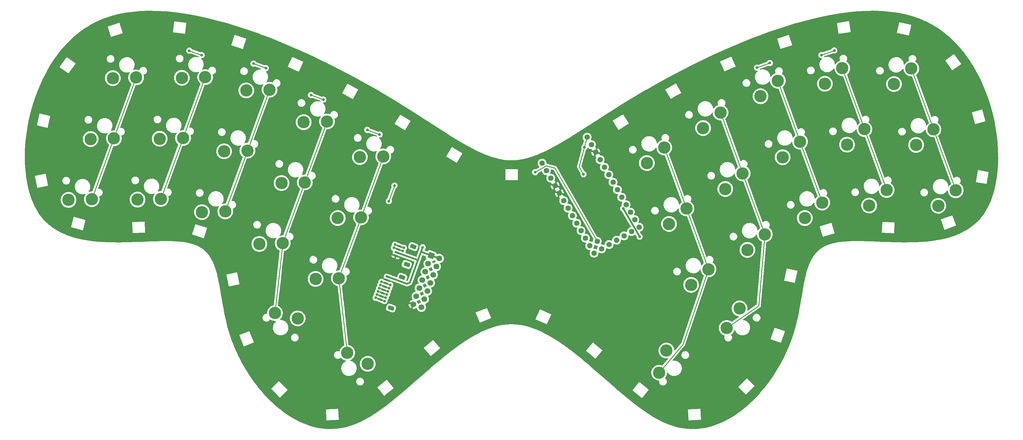
<source format=gtl>
%TF.GenerationSoftware,KiCad,Pcbnew,7.0.1-0*%
%TF.CreationDate,2023-04-15T20:22:23-04:00*%
%TF.ProjectId,fidrildi3,66696472-696c-4646-9933-2e6b69636164,rev?*%
%TF.SameCoordinates,Original*%
%TF.FileFunction,Copper,L1,Top*%
%TF.FilePolarity,Positive*%
%FSLAX46Y46*%
G04 Gerber Fmt 4.6, Leading zero omitted, Abs format (unit mm)*
G04 Created by KiCad (PCBNEW 7.0.1-0) date 2023-04-15 20:22:23*
%MOMM*%
%LPD*%
G01*
G04 APERTURE LIST*
G04 Aperture macros list*
%AMRoundRect*
0 Rectangle with rounded corners*
0 $1 Rounding radius*
0 $2 $3 $4 $5 $6 $7 $8 $9 X,Y pos of 4 corners*
0 Add a 4 corners polygon primitive as box body*
4,1,4,$2,$3,$4,$5,$6,$7,$8,$9,$2,$3,0*
0 Add four circle primitives for the rounded corners*
1,1,$1+$1,$2,$3*
1,1,$1+$1,$4,$5*
1,1,$1+$1,$6,$7*
1,1,$1+$1,$8,$9*
0 Add four rect primitives between the rounded corners*
20,1,$1+$1,$2,$3,$4,$5,0*
20,1,$1+$1,$4,$5,$6,$7,0*
20,1,$1+$1,$6,$7,$8,$9,0*
20,1,$1+$1,$8,$9,$2,$3,0*%
%AMHorizOval*
0 Thick line with rounded ends*
0 $1 width*
0 $2 $3 position (X,Y) of the first rounded end (center of the circle)*
0 $4 $5 position (X,Y) of the second rounded end (center of the circle)*
0 Add line between two ends*
20,1,$1,$2,$3,$4,$5,0*
0 Add two circle primitives to create the rounded ends*
1,1,$1,$2,$3*
1,1,$1,$4,$5*%
%AMRotRect*
0 Rectangle, with rotation*
0 The origin of the aperture is its center*
0 $1 length*
0 $2 width*
0 $3 Rotation angle, in degrees counterclockwise*
0 Add horizontal line*
21,1,$1,$2,0,0,$3*%
G04 Aperture macros list end*
%TA.AperFunction,ComponentPad*%
%ADD10C,3.600000*%
%TD*%
%TA.AperFunction,ComponentPad*%
%ADD11RotRect,1.700000X1.700000X340.000000*%
%TD*%
%TA.AperFunction,ComponentPad*%
%ADD12HorizOval,1.700000X0.000000X0.000000X0.000000X0.000000X0*%
%TD*%
%TA.AperFunction,SMDPad,CuDef*%
%ADD13RoundRect,0.250000X0.491093X-0.551206X0.730507X0.106579X-0.491093X0.551206X-0.730507X-0.106579X0*%
%TD*%
%TA.AperFunction,SMDPad,CuDef*%
%ADD14RoundRect,0.150000X0.536005X-0.354716X0.638611X-0.072809X-0.536005X0.354716X-0.638611X0.072809X0*%
%TD*%
%TA.AperFunction,ComponentPad*%
%ADD15C,1.600000*%
%TD*%
%TA.AperFunction,ViaPad*%
%ADD16C,0.800000*%
%TD*%
%TA.AperFunction,Conductor*%
%ADD17C,0.250000*%
%TD*%
%TA.AperFunction,Conductor*%
%ADD18C,0.500000*%
%TD*%
G04 APERTURE END LIST*
D10*
X99947859Y-105092454D03*
X93112079Y-105307445D03*
X161826732Y-185848690D03*
X167854186Y-189080392D03*
X261265321Y-143511185D03*
X256167004Y-148069832D03*
X126077859Y-144392454D03*
X119242079Y-144607445D03*
D11*
X186419796Y-157318768D03*
D12*
X188806615Y-158187499D03*
X185551065Y-159705587D03*
X187937884Y-160574318D03*
X184682334Y-162092407D03*
X187069153Y-162961138D03*
X183813603Y-164479226D03*
X186200422Y-165347957D03*
X182944871Y-166866045D03*
X185331691Y-167734776D03*
X182076140Y-169252864D03*
X184462959Y-170121595D03*
X181207409Y-171639684D03*
X183594228Y-172508415D03*
D10*
X288082599Y-106066261D03*
X282984282Y-110624908D03*
X340212599Y-138186261D03*
X335114282Y-142744908D03*
X165895137Y-146117378D03*
X159059357Y-146332369D03*
X93447859Y-122942454D03*
X86612079Y-123157445D03*
X139077859Y-108692454D03*
X132242079Y-108907445D03*
X142907859Y-153712454D03*
X136072079Y-153927445D03*
X107191498Y-140719916D03*
X100355718Y-140934907D03*
X132575137Y-126547378D03*
X125739357Y-126762369D03*
X301072599Y-141786261D03*
X295974282Y-146344908D03*
X140655915Y-174204028D03*
X147314414Y-175765592D03*
X327212599Y-102476261D03*
X322114282Y-107034908D03*
X333702599Y-120336261D03*
X328604282Y-124894908D03*
X267745321Y-161371185D03*
X262647004Y-165929832D03*
X149407859Y-135857378D03*
X142572079Y-136072369D03*
D13*
X179300000Y-159960000D03*
X181215313Y-154697721D03*
D14*
X176103318Y-157413072D03*
X176445338Y-156473379D03*
X176787358Y-155533686D03*
X177129378Y-154593994D03*
D10*
X86957859Y-140802454D03*
X80122079Y-141017445D03*
X273102147Y-178574680D03*
X276846878Y-172851823D03*
X277755321Y-133251185D03*
X272657004Y-137809832D03*
X319948960Y-138103723D03*
X314850643Y-142662370D03*
X284252599Y-151116261D03*
X279154282Y-155674908D03*
X271258960Y-115393723D03*
X266160643Y-119952370D03*
X253275226Y-191685949D03*
X255411175Y-185188886D03*
D15*
X218960886Y-130241773D03*
X220230886Y-132441477D03*
X221500886Y-134641182D03*
X222770886Y-136840886D03*
X224040886Y-139040591D03*
X225310886Y-141240295D03*
X226580886Y-143440000D03*
X227850886Y-145639705D03*
X229120886Y-147839409D03*
X230390886Y-150039114D03*
X231660886Y-152238818D03*
X232930886Y-154438523D03*
X234200886Y-156638227D03*
X236400591Y-155368227D03*
X238600295Y-154098227D03*
X240800000Y-152828227D03*
X242999705Y-151558227D03*
X245199409Y-150288227D03*
X247399114Y-149018227D03*
X246129114Y-146818523D03*
X244859114Y-144618818D03*
X243589114Y-142419114D03*
X242319114Y-140219409D03*
X241049114Y-138019705D03*
X239779114Y-135820000D03*
X238509114Y-133620295D03*
X237239114Y-131420591D03*
X235969114Y-129220886D03*
X234699114Y-127021182D03*
X233429114Y-124821477D03*
X232159114Y-122621773D03*
X235130591Y-153168523D03*
D10*
X294572599Y-123936261D03*
X289474282Y-128494908D03*
D13*
X174660000Y-172730000D03*
X177943393Y-163708951D03*
D14*
X171463317Y-170183072D03*
X171805337Y-169243379D03*
X172147358Y-168303687D03*
X172489378Y-167363994D03*
X172831398Y-166424301D03*
X173173418Y-165484609D03*
X173515438Y-164544916D03*
X173857458Y-163605224D03*
D10*
X313462599Y-120246261D03*
X308364282Y-124804908D03*
X172391498Y-128249916D03*
X165555718Y-128464907D03*
X155907859Y-118012454D03*
X149072079Y-118227445D03*
X306962599Y-102396261D03*
X301864282Y-106954908D03*
X120201498Y-104999916D03*
X113365718Y-105214907D03*
X113695137Y-122857378D03*
X106859357Y-123072369D03*
X159401498Y-163969916D03*
X152565718Y-164184907D03*
X254768960Y-125646261D03*
X249670643Y-130204908D03*
D16*
X115530000Y-97250000D03*
X285720000Y-100870000D03*
X300840000Y-98570000D03*
X281969058Y-102240942D03*
X231361536Y-125590000D03*
X154850000Y-111580000D03*
X151220000Y-110260000D03*
X304610000Y-97190000D03*
X167710000Y-120500000D03*
X134380000Y-101050000D03*
X119150000Y-98570000D03*
X174030000Y-141380000D03*
X231099751Y-133489751D03*
X171330000Y-121820000D03*
X138000000Y-102370000D03*
X175690000Y-136820000D03*
X325530000Y-105880000D03*
X135780000Y-109990000D03*
X265620000Y-110910000D03*
X230350000Y-134690000D03*
X169120000Y-129560000D03*
X152520000Y-119250000D03*
X286800000Y-109470000D03*
X340330000Y-141300000D03*
X249040000Y-121100000D03*
X269960000Y-118870000D03*
X96580000Y-106320000D03*
X342410000Y-140520000D03*
X173130000Y-161850000D03*
X236510000Y-145330000D03*
X234040000Y-141020000D03*
X239130000Y-150090000D03*
X117010000Y-106380000D03*
X338230000Y-142050000D03*
X305580000Y-105770000D03*
X174400000Y-158360000D03*
X253360000Y-128890000D03*
X216910000Y-132880000D03*
X247546216Y-151793784D03*
X242740000Y-143540000D03*
X183930728Y-154920000D03*
X175490000Y-155060000D03*
X178090000Y-156000000D03*
X175830000Y-154120000D03*
X178430000Y-155060000D03*
X172750000Y-170660000D03*
X170160000Y-169710000D03*
X173100000Y-169720000D03*
X170510000Y-168770000D03*
X173440000Y-168780000D03*
X170850000Y-167830000D03*
X171190000Y-166890000D03*
X173780000Y-167840000D03*
X174130000Y-166897124D03*
X171540000Y-165950000D03*
X171880000Y-165010000D03*
X174470000Y-165950000D03*
D17*
X154850000Y-111580000D02*
X151220000Y-110260000D01*
X231099751Y-133489751D02*
X229829934Y-131289934D01*
X300840000Y-98570000D02*
X304610000Y-97190000D01*
X119150000Y-98570000D02*
X115530000Y-97250000D01*
X230765010Y-127810000D02*
X229829934Y-131289934D01*
X281969058Y-102240942D02*
X285720000Y-100870000D01*
X138000000Y-102370000D02*
X134380000Y-101050000D01*
X171330000Y-121820000D02*
X167710000Y-120500000D01*
X231361536Y-125590000D02*
X230765010Y-127810000D01*
X175690000Y-136820000D02*
X174030000Y-141380000D01*
X232159114Y-122621773D02*
X231361536Y-125590000D01*
X220160000Y-131000000D02*
X222723701Y-131686299D01*
X220160000Y-131000000D02*
X216910000Y-132880000D01*
X235130591Y-153168523D02*
X222723701Y-131686299D01*
D18*
X183450000Y-156243010D02*
X182554548Y-158700000D01*
X186419796Y-157318768D02*
X183450000Y-156243010D01*
X182554548Y-158700000D02*
X180167396Y-165250000D01*
X188806615Y-158187499D02*
X186419796Y-157318768D01*
X242740000Y-143540000D02*
X247546216Y-151793784D01*
X176445338Y-156473379D02*
X182554548Y-158700000D01*
X183450000Y-156243010D02*
X183930728Y-154920000D01*
X179360000Y-165629458D02*
X180167396Y-165250000D01*
X173857458Y-163605224D02*
X179360000Y-165629458D01*
D17*
X176787358Y-155533686D02*
X175490000Y-155060000D01*
X176787358Y-155533686D02*
X178090000Y-156000000D01*
X177129378Y-154593994D02*
X175830000Y-154120000D01*
X177129378Y-154593994D02*
X178430000Y-155060000D01*
X171463317Y-170183072D02*
X170160000Y-169710000D01*
X171463317Y-170183072D02*
X172750000Y-170660000D01*
X171805337Y-169243379D02*
X170510000Y-168770000D01*
X171805337Y-169243379D02*
X173100000Y-169720000D01*
X172147358Y-168303687D02*
X173440000Y-168780000D01*
X172147358Y-168303687D02*
X170850000Y-167830000D01*
X172489378Y-167363994D02*
X173780000Y-167840000D01*
X172489378Y-167363994D02*
X171190000Y-166890000D01*
X172831398Y-166424301D02*
X174130000Y-166897124D01*
X172831398Y-166424301D02*
X171540000Y-165950000D01*
X173173418Y-165484609D02*
X171880000Y-165010000D01*
X173173418Y-165484609D02*
X174470000Y-165950000D01*
X99947859Y-105092454D02*
X93447859Y-122942454D01*
X93447859Y-122942454D02*
X86957859Y-140802454D01*
X113695137Y-122857378D02*
X107191498Y-140719916D01*
X120201498Y-104999916D02*
X113695137Y-122857378D01*
X132575137Y-126547378D02*
X126077859Y-144392454D01*
X139077859Y-108692454D02*
X132575137Y-126547378D01*
X142907859Y-153712454D02*
X140655915Y-174204028D01*
X155907859Y-118012454D02*
X149407859Y-135857378D01*
X149407859Y-135857378D02*
X142907859Y-153712454D01*
X165895137Y-146117378D02*
X159401498Y-163969916D01*
X159401498Y-163969916D02*
X161826732Y-185848690D01*
X172391498Y-128249916D02*
X165895137Y-146117378D01*
X267745321Y-161371185D02*
X260280857Y-183330857D01*
X261265321Y-143511185D02*
X267745321Y-161371185D01*
X253275226Y-191685949D02*
X260280857Y-183330857D01*
X254768960Y-125646261D02*
X261265321Y-143511185D01*
X273102147Y-178574680D02*
X282470296Y-172010296D01*
X271258960Y-115393723D02*
X277755321Y-133251185D01*
X284252599Y-151116261D02*
X282470296Y-172010296D01*
X284252599Y-151116261D02*
X277755321Y-133251185D01*
X294572599Y-123936261D02*
X301072599Y-141786261D01*
X288082599Y-106066261D02*
X294572599Y-123936261D01*
X313462599Y-120246261D02*
X306962599Y-102396261D01*
X319948960Y-138103723D02*
X313462599Y-120246261D01*
X327212599Y-102476261D02*
X333702599Y-120336261D01*
X333702599Y-120336261D02*
X340212599Y-138186261D01*
%TA.AperFunction,Conductor*%
G36*
X106076996Y-85592552D02*
G01*
X106082186Y-85592732D01*
X108527735Y-85729237D01*
X108532473Y-85729593D01*
X111019346Y-85964670D01*
X111023615Y-85965151D01*
X113546919Y-86294010D01*
X113550852Y-86294587D01*
X116105537Y-86712408D01*
X116109139Y-86713052D01*
X118690535Y-87215066D01*
X118693874Y-87215764D01*
X121296832Y-87797112D01*
X121299800Y-87797815D01*
X123919694Y-88453742D01*
X123922383Y-88454449D01*
X126554118Y-89180087D01*
X126556582Y-89180795D01*
X129195352Y-89971346D01*
X129197715Y-89972081D01*
X131838498Y-90822679D01*
X131840657Y-90823397D01*
X134478707Y-91729261D01*
X134480765Y-91729989D01*
X135620953Y-92144510D01*
X137111045Y-92686240D01*
X137112998Y-92686969D01*
X137474402Y-92825283D01*
X139730671Y-93688788D01*
X139732442Y-93689481D01*
X142332818Y-94732119D01*
X142334441Y-94732784D01*
X144911093Y-95810766D01*
X144912343Y-95811289D01*
X144913944Y-95811971D01*
X147464863Y-96921669D01*
X147466201Y-96922262D01*
X149381070Y-97785849D01*
X149984857Y-98058151D01*
X149986287Y-98058806D01*
X150357640Y-98231984D01*
X152466958Y-99215651D01*
X152467928Y-99216103D01*
X152469263Y-99216735D01*
X153492108Y-99708873D01*
X154909191Y-100390697D01*
X154910478Y-100391326D01*
X155133607Y-100501877D01*
X157303610Y-101577020D01*
X157304616Y-101577525D01*
X159646301Y-102770235D01*
X159647368Y-102770785D01*
X161932567Y-103965594D01*
X161933590Y-103966137D01*
X164157298Y-105158144D01*
X164158270Y-105158671D01*
X165964438Y-106150248D01*
X166315842Y-106343167D01*
X166316895Y-106343752D01*
X168404311Y-107516274D01*
X168405312Y-107516842D01*
X170424044Y-108675551D01*
X170424982Y-108676095D01*
X171525484Y-109320620D01*
X172376013Y-109818745D01*
X172376917Y-109819274D01*
X172377745Y-109819763D01*
X174265571Y-110946158D01*
X174266074Y-110946460D01*
X176091518Y-112054251D01*
X176091564Y-112054279D01*
X176092232Y-112054687D01*
X177857790Y-113142509D01*
X177858162Y-113142741D01*
X179566176Y-114209146D01*
X179566667Y-114209454D01*
X181217853Y-115251965D01*
X181218929Y-115252644D01*
X181219154Y-115252787D01*
X182818245Y-116271460D01*
X182818501Y-116271734D01*
X182818552Y-116271656D01*
X184366501Y-117264163D01*
X184366650Y-117264323D01*
X184366680Y-117264278D01*
X185865994Y-118229273D01*
X185865995Y-118229274D01*
X186746998Y-118796812D01*
X187304619Y-119156029D01*
X187304727Y-119156121D01*
X188038468Y-119627698D01*
X188705606Y-120056470D01*
X188712775Y-120061077D01*
X188713032Y-120061296D01*
X189684577Y-120682065D01*
X190076809Y-120932682D01*
X190081300Y-120935551D01*
X190081741Y-120935906D01*
X190092400Y-120942646D01*
X190092902Y-120942965D01*
X190107085Y-120952029D01*
X190107593Y-120952259D01*
X190321048Y-121087320D01*
X191396295Y-121767671D01*
X191396860Y-121768223D01*
X191904099Y-122084677D01*
X192693931Y-122577435D01*
X192694616Y-122577862D01*
X192695191Y-122578319D01*
X192706435Y-122585238D01*
X192707036Y-122585610D01*
X192720341Y-122593902D01*
X192721212Y-122594284D01*
X193944805Y-123343325D01*
X193946609Y-123344429D01*
X193948116Y-123345617D01*
X193958022Y-123351444D01*
X193960378Y-123352865D01*
X193971727Y-123359885D01*
X193973319Y-123360572D01*
X195077524Y-124020248D01*
X195165105Y-124072571D01*
X195166609Y-124073743D01*
X195177340Y-124079904D01*
X195179399Y-124081113D01*
X195190652Y-124087865D01*
X195192234Y-124088529D01*
X196352299Y-124760757D01*
X196353617Y-124761770D01*
X196365737Y-124768557D01*
X196367188Y-124769382D01*
X196378421Y-124775872D01*
X196379958Y-124776496D01*
X197510411Y-125407477D01*
X197512135Y-125408779D01*
X197524455Y-125415343D01*
X197526684Y-125416560D01*
X197536561Y-125422084D01*
X197538551Y-125422861D01*
X198641633Y-126011208D01*
X198643561Y-126012636D01*
X198656827Y-126019344D01*
X198659157Y-126020554D01*
X198668338Y-126025443D01*
X198670480Y-126026239D01*
X199742977Y-126567820D01*
X199745706Y-126569990D01*
X199763868Y-126578452D01*
X199768093Y-126580518D01*
X199774711Y-126583912D01*
X199777597Y-126584930D01*
X200832206Y-127083671D01*
X200835033Y-127085661D01*
X200849732Y-127092037D01*
X200853704Y-127093844D01*
X200872105Y-127102606D01*
X200875588Y-127103334D01*
X201895952Y-127549405D01*
X201899377Y-127551742D01*
X201914857Y-127557792D01*
X201920085Y-127559974D01*
X201935570Y-127566856D01*
X201939660Y-127567640D01*
X202941602Y-127966156D01*
X202945009Y-127968398D01*
X202963232Y-127974856D01*
X202967637Y-127976511D01*
X202974019Y-127979049D01*
X202977371Y-127979870D01*
X203977415Y-128334597D01*
X203981542Y-128336923D01*
X203994515Y-128340840D01*
X204001209Y-128343070D01*
X204004970Y-128344443D01*
X204009014Y-128345287D01*
X204995141Y-128649194D01*
X204999610Y-128651521D01*
X205013659Y-128655080D01*
X205020128Y-128656906D01*
X205023795Y-128658049D01*
X205027744Y-128658701D01*
X206001941Y-128910366D01*
X206006539Y-128912535D01*
X206021763Y-128915653D01*
X206027958Y-128917088D01*
X206041771Y-128920663D01*
X206046771Y-128920787D01*
X206666585Y-129048081D01*
X207003893Y-129117355D01*
X207008666Y-129119180D01*
X207020678Y-129120982D01*
X207027133Y-129122125D01*
X207041101Y-129124982D01*
X207046314Y-129124818D01*
X207993239Y-129266462D01*
X207998460Y-129268273D01*
X208012906Y-129269601D01*
X208019733Y-129270420D01*
X208035269Y-129272722D01*
X208040778Y-129272148D01*
X208982624Y-129358126D01*
X208988586Y-129359737D01*
X208999598Y-129359993D01*
X209008906Y-129360560D01*
X209021571Y-129361810D01*
X209027806Y-129360828D01*
X209968010Y-129389821D01*
X209974026Y-129391077D01*
X209985570Y-129390660D01*
X209994421Y-129390656D01*
X210006027Y-129391065D01*
X210011986Y-129389821D01*
X210953547Y-129360772D01*
X210959769Y-129361683D01*
X210970993Y-129360561D01*
X210980489Y-129359978D01*
X210992997Y-129359690D01*
X210999095Y-129357954D01*
X211940509Y-129272003D01*
X211946219Y-129272539D01*
X211959927Y-129270457D01*
X211967452Y-129269549D01*
X211970080Y-129269312D01*
X211974365Y-129268288D01*
X212934551Y-129124648D01*
X212939875Y-129124778D01*
X212952608Y-129122144D01*
X212959567Y-129120910D01*
X212973521Y-129118843D01*
X212978524Y-129116817D01*
X213933906Y-128920597D01*
X213939084Y-128920441D01*
X213951737Y-128917127D01*
X213958567Y-128915543D01*
X213962340Y-128914779D01*
X213966334Y-128913343D01*
X214938978Y-128662072D01*
X214944262Y-128661779D01*
X214959523Y-128656969D01*
X214966731Y-128654934D01*
X214970106Y-128654090D01*
X214974049Y-128652466D01*
X215958126Y-128349185D01*
X215963080Y-128348690D01*
X215979027Y-128342913D01*
X215985310Y-128340824D01*
X215990296Y-128339312D01*
X215993913Y-128337607D01*
X217003036Y-127979656D01*
X217006600Y-127978772D01*
X217011936Y-127976626D01*
X217017263Y-127974623D01*
X217024058Y-127972245D01*
X217027431Y-127970449D01*
X217846617Y-127644621D01*
X218040361Y-127567560D01*
X218044454Y-127566775D01*
X218059894Y-127559913D01*
X218065253Y-127557680D01*
X218071486Y-127555251D01*
X218074688Y-127553426D01*
X219070088Y-127118268D01*
X219104441Y-127103250D01*
X219108348Y-127102433D01*
X219125818Y-127094014D01*
X219130813Y-127091742D01*
X219136654Y-127089238D01*
X219139549Y-127087498D01*
X220202585Y-126584772D01*
X220205808Y-126583630D01*
X220211425Y-126580713D01*
X220216710Y-126578125D01*
X220224568Y-126574504D01*
X220227459Y-126572579D01*
X221309712Y-126026072D01*
X221312269Y-126025118D01*
X221320332Y-126020768D01*
X221323762Y-126018986D01*
X221342373Y-126009681D01*
X221344653Y-126007787D01*
X222441625Y-125422701D01*
X222444015Y-125421764D01*
X222452701Y-125416851D01*
X222456354Y-125414865D01*
X222467809Y-125408881D01*
X222470133Y-125407109D01*
X223378824Y-124899912D01*
X223600227Y-124776333D01*
X223602202Y-124775529D01*
X223612359Y-124769595D01*
X223614948Y-124768124D01*
X223623762Y-124763253D01*
X223625488Y-124761981D01*
X224787835Y-124088437D01*
X224789410Y-124087776D01*
X224800752Y-124080971D01*
X224802467Y-124079960D01*
X224813278Y-124073706D01*
X224814536Y-124072733D01*
X226006873Y-123360412D01*
X226008882Y-123359541D01*
X226019111Y-123353149D01*
X226022646Y-123351020D01*
X226033145Y-123344934D01*
X226035120Y-123343327D01*
X227259019Y-122594106D01*
X227260435Y-122593482D01*
X227272363Y-122585956D01*
X227274366Y-122584718D01*
X227286407Y-122577435D01*
X227287609Y-122576439D01*
X228546839Y-121790843D01*
X228547799Y-121790415D01*
X228560884Y-121782087D01*
X228562081Y-121781335D01*
X228574828Y-121773424D01*
X228575612Y-121772767D01*
X228582245Y-121768570D01*
X229872624Y-120952104D01*
X229873623Y-120951652D01*
X229886519Y-120943324D01*
X229888211Y-120942251D01*
X229912903Y-120926862D01*
X229913848Y-120925856D01*
X231253333Y-120070002D01*
X231253333Y-120070001D01*
X231279650Y-120053186D01*
X231279882Y-120052937D01*
X232661492Y-119164984D01*
X232661491Y-119164984D01*
X232739113Y-119115097D01*
X232739436Y-119114772D01*
X234114121Y-118229217D01*
X234115428Y-118228375D01*
X234737844Y-117827778D01*
X239631553Y-117827778D01*
X239636682Y-117836697D01*
X239655353Y-117872930D01*
X239667938Y-117884718D01*
X241334057Y-120499999D01*
X241337946Y-120506103D01*
X241338059Y-120506393D01*
X241351118Y-120526855D01*
X241351119Y-120526857D01*
X241351458Y-120527095D01*
X241351735Y-120527045D01*
X241352337Y-120526940D01*
X241357422Y-120526068D01*
X241368012Y-120516796D01*
X241372302Y-120514079D01*
X241372689Y-120513706D01*
X242253810Y-119952370D01*
X263855207Y-119952370D01*
X263874930Y-120253296D01*
X263933762Y-120549059D01*
X264030697Y-120834622D01*
X264164076Y-121105087D01*
X264331617Y-121355830D01*
X264346566Y-121372876D01*
X264530454Y-121582559D01*
X264710269Y-121740253D01*
X264757182Y-121781395D01*
X265007925Y-121948936D01*
X265278390Y-122082315D01*
X265403942Y-122124934D01*
X265563952Y-122179250D01*
X265645399Y-122195451D01*
X265859716Y-122238082D01*
X265859718Y-122238082D01*
X265859723Y-122238083D01*
X266160643Y-122257806D01*
X266461563Y-122238083D01*
X266461567Y-122238082D01*
X266461569Y-122238082D01*
X266558346Y-122218831D01*
X266757334Y-122179250D01*
X267042895Y-122082315D01*
X267313361Y-121948936D01*
X267564104Y-121781395D01*
X267790832Y-121582559D01*
X267989668Y-121355831D01*
X268157209Y-121105088D01*
X268290588Y-120834622D01*
X268387523Y-120549061D01*
X268434729Y-120311742D01*
X268446355Y-120253296D01*
X268446355Y-120253294D01*
X268446356Y-120253290D01*
X268466079Y-119952370D01*
X268446356Y-119651450D01*
X268445982Y-119649571D01*
X268394993Y-119393232D01*
X268387523Y-119355679D01*
X268322812Y-119165047D01*
X268290588Y-119070117D01*
X268157209Y-118799652D01*
X267989668Y-118548909D01*
X267982019Y-118540187D01*
X267790832Y-118322181D01*
X267564104Y-118123345D01*
X267499811Y-118080386D01*
X267313360Y-117955803D01*
X267042895Y-117822424D01*
X266757332Y-117725489D01*
X266461569Y-117666657D01*
X266160643Y-117646934D01*
X265859716Y-117666657D01*
X265563953Y-117725489D01*
X265278390Y-117822424D01*
X265007925Y-117955803D01*
X264757182Y-118123344D01*
X264530454Y-118322181D01*
X264331617Y-118548909D01*
X264164076Y-118799652D01*
X264030697Y-119070117D01*
X263933762Y-119355680D01*
X263874930Y-119651443D01*
X263855207Y-119952370D01*
X242253810Y-119952370D01*
X244366999Y-118606120D01*
X244367419Y-118605958D01*
X244383821Y-118595463D01*
X244387773Y-118593177D01*
X244388136Y-118592656D01*
X244388313Y-118592404D01*
X244388240Y-118591996D01*
X244388238Y-118591994D01*
X244375022Y-118571291D01*
X244375033Y-118571283D01*
X244374922Y-118571167D01*
X244355186Y-118540188D01*
X242732870Y-115993663D01*
X260907022Y-115993663D01*
X260917249Y-116208366D01*
X260967925Y-116417256D01*
X261057213Y-116612771D01*
X261145644Y-116736954D01*
X261181895Y-116787861D01*
X261337458Y-116936189D01*
X261411444Y-116983737D01*
X261518278Y-117052396D01*
X261525497Y-117055286D01*
X261717829Y-117132284D01*
X261928889Y-117172962D01*
X262089974Y-117172962D01*
X262089979Y-117172962D01*
X262250332Y-117157650D01*
X262456570Y-117097093D01*
X262647620Y-116998600D01*
X262816578Y-116865730D01*
X262957337Y-116703286D01*
X263064809Y-116517139D01*
X263135111Y-116314016D01*
X263165700Y-116101259D01*
X263155473Y-115886558D01*
X263104798Y-115677672D01*
X263100931Y-115669204D01*
X263015508Y-115482152D01*
X262920776Y-115349121D01*
X262890827Y-115307063D01*
X262735264Y-115158735D01*
X262676015Y-115120658D01*
X262554443Y-115042527D01*
X262386209Y-114975177D01*
X262354893Y-114962640D01*
X262354892Y-114962639D01*
X262354890Y-114962639D01*
X262143833Y-114921962D01*
X261982743Y-114921962D01*
X261882522Y-114931532D01*
X261822387Y-114937274D01*
X261616153Y-114997830D01*
X261425103Y-115096323D01*
X261256143Y-115229195D01*
X261115383Y-115391639D01*
X261007913Y-115577783D01*
X260937610Y-115780907D01*
X260907022Y-115993663D01*
X242732870Y-115993663D01*
X242676359Y-115904958D01*
X242676163Y-115904649D01*
X242668881Y-115893143D01*
X242668770Y-115893065D01*
X242668542Y-115892905D01*
X242668541Y-115892905D01*
X242668132Y-115892978D01*
X242648133Y-115905638D01*
X242647719Y-115906030D01*
X239649949Y-117815821D01*
X239649753Y-117815945D01*
X239631926Y-117827254D01*
X239631553Y-117827778D01*
X234737844Y-117827778D01*
X235613442Y-117264229D01*
X235613858Y-117263961D01*
X235614039Y-117263845D01*
X237161680Y-116271549D01*
X237161680Y-116271548D01*
X237161770Y-116271490D01*
X238761058Y-115252704D01*
X238761057Y-115252704D01*
X240134801Y-114385372D01*
X264555723Y-114385372D01*
X264585881Y-114685160D01*
X264655731Y-114978262D01*
X264764021Y-115259432D01*
X264908824Y-115523664D01*
X265031536Y-115690210D01*
X265087554Y-115766238D01*
X265297020Y-115982824D01*
X265533485Y-116169558D01*
X265792730Y-116323109D01*
X266070128Y-116440736D01*
X266070129Y-116440736D01*
X266070131Y-116440737D01*
X266134179Y-116458281D01*
X266360729Y-116520340D01*
X266659347Y-116560500D01*
X266885244Y-116560500D01*
X266885246Y-116560500D01*
X267110635Y-116545412D01*
X267233994Y-116520338D01*
X267405903Y-116485396D01*
X267690537Y-116386560D01*
X267959459Y-116250668D01*
X268207869Y-116080144D01*
X268431333Y-115878032D01*
X268625865Y-115647939D01*
X268734609Y-115477593D01*
X268779566Y-115435558D01*
X268839197Y-115420316D01*
X268898811Y-115435624D01*
X268943721Y-115477710D01*
X268962862Y-115536202D01*
X268965773Y-115580603D01*
X268973247Y-115694649D01*
X269032079Y-115990412D01*
X269129014Y-116275975D01*
X269262393Y-116546440D01*
X269423705Y-116787861D01*
X269429935Y-116797184D01*
X269628771Y-117023912D01*
X269833930Y-117203832D01*
X269855499Y-117222748D01*
X270106242Y-117390289D01*
X270376707Y-117523668D01*
X270509877Y-117568873D01*
X270662269Y-117620603D01*
X270761762Y-117640393D01*
X270958033Y-117679435D01*
X270958035Y-117679435D01*
X270958040Y-117679436D01*
X271258960Y-117699159D01*
X271326437Y-117694736D01*
X271335183Y-117694163D01*
X271387400Y-117702006D01*
X271431620Y-117730865D01*
X271459823Y-117775505D01*
X276377811Y-131294273D01*
X276385121Y-131342987D01*
X276372887Y-131390704D01*
X276343041Y-131429893D01*
X276125132Y-131620996D01*
X275926295Y-131847724D01*
X275779024Y-132068130D01*
X275734420Y-132108573D01*
X275676025Y-132123239D01*
X275617605Y-132108670D01*
X275572935Y-132068302D01*
X275552545Y-132011650D01*
X275550868Y-131994981D01*
X275530479Y-131792300D01*
X275460630Y-131499201D01*
X275409562Y-131366606D01*
X275352339Y-131218029D01*
X275207536Y-130953797D01*
X275057833Y-130750619D01*
X275028807Y-130711224D01*
X274819341Y-130494638D01*
X274815334Y-130491474D01*
X274582875Y-130307903D01*
X274423204Y-130213330D01*
X274323631Y-130154353D01*
X274099165Y-130059171D01*
X274046229Y-130036724D01*
X273755636Y-129957123D01*
X273755635Y-129957122D01*
X273755632Y-129957122D01*
X273457014Y-129916962D01*
X273231117Y-129916962D01*
X273231115Y-129916962D01*
X273005725Y-129932049D01*
X272710459Y-129992065D01*
X272425820Y-130090903D01*
X272156907Y-130226790D01*
X271908488Y-130397320D01*
X271685029Y-130599428D01*
X271490496Y-130829523D01*
X271328366Y-131083494D01*
X271201539Y-131356801D01*
X271112268Y-131644582D01*
X271087351Y-131792300D01*
X271062152Y-131941692D01*
X271054167Y-132180544D01*
X271052084Y-132242834D01*
X271082242Y-132542622D01*
X271152092Y-132835724D01*
X271260382Y-133116894D01*
X271405185Y-133381126D01*
X271485221Y-133489751D01*
X271583915Y-133623700D01*
X271793381Y-133840286D01*
X272029846Y-134027020D01*
X272289091Y-134180571D01*
X272566489Y-134298198D01*
X272566490Y-134298198D01*
X272566492Y-134298199D01*
X272629447Y-134315444D01*
X272857090Y-134377802D01*
X273155708Y-134417962D01*
X273381605Y-134417962D01*
X273381607Y-134417962D01*
X273606996Y-134402874D01*
X273730355Y-134377800D01*
X273902264Y-134342858D01*
X274186898Y-134244022D01*
X274455820Y-134108130D01*
X274704230Y-133937606D01*
X274927694Y-133735494D01*
X275122226Y-133505401D01*
X275230970Y-133335055D01*
X275275927Y-133293020D01*
X275335558Y-133277778D01*
X275395172Y-133293086D01*
X275440082Y-133335172D01*
X275459223Y-133393666D01*
X275461949Y-133435245D01*
X275469608Y-133552111D01*
X275528440Y-133847874D01*
X275625375Y-134133437D01*
X275758754Y-134403902D01*
X275920066Y-134645323D01*
X275926296Y-134654646D01*
X276125132Y-134881374D01*
X276315994Y-135048756D01*
X276351860Y-135080210D01*
X276602603Y-135247751D01*
X276873068Y-135381130D01*
X276965753Y-135412592D01*
X277158630Y-135478065D01*
X277169972Y-135480321D01*
X277454394Y-135536897D01*
X277454396Y-135536897D01*
X277454401Y-135536898D01*
X277755321Y-135556621D01*
X277831325Y-135551639D01*
X277883545Y-135559484D01*
X277927766Y-135588346D01*
X277955967Y-135632991D01*
X278069613Y-135945474D01*
X282875264Y-149159210D01*
X282882569Y-149207921D01*
X282870335Y-149255633D01*
X282840491Y-149294819D01*
X282795872Y-149333949D01*
X282664585Y-149449086D01*
X282622407Y-149486075D01*
X282423573Y-149712800D01*
X282276302Y-149933206D01*
X282231698Y-149973649D01*
X282173303Y-149988315D01*
X282114883Y-149973746D01*
X282070213Y-149933378D01*
X282049823Y-149876726D01*
X282047875Y-149857366D01*
X282027757Y-149657376D01*
X281957908Y-149364277D01*
X281920918Y-149268235D01*
X281849617Y-149083105D01*
X281704814Y-148818873D01*
X281692631Y-148802338D01*
X281526085Y-148576300D01*
X281316619Y-148359714D01*
X281293521Y-148341474D01*
X281080153Y-148172979D01*
X280899707Y-148066101D01*
X280820909Y-148019429D01*
X280598881Y-147925281D01*
X280543507Y-147901800D01*
X280252914Y-147822199D01*
X280252913Y-147822198D01*
X280252910Y-147822198D01*
X279954292Y-147782038D01*
X279728395Y-147782038D01*
X279728393Y-147782038D01*
X279503003Y-147797125D01*
X279207737Y-147857141D01*
X278923098Y-147955979D01*
X278654185Y-148091866D01*
X278405766Y-148262396D01*
X278182307Y-148464504D01*
X277987774Y-148694599D01*
X277825644Y-148948570D01*
X277699600Y-149220190D01*
X277698816Y-149221880D01*
X277698608Y-149222550D01*
X277609546Y-149509658D01*
X277561117Y-149796768D01*
X277559430Y-149806768D01*
X277550712Y-150067545D01*
X277549362Y-150107910D01*
X277579520Y-150407698D01*
X277649370Y-150700800D01*
X277757660Y-150981970D01*
X277902463Y-151246202D01*
X278035485Y-151426741D01*
X278081193Y-151488776D01*
X278290659Y-151705362D01*
X278527124Y-151892096D01*
X278786369Y-152045647D01*
X279063767Y-152163274D01*
X279063768Y-152163274D01*
X279063770Y-152163275D01*
X279082757Y-152168476D01*
X279354368Y-152242878D01*
X279652986Y-152283038D01*
X279878883Y-152283038D01*
X279878885Y-152283038D01*
X280104274Y-152267950D01*
X280202695Y-152247944D01*
X280399542Y-152207934D01*
X280684176Y-152109098D01*
X280953098Y-151973206D01*
X281201508Y-151802682D01*
X281424972Y-151600570D01*
X281619504Y-151370477D01*
X281728248Y-151200131D01*
X281773205Y-151158096D01*
X281832836Y-151142854D01*
X281892450Y-151158162D01*
X281937360Y-151200248D01*
X281956501Y-151258742D01*
X281959092Y-151298258D01*
X281966886Y-151417187D01*
X282025718Y-151712950D01*
X282122653Y-151998513D01*
X282256032Y-152268978D01*
X282420944Y-152515787D01*
X282423574Y-152519722D01*
X282622410Y-152746450D01*
X282787868Y-152891553D01*
X282849138Y-152945286D01*
X283099881Y-153112827D01*
X283364300Y-153243224D01*
X283403217Y-153273289D01*
X283427387Y-153316119D01*
X283433007Y-153364975D01*
X281876835Y-171608065D01*
X281860749Y-171659391D01*
X281824442Y-171699077D01*
X279285675Y-173478024D01*
X279231272Y-173499336D01*
X279173149Y-173493369D01*
X279124210Y-173461448D01*
X279095323Y-173410660D01*
X279092900Y-173352281D01*
X279132590Y-173152748D01*
X279132589Y-173152748D01*
X279132591Y-173152743D01*
X279152314Y-172851823D01*
X279132591Y-172550903D01*
X279132554Y-172550719D01*
X279080966Y-172291371D01*
X279073758Y-172255132D01*
X279010199Y-172067893D01*
X278976823Y-171969570D01*
X278843444Y-171699105D01*
X278675903Y-171448362D01*
X278574635Y-171332889D01*
X278477067Y-171221634D01*
X278250339Y-171022798D01*
X278205737Y-170992996D01*
X277999595Y-170855256D01*
X277729130Y-170721877D01*
X277443567Y-170624942D01*
X277147804Y-170566110D01*
X276846878Y-170546387D01*
X276545951Y-170566110D01*
X276250188Y-170624942D01*
X275964625Y-170721877D01*
X275694160Y-170855256D01*
X275443417Y-171022797D01*
X275216689Y-171221634D01*
X275017852Y-171448362D01*
X274850311Y-171699105D01*
X274716932Y-171969570D01*
X274619997Y-172255133D01*
X274561165Y-172550896D01*
X274541442Y-172851822D01*
X274561165Y-173152749D01*
X274619997Y-173448512D01*
X274716932Y-173734075D01*
X274850311Y-174004540D01*
X274933672Y-174129299D01*
X275017853Y-174255284D01*
X275216689Y-174482012D01*
X275357037Y-174605094D01*
X275443417Y-174680848D01*
X275694160Y-174848389D01*
X275964625Y-174981768D01*
X276107406Y-175030235D01*
X276250187Y-175078703D01*
X276390489Y-175106611D01*
X276550587Y-175138457D01*
X276602731Y-175162355D01*
X276638541Y-175207164D01*
X276650354Y-175263295D01*
X276635642Y-175318736D01*
X276597554Y-175361625D01*
X274634875Y-176736899D01*
X274589702Y-176756595D01*
X274540425Y-176757141D01*
X274494826Y-176738450D01*
X274254864Y-176578113D01*
X273984399Y-176444734D01*
X273698836Y-176347799D01*
X273403073Y-176288967D01*
X273102147Y-176269244D01*
X272801220Y-176288967D01*
X272505457Y-176347799D01*
X272219894Y-176444734D01*
X271949429Y-176578113D01*
X271698686Y-176745654D01*
X271471958Y-176944491D01*
X271273121Y-177171219D01*
X271105580Y-177421962D01*
X270972201Y-177692427D01*
X270875266Y-177977990D01*
X270816434Y-178273753D01*
X270796711Y-178574680D01*
X270816434Y-178875606D01*
X270875266Y-179171369D01*
X270972201Y-179456932D01*
X271105580Y-179727397D01*
X271238441Y-179926238D01*
X271273122Y-179978141D01*
X271471958Y-180204869D01*
X271670325Y-180378833D01*
X271698686Y-180403705D01*
X271949429Y-180571246D01*
X272219896Y-180704626D01*
X272408589Y-180768678D01*
X272462121Y-180804523D01*
X272490443Y-180862388D01*
X272485911Y-180926653D01*
X272419958Y-181117211D01*
X272419958Y-181117213D01*
X272419958Y-181117214D01*
X272389369Y-181329971D01*
X272399596Y-181544672D01*
X272438589Y-181705406D01*
X272450272Y-181753562D01*
X272539560Y-181949077D01*
X272643976Y-182095708D01*
X272664242Y-182124167D01*
X272819805Y-182272495D01*
X272893791Y-182320043D01*
X273000625Y-182388702D01*
X273005901Y-182390814D01*
X273200176Y-182468590D01*
X273411236Y-182509268D01*
X273572321Y-182509268D01*
X273572326Y-182509268D01*
X273732679Y-182493956D01*
X273938917Y-182433399D01*
X274129967Y-182334906D01*
X274298925Y-182202036D01*
X274439684Y-182039592D01*
X274547156Y-181853445D01*
X274554412Y-181832481D01*
X285930410Y-181832481D01*
X285930431Y-181832896D01*
X285930432Y-181832897D01*
X285930740Y-181833174D01*
X285930741Y-181833175D01*
X285951626Y-181840527D01*
X285951830Y-181840598D01*
X288923835Y-182893040D01*
X288923983Y-182893127D01*
X288923989Y-182893111D01*
X288947192Y-182901355D01*
X288947193Y-182901356D01*
X288947607Y-182901335D01*
X288947607Y-182901334D01*
X288947607Y-182901333D01*
X288952152Y-182896553D01*
X288954686Y-182881772D01*
X288956138Y-182877661D01*
X288956145Y-182877663D01*
X288956166Y-182877512D01*
X290141274Y-179530871D01*
X290141361Y-179530727D01*
X290141344Y-179530721D01*
X290149587Y-179507518D01*
X290149589Y-179507517D01*
X290149568Y-179507103D01*
X290149537Y-179507075D01*
X290149424Y-179506973D01*
X290149424Y-179506972D01*
X290149261Y-179506826D01*
X290126859Y-179498821D01*
X290126298Y-179498738D01*
X287152864Y-178445790D01*
X287152639Y-178445710D01*
X287132807Y-178438644D01*
X287132392Y-178438664D01*
X287127751Y-178443535D01*
X287125176Y-178458414D01*
X287124086Y-178461467D01*
X287124009Y-178461985D01*
X285938579Y-181809539D01*
X285938319Y-181809978D01*
X285930410Y-181832481D01*
X274554412Y-181832481D01*
X274617458Y-181650322D01*
X274648047Y-181437565D01*
X274637820Y-181222864D01*
X274587145Y-181013978D01*
X274587143Y-181013973D01*
X274497855Y-180818458D01*
X274374329Y-180644991D01*
X274351787Y-180583626D01*
X274363586Y-180519325D01*
X274406442Y-180469965D01*
X274505608Y-180403705D01*
X274732336Y-180204869D01*
X274931172Y-179978141D01*
X275098713Y-179727398D01*
X275232092Y-179456932D01*
X275317084Y-179206551D01*
X275349600Y-179156036D01*
X275402043Y-179126733D01*
X275462106Y-179125520D01*
X275515690Y-179152681D01*
X275550218Y-179201842D01*
X275634021Y-179419431D01*
X275778824Y-179683664D01*
X275870390Y-179807938D01*
X275957554Y-179926238D01*
X276167020Y-180142824D01*
X276403485Y-180329558D01*
X276662730Y-180483109D01*
X276940128Y-180600736D01*
X276940129Y-180600736D01*
X276940131Y-180600737D01*
X276985687Y-180613216D01*
X277230729Y-180680340D01*
X277529347Y-180720500D01*
X277755244Y-180720500D01*
X277755246Y-180720500D01*
X277980635Y-180705412D01*
X278103994Y-180680338D01*
X278275903Y-180645396D01*
X278560537Y-180546560D01*
X278829459Y-180410668D01*
X279077869Y-180240144D01*
X279301333Y-180038032D01*
X279495865Y-179807939D01*
X279657993Y-179553970D01*
X279784823Y-179280658D01*
X279874093Y-178992879D01*
X279924209Y-178695770D01*
X279934277Y-178394631D01*
X279904118Y-178094838D01*
X279834269Y-177801739D01*
X279779425Y-177659339D01*
X279725978Y-177520567D01*
X279581175Y-177256335D01*
X279402445Y-177013761D01*
X279396664Y-177007784D01*
X279192980Y-176797176D01*
X279141591Y-176756595D01*
X278956514Y-176610441D01*
X278787013Y-176510046D01*
X278697270Y-176456891D01*
X278502964Y-176374498D01*
X278419868Y-176339262D01*
X278129275Y-176259661D01*
X278129274Y-176259660D01*
X278129271Y-176259660D01*
X277912491Y-176230506D01*
X277857679Y-176209034D01*
X277818945Y-176164701D01*
X277805022Y-176107500D01*
X277819049Y-176050325D01*
X277857862Y-176006063D01*
X278576601Y-175502433D01*
X280711953Y-175502433D01*
X280722180Y-175717136D01*
X280772856Y-175926026D01*
X280862144Y-176121541D01*
X280927153Y-176212832D01*
X280986826Y-176296631D01*
X281142389Y-176444959D01*
X281212070Y-176489740D01*
X281323209Y-176561166D01*
X281363254Y-176577197D01*
X281522760Y-176641054D01*
X281733820Y-176681732D01*
X281894905Y-176681732D01*
X281894910Y-176681732D01*
X282055263Y-176666420D01*
X282261501Y-176605863D01*
X282452551Y-176507370D01*
X282621509Y-176374500D01*
X282762268Y-176212056D01*
X282869740Y-176025909D01*
X282940042Y-175822786D01*
X282970631Y-175610029D01*
X282960404Y-175395328D01*
X282909729Y-175186442D01*
X282901719Y-175168902D01*
X282820439Y-174990922D01*
X282695759Y-174815835D01*
X282695758Y-174815833D01*
X282540195Y-174667505D01*
X282455188Y-174612874D01*
X282359374Y-174551297D01*
X282199866Y-174487440D01*
X282159824Y-174471410D01*
X282159823Y-174471409D01*
X282159821Y-174471409D01*
X281948764Y-174430732D01*
X281787674Y-174430732D01*
X281687453Y-174440302D01*
X281627318Y-174446044D01*
X281421084Y-174506600D01*
X281230034Y-174605093D01*
X281061074Y-174737965D01*
X280920314Y-174900409D01*
X280812844Y-175086553D01*
X280742541Y-175289677D01*
X280711953Y-175502433D01*
X278576601Y-175502433D01*
X282789057Y-172550711D01*
X282802891Y-172542310D01*
X282829430Y-172528481D01*
X282854554Y-172505918D01*
X282857448Y-172503620D01*
X282861464Y-172499975D01*
X282861468Y-172499973D01*
X282889496Y-172474541D01*
X282947015Y-172422889D01*
X282947016Y-172422886D01*
X282948232Y-172421795D01*
X282949130Y-172420430D01*
X282949134Y-172420428D01*
X282991733Y-172355774D01*
X283034646Y-172291371D01*
X283034646Y-172291369D01*
X283035553Y-172290009D01*
X283036084Y-172288462D01*
X283036086Y-172288461D01*
X283061238Y-172215331D01*
X283086817Y-172142192D01*
X283086817Y-172142187D01*
X283087355Y-172140650D01*
X283087485Y-172139020D01*
X283087487Y-172139016D01*
X283093652Y-172062061D01*
X283726565Y-164642382D01*
X289931668Y-164642382D01*
X289931738Y-164642788D01*
X289931739Y-164642789D01*
X289932078Y-164643028D01*
X289932080Y-164643027D01*
X289940069Y-164644794D01*
X289940458Y-164644881D01*
X293008940Y-165339209D01*
X293029119Y-165343775D01*
X293029892Y-165344118D01*
X293048252Y-165348173D01*
X293052648Y-165349353D01*
X293053278Y-165349241D01*
X293053279Y-165349242D01*
X293053581Y-165349190D01*
X293053820Y-165348851D01*
X293053819Y-165348848D01*
X293055959Y-165339209D01*
X293055993Y-165339054D01*
X293843914Y-161856952D01*
X293848329Y-161837621D01*
X293848331Y-161837619D01*
X293848261Y-161837211D01*
X293848261Y-161837210D01*
X293848259Y-161837209D01*
X293847947Y-161836990D01*
X293847922Y-161836972D01*
X293847919Y-161836970D01*
X293824039Y-161831589D01*
X293824041Y-161831578D01*
X293823880Y-161831573D01*
X290750737Y-161136191D01*
X290750354Y-161136021D01*
X290726828Y-161130739D01*
X290726767Y-161130750D01*
X290726722Y-161130758D01*
X290726480Y-161130799D01*
X290726418Y-161130810D01*
X290726180Y-161131149D01*
X290720763Y-161155128D01*
X290720759Y-161155285D01*
X289937044Y-164618805D01*
X289936706Y-164619573D01*
X289931668Y-164642382D01*
X283726565Y-164642382D01*
X284679746Y-153468177D01*
X284695374Y-153417656D01*
X284730632Y-153378240D01*
X284779102Y-153357102D01*
X284849290Y-153343141D01*
X284870775Y-153335848D01*
X285097736Y-153258805D01*
X285134851Y-153246206D01*
X285405317Y-153112827D01*
X285656060Y-152945286D01*
X285882788Y-152746450D01*
X286081624Y-152519722D01*
X286249165Y-152268979D01*
X286382544Y-151998513D01*
X286479479Y-151712952D01*
X286528216Y-151467939D01*
X286538311Y-151417187D01*
X286538311Y-151417185D01*
X286538312Y-151417181D01*
X286558035Y-151116261D01*
X286538312Y-150815341D01*
X286537247Y-150809989D01*
X286479479Y-150519571D01*
X286462713Y-150470181D01*
X286393337Y-150265803D01*
X286382544Y-150234008D01*
X286249165Y-149963543D01*
X286081624Y-149712800D01*
X286013827Y-149635493D01*
X285882788Y-149486072D01*
X285659223Y-149290010D01*
X285656059Y-149287235D01*
X285488407Y-149175214D01*
X285443898Y-149122277D01*
X285434668Y-149053734D01*
X285463586Y-148990908D01*
X285481724Y-148969976D01*
X285498254Y-148950900D01*
X285584296Y-148801870D01*
X300325630Y-148801870D01*
X300333133Y-148825642D01*
X300333216Y-148825794D01*
X301280657Y-151830691D01*
X301280719Y-151831242D01*
X301287986Y-151854069D01*
X301287986Y-151854070D01*
X301288055Y-151854152D01*
X301288252Y-151854388D01*
X301288253Y-151854388D01*
X301288265Y-151854394D01*
X301289518Y-151854510D01*
X301298453Y-151855403D01*
X301314388Y-151846269D01*
X304706509Y-150776736D01*
X304722041Y-150771881D01*
X304722046Y-150771882D01*
X304722363Y-150771616D01*
X304722390Y-150771310D01*
X304722389Y-150771309D01*
X304722409Y-150771099D01*
X304721838Y-150769409D01*
X304715149Y-150747992D01*
X304714886Y-150747513D01*
X304710866Y-150734764D01*
X304689243Y-150666185D01*
X318564715Y-150666185D01*
X318564860Y-150666575D01*
X318565175Y-150666718D01*
X318565238Y-150666747D01*
X318565240Y-150666746D01*
X318573269Y-150666986D01*
X318573819Y-150667004D01*
X322138359Y-150791481D01*
X322138618Y-150791542D01*
X322163045Y-150792385D01*
X322163433Y-150792240D01*
X322163434Y-150792237D01*
X322163439Y-150792233D01*
X322163605Y-150791865D01*
X322164037Y-150778276D01*
X322164038Y-150778221D01*
X322274371Y-147618742D01*
X322274424Y-147618550D01*
X322274383Y-147618549D01*
X322275284Y-147593812D01*
X322275139Y-147593425D01*
X322274859Y-147593298D01*
X322274762Y-147593254D01*
X322250941Y-147592364D01*
X322250437Y-147592445D01*
X318701285Y-147468505D01*
X318700895Y-147468414D01*
X318676955Y-147467615D01*
X318676777Y-147467682D01*
X318676776Y-147467681D01*
X318676566Y-147467759D01*
X318676394Y-147468136D01*
X318675552Y-147492866D01*
X318675541Y-147492865D01*
X318675567Y-147493021D01*
X318565599Y-150642040D01*
X318565443Y-150642720D01*
X318564715Y-150666185D01*
X304689243Y-150666185D01*
X303764285Y-147732592D01*
X303764267Y-147732535D01*
X303760139Y-147719310D01*
X303760140Y-147719308D01*
X303759874Y-147718991D01*
X303759872Y-147718990D01*
X303759873Y-147718990D01*
X303759706Y-147718975D01*
X303759462Y-147718955D01*
X303759461Y-147718955D01*
X303759460Y-147718955D01*
X303736571Y-147726131D01*
X303736211Y-147726327D01*
X300349505Y-148794152D01*
X300349364Y-148794168D01*
X300349365Y-148794169D01*
X300326082Y-148801494D01*
X300325630Y-148801870D01*
X285584296Y-148801870D01*
X285605726Y-148764753D01*
X285676028Y-148561630D01*
X285706617Y-148348873D01*
X285696390Y-148134172D01*
X285645715Y-147925286D01*
X285641146Y-147915281D01*
X285556425Y-147729766D01*
X285459682Y-147593911D01*
X285431744Y-147554677D01*
X285276181Y-147406349D01*
X285243331Y-147385237D01*
X285095360Y-147290141D01*
X284906718Y-147214621D01*
X284895810Y-147210254D01*
X284895809Y-147210253D01*
X284895807Y-147210253D01*
X284684750Y-147169576D01*
X284523660Y-147169576D01*
X284423439Y-147179146D01*
X284363304Y-147184888D01*
X284157070Y-147245444D01*
X283966020Y-147343937D01*
X283797057Y-147476811D01*
X283792570Y-147481990D01*
X283739870Y-147517806D01*
X283676342Y-147522722D01*
X283618760Y-147495441D01*
X283582327Y-147443165D01*
X283576062Y-147425938D01*
X283182906Y-146344907D01*
X293668846Y-146344907D01*
X293688569Y-146645834D01*
X293747401Y-146941597D01*
X293844336Y-147227160D01*
X293977715Y-147497625D01*
X294136878Y-147735830D01*
X294145257Y-147748369D01*
X294344093Y-147975097D01*
X294556523Y-148161394D01*
X294570821Y-148173933D01*
X294821564Y-148341474D01*
X295092029Y-148474853D01*
X295234810Y-148523320D01*
X295377591Y-148571788D01*
X295477084Y-148591578D01*
X295673355Y-148630620D01*
X295673357Y-148630620D01*
X295673362Y-148630621D01*
X295974282Y-148650344D01*
X296275202Y-148630621D01*
X296275206Y-148630620D01*
X296275208Y-148630620D01*
X296377437Y-148610285D01*
X296570973Y-148571788D01*
X296856534Y-148474853D01*
X297127000Y-148341474D01*
X297377743Y-148173933D01*
X297604471Y-147975097D01*
X297803307Y-147748369D01*
X297970848Y-147497626D01*
X298104227Y-147227160D01*
X298201162Y-146941599D01*
X298236824Y-146762314D01*
X335840813Y-146762314D01*
X335849116Y-146785152D01*
X335849245Y-146785365D01*
X336926984Y-149746424D01*
X336927045Y-149746811D01*
X336935279Y-149769331D01*
X336935555Y-149769634D01*
X336935556Y-149769634D01*
X336935557Y-149769635D01*
X336935971Y-149769653D01*
X336935974Y-149769649D01*
X336953399Y-149763265D01*
X340295446Y-148546859D01*
X340295640Y-148546831D01*
X340295629Y-148546799D01*
X340318861Y-148538380D01*
X340318864Y-148538381D01*
X340319170Y-148538101D01*
X340319183Y-148537794D01*
X340319182Y-148537793D01*
X340319187Y-148537687D01*
X340311047Y-148515103D01*
X340310738Y-148514593D01*
X340291710Y-148462314D01*
X339229278Y-145543307D01*
X339224721Y-145530672D01*
X339224722Y-145530671D01*
X339224443Y-145530365D01*
X339224442Y-145530364D01*
X339224137Y-145530352D01*
X339224092Y-145530350D01*
X339224028Y-145530348D01*
X339224026Y-145530348D01*
X339201737Y-145538413D01*
X339201355Y-145538642D01*
X336986160Y-146344908D01*
X335861329Y-146754313D01*
X335841136Y-146761619D01*
X335840832Y-146761892D01*
X335840830Y-146761897D01*
X335840813Y-146762314D01*
X298236824Y-146762314D01*
X298259995Y-146645828D01*
X298279718Y-146344908D01*
X298259995Y-146043988D01*
X298257499Y-146031442D01*
X298215364Y-145819615D01*
X298201162Y-145748217D01*
X298142752Y-145576148D01*
X298104227Y-145462655D01*
X297970848Y-145192190D01*
X297803307Y-144941447D01*
X297797250Y-144934540D01*
X297604471Y-144714719D01*
X297377743Y-144515883D01*
X297358977Y-144503344D01*
X297126999Y-144348341D01*
X296856534Y-144214962D01*
X296570971Y-144118027D01*
X296275208Y-144059195D01*
X295974282Y-144039472D01*
X295673355Y-144059195D01*
X295377592Y-144118027D01*
X295092029Y-144214962D01*
X294821564Y-144348341D01*
X294570821Y-144515882D01*
X294344093Y-144714719D01*
X294145256Y-144941447D01*
X293977715Y-145192190D01*
X293844336Y-145462655D01*
X293747401Y-145748218D01*
X293688569Y-146043981D01*
X293668846Y-146344907D01*
X283182906Y-146344907D01*
X281743180Y-142386201D01*
X290720661Y-142386201D01*
X290730888Y-142600904D01*
X290781564Y-142809794D01*
X290870852Y-143005309D01*
X290949172Y-143115293D01*
X290995534Y-143180399D01*
X291151097Y-143328727D01*
X291225083Y-143376275D01*
X291331917Y-143444934D01*
X291356379Y-143454727D01*
X291531468Y-143524822D01*
X291742528Y-143565500D01*
X291903613Y-143565500D01*
X291903618Y-143565500D01*
X292063971Y-143550188D01*
X292270209Y-143489631D01*
X292461259Y-143391138D01*
X292630217Y-143258268D01*
X292770976Y-143095824D01*
X292878448Y-142909677D01*
X292948750Y-142706554D01*
X292979339Y-142493797D01*
X292969112Y-142279096D01*
X292918437Y-142070210D01*
X292918435Y-142070205D01*
X292829147Y-141874690D01*
X292704467Y-141699603D01*
X292704466Y-141699601D01*
X292548903Y-141551273D01*
X292495886Y-141517201D01*
X292368082Y-141435065D01*
X292207551Y-141370799D01*
X292168532Y-141355178D01*
X292168531Y-141355177D01*
X292168529Y-141355177D01*
X291957472Y-141314500D01*
X291796382Y-141314500D01*
X291696161Y-141324069D01*
X291636026Y-141329812D01*
X291429792Y-141390368D01*
X291238742Y-141488861D01*
X291218164Y-141505044D01*
X291076050Y-141616804D01*
X291069782Y-141621733D01*
X290929022Y-141784177D01*
X290821552Y-141970321D01*
X290751249Y-142173445D01*
X290720661Y-142386201D01*
X281743180Y-142386201D01*
X279132653Y-135208232D01*
X279125349Y-135159524D01*
X279137583Y-135111811D01*
X279167424Y-135072630D01*
X279385510Y-134881374D01*
X279584346Y-134654646D01*
X279751887Y-134403903D01*
X279885266Y-134133437D01*
X279982201Y-133847876D01*
X280041034Y-133552105D01*
X280060757Y-133251185D01*
X280041034Y-132950265D01*
X280034045Y-132915131D01*
X279992367Y-132705600D01*
X279982201Y-132654494D01*
X279926270Y-132489727D01*
X279885266Y-132368932D01*
X279751887Y-132098467D01*
X279584346Y-131847724D01*
X279535740Y-131792300D01*
X279385510Y-131620996D01*
X279167600Y-131429893D01*
X279158781Y-131422159D01*
X278991129Y-131310138D01*
X278946620Y-131257201D01*
X278937390Y-131188658D01*
X278966308Y-131125832D01*
X279000976Y-131085824D01*
X279108448Y-130899677D01*
X279178750Y-130696554D01*
X279209339Y-130483797D01*
X279199112Y-130269096D01*
X279148437Y-130060210D01*
X279147963Y-130059171D01*
X279059147Y-129864690D01*
X278934467Y-129689603D01*
X278934466Y-129689601D01*
X278778903Y-129541273D01*
X278746053Y-129520161D01*
X278598082Y-129425065D01*
X278433280Y-129359089D01*
X278398532Y-129345178D01*
X278398531Y-129345177D01*
X278398529Y-129345177D01*
X278187472Y-129304500D01*
X278026382Y-129304500D01*
X277926161Y-129314070D01*
X277866026Y-129319812D01*
X277659792Y-129380368D01*
X277468742Y-129478861D01*
X277299779Y-129611735D01*
X277295039Y-129617206D01*
X277242342Y-129653021D01*
X277178817Y-129657939D01*
X277121235Y-129630662D01*
X277084801Y-129578394D01*
X276690640Y-128494907D01*
X287168846Y-128494907D01*
X287188569Y-128795834D01*
X287247401Y-129091597D01*
X287344336Y-129377160D01*
X287477715Y-129647625D01*
X287633052Y-129880104D01*
X287645257Y-129898369D01*
X287844093Y-130125097D01*
X288032154Y-130290023D01*
X288070821Y-130323933D01*
X288321564Y-130491474D01*
X288592029Y-130624853D01*
X288665262Y-130649712D01*
X288877591Y-130721788D01*
X288977084Y-130741578D01*
X289173355Y-130780620D01*
X289173357Y-130780620D01*
X289173362Y-130780621D01*
X289474282Y-130800344D01*
X289775202Y-130780621D01*
X289775206Y-130780620D01*
X289775208Y-130780620D01*
X289871985Y-130761369D01*
X290070973Y-130721788D01*
X290356534Y-130624853D01*
X290627000Y-130491474D01*
X290877743Y-130323933D01*
X291104471Y-130125097D01*
X291303307Y-129898369D01*
X291470848Y-129647626D01*
X291604227Y-129377160D01*
X291701162Y-129091599D01*
X291759995Y-128795828D01*
X291779718Y-128494908D01*
X291759995Y-128193988D01*
X291756728Y-128177566D01*
X291717241Y-127979049D01*
X291701162Y-127898217D01*
X291624936Y-127673662D01*
X291604227Y-127612655D01*
X291470848Y-127342190D01*
X291303307Y-127091447D01*
X291184368Y-126955824D01*
X291104471Y-126864719D01*
X290877743Y-126665883D01*
X290837656Y-126639098D01*
X290626999Y-126498341D01*
X290356534Y-126364962D01*
X290070971Y-126268027D01*
X289775208Y-126209195D01*
X289474282Y-126189472D01*
X289173355Y-126209195D01*
X288877592Y-126268027D01*
X288592029Y-126364962D01*
X288321564Y-126498341D01*
X288070821Y-126665882D01*
X287844093Y-126864719D01*
X287645256Y-127091447D01*
X287477715Y-127342190D01*
X287344336Y-127612655D01*
X287247401Y-127898218D01*
X287188569Y-128193981D01*
X287168846Y-128494907D01*
X276690640Y-128494907D01*
X275250504Y-124536203D01*
X284220661Y-124536203D01*
X284223452Y-124594787D01*
X284230888Y-124750904D01*
X284281564Y-124959794D01*
X284370852Y-125155309D01*
X284470373Y-125295065D01*
X284495534Y-125330399D01*
X284651097Y-125478727D01*
X284725083Y-125526275D01*
X284831917Y-125594934D01*
X284868679Y-125609651D01*
X285031468Y-125674822D01*
X285242528Y-125715500D01*
X285403613Y-125715500D01*
X285403618Y-125715500D01*
X285563971Y-125700188D01*
X285770209Y-125639631D01*
X285961259Y-125541138D01*
X286130217Y-125408268D01*
X286270976Y-125245824D01*
X286378448Y-125059677D01*
X286448750Y-124856554D01*
X286479339Y-124643797D01*
X286469112Y-124429096D01*
X286418437Y-124220210D01*
X286413917Y-124210312D01*
X286329147Y-124024690D01*
X286241602Y-123901752D01*
X286204466Y-123849601D01*
X286048903Y-123701273D01*
X285972664Y-123652277D01*
X285868082Y-123585065D01*
X285696351Y-123516315D01*
X285668532Y-123505178D01*
X285668531Y-123505177D01*
X285668529Y-123505177D01*
X285457472Y-123464500D01*
X285296382Y-123464500D01*
X285210488Y-123472702D01*
X285136026Y-123479812D01*
X284929792Y-123540368D01*
X284738742Y-123638861D01*
X284569782Y-123771733D01*
X284429022Y-123934177D01*
X284321552Y-124120321D01*
X284251249Y-124323445D01*
X284220661Y-124536201D01*
X284220661Y-124536203D01*
X275250504Y-124536203D01*
X272636467Y-117350631D01*
X272629158Y-117301919D01*
X272641392Y-117254202D01*
X272671234Y-117215019D01*
X272889149Y-117023912D01*
X273087985Y-116797184D01*
X273255526Y-116546441D01*
X273388905Y-116275975D01*
X273485840Y-115990414D01*
X273541714Y-115709520D01*
X273544672Y-115694649D01*
X273544672Y-115694647D01*
X273544673Y-115694643D01*
X273564396Y-115393723D01*
X273544673Y-115092803D01*
X273537166Y-115055065D01*
X273485840Y-114797033D01*
X273447864Y-114685160D01*
X273437372Y-114654251D01*
X273388905Y-114511470D01*
X273255526Y-114241005D01*
X273087985Y-113990262D01*
X273039379Y-113934838D01*
X272889149Y-113763534D01*
X272662421Y-113564698D01*
X272494767Y-113452675D01*
X272450259Y-113399739D01*
X272441029Y-113331196D01*
X272469947Y-113268370D01*
X272473927Y-113263777D01*
X272504615Y-113228362D01*
X272612087Y-113042215D01*
X272682389Y-112839092D01*
X272712978Y-112626335D01*
X272702751Y-112411634D01*
X272652076Y-112202748D01*
X272647077Y-112191802D01*
X272562786Y-112007228D01*
X272475241Y-111884290D01*
X272438105Y-111832139D01*
X272282542Y-111683811D01*
X272249692Y-111662699D01*
X272101721Y-111567603D01*
X271933487Y-111500253D01*
X271902171Y-111487716D01*
X271902170Y-111487715D01*
X271902168Y-111487715D01*
X271691111Y-111447038D01*
X271530021Y-111447038D01*
X271429800Y-111456607D01*
X271369665Y-111462350D01*
X271163431Y-111522906D01*
X270972381Y-111621399D01*
X270803421Y-111754271D01*
X270662661Y-111916715D01*
X270555191Y-112102859D01*
X270484888Y-112305983D01*
X270454300Y-112518739D01*
X270454300Y-112518741D01*
X270460022Y-112638873D01*
X270464527Y-112733442D01*
X270515202Y-112942330D01*
X270566707Y-113055108D01*
X270576884Y-113122561D01*
X270549845Y-113185189D01*
X270493772Y-113224039D01*
X270376708Y-113263777D01*
X270106242Y-113397156D01*
X269855499Y-113564697D01*
X269628771Y-113763534D01*
X269429934Y-113990262D01*
X269282663Y-114210668D01*
X269238059Y-114251111D01*
X269179664Y-114265777D01*
X269121244Y-114251208D01*
X269076574Y-114210840D01*
X269056184Y-114154188D01*
X269049146Y-114084230D01*
X269034118Y-113934838D01*
X268964269Y-113641739D01*
X268914255Y-113511880D01*
X268855978Y-113360567D01*
X268711175Y-113096335D01*
X268532445Y-112853761D01*
X268436788Y-112754853D01*
X268322980Y-112637176D01*
X268303096Y-112621474D01*
X268086514Y-112450441D01*
X267863790Y-112318522D01*
X267827270Y-112296891D01*
X267605242Y-112202743D01*
X267549868Y-112179262D01*
X267259275Y-112099661D01*
X267259274Y-112099660D01*
X267259271Y-112099660D01*
X266960653Y-112059500D01*
X266734756Y-112059500D01*
X266734754Y-112059500D01*
X266509364Y-112074587D01*
X266214098Y-112134603D01*
X265929459Y-112233441D01*
X265660546Y-112369328D01*
X265412127Y-112539858D01*
X265188668Y-112741966D01*
X264994135Y-112972061D01*
X264832005Y-113226032D01*
X264705178Y-113499339D01*
X264623224Y-113763534D01*
X264615907Y-113787121D01*
X264565791Y-114084230D01*
X264560344Y-114247169D01*
X264555723Y-114385372D01*
X240134801Y-114385372D01*
X240413677Y-114209300D01*
X242121958Y-113142741D01*
X243888075Y-112054585D01*
X243888384Y-112054397D01*
X245714188Y-110946398D01*
X245714540Y-110946186D01*
X247602571Y-109819683D01*
X247603329Y-109819236D01*
X249555302Y-108676048D01*
X249556000Y-108675643D01*
X249664482Y-108613377D01*
X255057191Y-108613377D01*
X255057241Y-108613789D01*
X255066872Y-108630905D01*
X255066995Y-108631125D01*
X256608897Y-111384388D01*
X256609103Y-111385019D01*
X256619723Y-111403817D01*
X256620720Y-111405691D01*
X256620854Y-111405797D01*
X256621151Y-111406031D01*
X256621154Y-111406033D01*
X256621459Y-111405997D01*
X256621459Y-111405996D01*
X256621565Y-111405984D01*
X256621565Y-111405983D01*
X256621922Y-111405943D01*
X256627804Y-111405277D01*
X256639251Y-111396034D01*
X256639573Y-111395852D01*
X256639740Y-111395757D01*
X258016192Y-110624907D01*
X280678846Y-110624907D01*
X280698569Y-110925834D01*
X280757401Y-111221597D01*
X280854336Y-111507160D01*
X280987715Y-111777625D01*
X281149508Y-112019766D01*
X281155257Y-112028369D01*
X281354093Y-112255097D01*
X281546884Y-112424171D01*
X281580821Y-112453933D01*
X281831564Y-112621474D01*
X282102029Y-112754853D01*
X282244810Y-112803320D01*
X282387591Y-112851788D01*
X282460542Y-112866299D01*
X282683355Y-112910620D01*
X282683357Y-112910620D01*
X282683362Y-112910621D01*
X282984282Y-112930344D01*
X283285202Y-112910621D01*
X283285206Y-112910620D01*
X283285208Y-112910620D01*
X283381985Y-112891369D01*
X283580973Y-112851788D01*
X283866534Y-112754853D01*
X284137000Y-112621474D01*
X284387743Y-112453933D01*
X284614471Y-112255097D01*
X284813307Y-112028369D01*
X284980848Y-111777626D01*
X285114227Y-111507160D01*
X285211162Y-111221599D01*
X285265871Y-110946562D01*
X285269994Y-110925834D01*
X285269994Y-110925832D01*
X285269995Y-110925828D01*
X285289718Y-110624908D01*
X285269995Y-110323988D01*
X285269727Y-110322643D01*
X285219820Y-110071742D01*
X285211162Y-110028217D01*
X285140328Y-109819546D01*
X285114227Y-109742655D01*
X284980848Y-109472190D01*
X284813307Y-109221447D01*
X284763675Y-109164853D01*
X284614471Y-108994719D01*
X284387743Y-108795883D01*
X284232950Y-108692454D01*
X284136999Y-108628341D01*
X283866534Y-108494962D01*
X283580971Y-108398027D01*
X283285208Y-108339195D01*
X282984282Y-108319472D01*
X282683355Y-108339195D01*
X282387592Y-108398027D01*
X282102029Y-108494962D01*
X281831564Y-108628341D01*
X281580821Y-108795882D01*
X281354093Y-108994719D01*
X281155256Y-109221447D01*
X280987715Y-109472190D01*
X280854336Y-109742655D01*
X280757401Y-110028218D01*
X280698569Y-110323981D01*
X280678846Y-110624907D01*
X258016192Y-110624907D01*
X259740641Y-109659169D01*
X259741073Y-109659030D01*
X259759841Y-109648471D01*
X259762414Y-109647126D01*
X259762808Y-109646623D01*
X259762807Y-109646623D01*
X259762809Y-109646622D01*
X259762759Y-109646210D01*
X259750721Y-109624791D01*
X259750753Y-109624772D01*
X259750621Y-109624621D01*
X258583030Y-107539736D01*
X258211138Y-106875675D01*
X258211041Y-106875377D01*
X258199171Y-106854222D01*
X258198846Y-106853966D01*
X258198844Y-106853965D01*
X258198432Y-106854016D01*
X258177191Y-106865929D01*
X258177085Y-106866018D01*
X255078771Y-108601157D01*
X255078503Y-108601245D01*
X255057447Y-108613053D01*
X255057191Y-108613377D01*
X249664482Y-108613377D01*
X251575003Y-107516789D01*
X251575671Y-107516410D01*
X253089295Y-106666203D01*
X277730661Y-106666203D01*
X277740888Y-106880904D01*
X277754650Y-106937634D01*
X277791564Y-107089794D01*
X277880852Y-107285309D01*
X277963011Y-107400684D01*
X278005534Y-107460399D01*
X278161097Y-107608727D01*
X278235083Y-107656275D01*
X278341917Y-107724934D01*
X278381962Y-107740965D01*
X278541468Y-107804822D01*
X278752528Y-107845500D01*
X278913613Y-107845500D01*
X278913618Y-107845500D01*
X279073971Y-107830188D01*
X279280209Y-107769631D01*
X279471259Y-107671138D01*
X279640217Y-107538268D01*
X279780976Y-107375824D01*
X279888448Y-107189677D01*
X279958750Y-106986554D01*
X279989339Y-106773797D01*
X279979112Y-106559096D01*
X279928437Y-106350210D01*
X279928435Y-106350205D01*
X279839147Y-106154690D01*
X279714467Y-105979603D01*
X279714466Y-105979601D01*
X279558903Y-105831273D01*
X279499654Y-105793196D01*
X279378082Y-105715065D01*
X279217551Y-105650799D01*
X279178532Y-105635178D01*
X279178531Y-105635177D01*
X279178529Y-105635177D01*
X278967472Y-105594500D01*
X278806382Y-105594500D01*
X278706161Y-105604070D01*
X278646026Y-105609812D01*
X278439792Y-105670368D01*
X278248742Y-105768861D01*
X278079782Y-105901733D01*
X277939022Y-106064177D01*
X277831552Y-106250321D01*
X277761249Y-106453445D01*
X277731128Y-106662952D01*
X277730661Y-106666203D01*
X253089295Y-106666203D01*
X253663413Y-106343719D01*
X253664288Y-106343233D01*
X255821966Y-105158687D01*
X255822845Y-105158210D01*
X258046672Y-103966148D01*
X258047626Y-103965643D01*
X260332920Y-102770790D01*
X260333833Y-102770320D01*
X262675531Y-101577609D01*
X262676392Y-101577177D01*
X265011220Y-100420373D01*
X271130669Y-100420373D01*
X271136984Y-100434942D01*
X271137445Y-100436020D01*
X271160988Y-100491776D01*
X271163077Y-100494807D01*
X271550305Y-101385369D01*
X272397220Y-103333141D01*
X272397377Y-103333844D01*
X272406797Y-103355268D01*
X272407205Y-103355670D01*
X272407502Y-103355540D01*
X272407506Y-103355540D01*
X272407508Y-103355537D01*
X272418728Y-103350631D01*
X272420086Y-103350047D01*
X272478888Y-103325159D01*
X272481646Y-103323258D01*
X272481989Y-103323109D01*
X274970803Y-102240942D01*
X281063598Y-102240942D01*
X281083384Y-102429199D01*
X281141878Y-102609226D01*
X281236524Y-102773158D01*
X281363187Y-102913831D01*
X281516327Y-103025093D01*
X281689255Y-103102086D01*
X281874410Y-103141442D01*
X281992260Y-103141442D01*
X282049660Y-103155527D01*
X282094019Y-103194583D01*
X282115261Y-103249736D01*
X282108560Y-103308458D01*
X282075437Y-103357407D01*
X282012307Y-103414504D01*
X281817774Y-103644599D01*
X281655644Y-103898570D01*
X281528817Y-104171877D01*
X281439546Y-104459658D01*
X281389430Y-104756768D01*
X281379362Y-105057910D01*
X281409520Y-105357698D01*
X281479370Y-105650800D01*
X281587660Y-105931970D01*
X281732463Y-106196202D01*
X281860673Y-106370210D01*
X281911193Y-106438776D01*
X282120659Y-106655362D01*
X282357124Y-106842096D01*
X282616369Y-106995647D01*
X282893767Y-107113274D01*
X282893768Y-107113274D01*
X282893770Y-107113275D01*
X282954319Y-107129861D01*
X283184368Y-107192878D01*
X283482986Y-107233038D01*
X283708883Y-107233038D01*
X283708885Y-107233038D01*
X283934274Y-107217950D01*
X284057633Y-107192876D01*
X284229542Y-107157934D01*
X284514176Y-107059098D01*
X284783098Y-106923206D01*
X285031508Y-106752682D01*
X285254972Y-106550570D01*
X285449504Y-106320477D01*
X285558248Y-106150131D01*
X285603205Y-106108096D01*
X285662836Y-106092854D01*
X285722450Y-106108162D01*
X285767360Y-106150248D01*
X285786501Y-106208742D01*
X285786991Y-106216203D01*
X285796886Y-106367187D01*
X285855718Y-106662950D01*
X285952653Y-106948513D01*
X286086032Y-107218978D01*
X286247344Y-107460399D01*
X286253574Y-107469722D01*
X286452410Y-107696450D01*
X286622368Y-107845500D01*
X286679138Y-107895286D01*
X286929881Y-108062827D01*
X287200346Y-108196206D01*
X287343127Y-108244673D01*
X287485908Y-108293141D01*
X287574454Y-108310754D01*
X287781672Y-108351973D01*
X287781674Y-108351973D01*
X287781679Y-108351974D01*
X288082599Y-108371697D01*
X288157529Y-108366785D01*
X288209764Y-108374636D01*
X288253995Y-108403518D01*
X288282190Y-108448190D01*
X293196118Y-121978530D01*
X293203402Y-122027226D01*
X293191162Y-122074918D01*
X293161325Y-122114087D01*
X292942410Y-122306072D01*
X292743573Y-122532800D01*
X292596302Y-122753206D01*
X292551698Y-122793649D01*
X292493303Y-122808315D01*
X292434883Y-122793746D01*
X292390213Y-122753378D01*
X292369823Y-122696726D01*
X292368255Y-122681144D01*
X292347757Y-122477376D01*
X292277908Y-122184277D01*
X292245130Y-122099171D01*
X292169617Y-121903105D01*
X292024814Y-121638873D01*
X291914371Y-121488979D01*
X291846085Y-121396300D01*
X291636619Y-121179714D01*
X291631466Y-121175645D01*
X291400153Y-120992979D01*
X291195447Y-120871732D01*
X291140909Y-120839429D01*
X290930505Y-120750210D01*
X290863507Y-120721800D01*
X290572914Y-120642199D01*
X290572913Y-120642198D01*
X290572910Y-120642198D01*
X290274292Y-120602038D01*
X290048395Y-120602038D01*
X290048393Y-120602038D01*
X289823003Y-120617125D01*
X289527737Y-120677141D01*
X289243098Y-120775979D01*
X288974185Y-120911866D01*
X288725766Y-121082396D01*
X288502307Y-121284504D01*
X288307774Y-121514599D01*
X288145644Y-121768570D01*
X288018817Y-122041877D01*
X288018816Y-122041880D01*
X288010839Y-122067594D01*
X287929546Y-122329658D01*
X287887920Y-122576435D01*
X287879430Y-122626768D01*
X287870351Y-122898342D01*
X287869362Y-122927910D01*
X287899520Y-123227698D01*
X287969370Y-123520800D01*
X288077660Y-123801970D01*
X288222463Y-124066202D01*
X288353793Y-124244444D01*
X288401193Y-124308776D01*
X288610659Y-124525362D01*
X288847124Y-124712096D01*
X289106369Y-124865647D01*
X289383767Y-124983274D01*
X289383768Y-124983274D01*
X289383770Y-124983275D01*
X289395434Y-124986470D01*
X289674368Y-125062878D01*
X289972986Y-125103038D01*
X290198883Y-125103038D01*
X290198885Y-125103038D01*
X290424274Y-125087950D01*
X290547633Y-125062876D01*
X290719542Y-125027934D01*
X291004176Y-124929098D01*
X291273098Y-124793206D01*
X291521508Y-124622682D01*
X291744972Y-124420570D01*
X291939504Y-124190477D01*
X292048248Y-124020131D01*
X292093205Y-123978096D01*
X292152836Y-123962854D01*
X292212450Y-123978162D01*
X292257360Y-124020248D01*
X292276501Y-124078742D01*
X292279227Y-124120321D01*
X292286886Y-124237187D01*
X292345718Y-124532950D01*
X292442653Y-124818513D01*
X292576032Y-125088978D01*
X292737344Y-125330399D01*
X292743574Y-125339722D01*
X292942410Y-125566450D01*
X293159735Y-125757040D01*
X293169138Y-125765286D01*
X293419881Y-125932827D01*
X293690346Y-126066206D01*
X293777033Y-126095632D01*
X293975908Y-126163141D01*
X294056611Y-126179194D01*
X294271672Y-126221973D01*
X294271674Y-126221973D01*
X294271679Y-126221974D01*
X294572599Y-126241697D01*
X294649579Y-126236651D01*
X294701782Y-126244491D01*
X294745995Y-126273336D01*
X294774201Y-126317956D01*
X299689619Y-139816450D01*
X299694490Y-139829825D01*
X299701815Y-139878550D01*
X299689586Y-139926281D01*
X299659735Y-139965482D01*
X299627408Y-139993832D01*
X299534554Y-140075264D01*
X299442407Y-140156075D01*
X299243573Y-140382800D01*
X299096302Y-140603206D01*
X299051698Y-140643649D01*
X298993303Y-140658315D01*
X298934883Y-140643746D01*
X298890213Y-140603378D01*
X298869823Y-140546726D01*
X298868384Y-140532425D01*
X298847757Y-140327376D01*
X298777908Y-140034277D01*
X298741512Y-139939777D01*
X298669617Y-139753105D01*
X298524814Y-139488873D01*
X298449942Y-139387256D01*
X298346085Y-139246300D01*
X298136619Y-139029714D01*
X298100136Y-139000904D01*
X297900153Y-138842979D01*
X297698179Y-138723350D01*
X297640909Y-138689429D01*
X297421893Y-138596558D01*
X297363507Y-138571800D01*
X297072914Y-138492199D01*
X297072913Y-138492198D01*
X297072910Y-138492198D01*
X296774292Y-138452038D01*
X296548395Y-138452038D01*
X296548393Y-138452038D01*
X296323003Y-138467125D01*
X296027737Y-138527141D01*
X295743098Y-138625979D01*
X295474185Y-138761866D01*
X295225766Y-138932396D01*
X295002307Y-139134504D01*
X294807774Y-139364599D01*
X294645644Y-139618570D01*
X294519583Y-139890227D01*
X294518816Y-139891880D01*
X294510031Y-139920201D01*
X294429546Y-140179658D01*
X294389958Y-140414353D01*
X294379430Y-140476768D01*
X294370351Y-140748342D01*
X294369362Y-140777910D01*
X294399520Y-141077698D01*
X294469370Y-141370800D01*
X294577660Y-141651970D01*
X294722463Y-141916202D01*
X294792437Y-142011171D01*
X294901193Y-142158776D01*
X295110659Y-142375362D01*
X295347124Y-142562096D01*
X295606369Y-142715647D01*
X295883767Y-142833274D01*
X295883768Y-142833274D01*
X295883770Y-142833275D01*
X295931940Y-142846470D01*
X296174368Y-142912878D01*
X296472986Y-142953038D01*
X296698883Y-142953038D01*
X296698885Y-142953038D01*
X296924274Y-142937950D01*
X297047633Y-142912876D01*
X297219542Y-142877934D01*
X297504176Y-142779098D01*
X297773098Y-142643206D01*
X298021508Y-142472682D01*
X298244972Y-142270570D01*
X298439504Y-142040477D01*
X298548248Y-141870131D01*
X298593205Y-141828096D01*
X298652836Y-141812854D01*
X298712450Y-141828162D01*
X298757360Y-141870248D01*
X298776502Y-141928744D01*
X298786886Y-142087187D01*
X298845718Y-142382950D01*
X298942653Y-142668513D01*
X299076032Y-142938978D01*
X299237344Y-143180399D01*
X299243574Y-143189722D01*
X299442410Y-143416450D01*
X299651268Y-143599614D01*
X299669138Y-143615286D01*
X299919881Y-143782827D01*
X300190346Y-143916206D01*
X300278182Y-143946022D01*
X300475908Y-144013141D01*
X300575401Y-144032931D01*
X300771672Y-144071973D01*
X300771674Y-144071973D01*
X300771679Y-144071974D01*
X301072599Y-144091697D01*
X301373519Y-144071974D01*
X301373523Y-144071973D01*
X301373525Y-144071973D01*
X301536916Y-144039472D01*
X301669290Y-144013141D01*
X301954851Y-143916206D01*
X302225317Y-143782827D01*
X302476060Y-143615286D01*
X302702788Y-143416450D01*
X302901624Y-143189722D01*
X303069165Y-142938979D01*
X303202544Y-142668513D01*
X303204629Y-142662370D01*
X312545207Y-142662370D01*
X312547352Y-142695095D01*
X312564930Y-142963296D01*
X312623762Y-143259059D01*
X312720697Y-143544622D01*
X312854076Y-143815087D01*
X313021617Y-144065830D01*
X313044153Y-144091527D01*
X313220454Y-144292559D01*
X313389229Y-144440571D01*
X313447182Y-144491395D01*
X313697925Y-144658936D01*
X313968390Y-144792315D01*
X314111171Y-144840782D01*
X314253952Y-144889250D01*
X314334741Y-144905320D01*
X314549716Y-144948082D01*
X314549718Y-144948082D01*
X314549723Y-144948083D01*
X314850643Y-144967806D01*
X315151563Y-144948083D01*
X315151567Y-144948082D01*
X315151569Y-144948082D01*
X315248346Y-144928831D01*
X315447334Y-144889250D01*
X315732895Y-144792315D01*
X316003361Y-144658936D01*
X316254104Y-144491395D01*
X316480832Y-144292559D01*
X316679668Y-144065831D01*
X316847209Y-143815088D01*
X316980588Y-143544622D01*
X317077523Y-143259061D01*
X317130346Y-142993504D01*
X317136355Y-142963296D01*
X317136355Y-142963294D01*
X317136356Y-142963290D01*
X317150669Y-142744908D01*
X332808846Y-142744908D01*
X332828569Y-143045834D01*
X332887401Y-143341597D01*
X332984336Y-143627160D01*
X333117715Y-143897625D01*
X333264983Y-144118028D01*
X333285257Y-144148369D01*
X333484093Y-144375097D01*
X333666105Y-144534718D01*
X333710821Y-144573933D01*
X333961564Y-144741474D01*
X334232029Y-144874853D01*
X334349253Y-144914645D01*
X334517591Y-144971788D01*
X334604840Y-144989143D01*
X334813355Y-145030620D01*
X334813357Y-145030620D01*
X334813362Y-145030621D01*
X335114282Y-145050344D01*
X335415202Y-145030621D01*
X335415206Y-145030620D01*
X335415208Y-145030620D01*
X335511985Y-145011369D01*
X335710973Y-144971788D01*
X335996534Y-144874853D01*
X336267000Y-144741474D01*
X336517743Y-144573933D01*
X336744471Y-144375097D01*
X336943307Y-144148369D01*
X337110848Y-143897626D01*
X337244227Y-143627160D01*
X337341162Y-143341599D01*
X337390050Y-143095824D01*
X337399994Y-143045834D01*
X337399994Y-143045832D01*
X337399995Y-143045828D01*
X337419718Y-142744908D01*
X337399995Y-142443988D01*
X337399192Y-142439953D01*
X337345527Y-142170162D01*
X337341162Y-142148217D01*
X337281554Y-141972618D01*
X337244227Y-141862655D01*
X337110848Y-141592190D01*
X336943307Y-141341447D01*
X336923070Y-141318371D01*
X336744471Y-141114719D01*
X336539436Y-140934907D01*
X336517742Y-140915882D01*
X336266999Y-140748341D01*
X335996534Y-140614962D01*
X335710971Y-140518027D01*
X335415208Y-140459195D01*
X335114282Y-140439472D01*
X334813355Y-140459195D01*
X334517592Y-140518027D01*
X334232029Y-140614962D01*
X333961564Y-140748341D01*
X333710821Y-140915882D01*
X333484093Y-141114719D01*
X333285256Y-141341447D01*
X333117715Y-141592190D01*
X332984336Y-141862655D01*
X332887401Y-142148218D01*
X332828569Y-142443981D01*
X332808846Y-142744908D01*
X317150669Y-142744908D01*
X317156079Y-142662370D01*
X317136356Y-142361450D01*
X317134099Y-142350105D01*
X317085691Y-142106741D01*
X317077523Y-142065679D01*
X317021180Y-141899697D01*
X316980588Y-141780117D01*
X316847209Y-141509652D01*
X316679668Y-141258909D01*
X316659431Y-141235833D01*
X316480832Y-141032181D01*
X316274126Y-140850904D01*
X316254103Y-140833344D01*
X316003360Y-140665803D01*
X315732895Y-140532424D01*
X315447332Y-140435489D01*
X315151569Y-140376657D01*
X314850643Y-140356934D01*
X314549716Y-140376657D01*
X314253953Y-140435489D01*
X313968390Y-140532424D01*
X313697925Y-140665803D01*
X313447182Y-140833344D01*
X313220454Y-141032181D01*
X313021617Y-141258909D01*
X312854076Y-141509652D01*
X312720697Y-141780117D01*
X312623762Y-142065680D01*
X312564930Y-142361443D01*
X312547232Y-142631479D01*
X312545207Y-142662370D01*
X303204629Y-142662370D01*
X303299479Y-142382952D01*
X303348893Y-142134532D01*
X303358311Y-142087187D01*
X303358311Y-142087185D01*
X303358312Y-142087181D01*
X303378035Y-141786261D01*
X303358312Y-141485341D01*
X303356857Y-141478028D01*
X303305424Y-141219456D01*
X303299479Y-141189570D01*
X303242204Y-141020842D01*
X303202544Y-140904008D01*
X303069165Y-140633543D01*
X302901624Y-140382800D01*
X302873650Y-140350902D01*
X302702788Y-140156072D01*
X302479426Y-139960188D01*
X302476059Y-139957235D01*
X302308407Y-139845214D01*
X302263898Y-139792277D01*
X302254668Y-139723734D01*
X302283586Y-139660908D01*
X302285874Y-139658268D01*
X302318254Y-139620900D01*
X302425726Y-139434753D01*
X302496028Y-139231630D01*
X302526617Y-139018873D01*
X302516390Y-138804172D01*
X302492007Y-138703665D01*
X309597022Y-138703665D01*
X309603658Y-138842979D01*
X309607249Y-138918366D01*
X309657925Y-139127256D01*
X309747213Y-139322771D01*
X309859962Y-139481103D01*
X309871895Y-139497861D01*
X310027458Y-139646189D01*
X310061814Y-139668268D01*
X310208278Y-139762396D01*
X310234544Y-139772911D01*
X310407829Y-139842284D01*
X310618889Y-139882962D01*
X310779974Y-139882962D01*
X310779979Y-139882962D01*
X310940332Y-139867650D01*
X311146570Y-139807093D01*
X311337620Y-139708600D01*
X311506578Y-139575730D01*
X311647337Y-139413286D01*
X311754809Y-139227139D01*
X311825111Y-139024016D01*
X311855700Y-138811259D01*
X311845473Y-138596558D01*
X311794798Y-138387672D01*
X311790292Y-138377805D01*
X311705508Y-138192152D01*
X311612805Y-138061970D01*
X311580827Y-138017063D01*
X311425264Y-137868735D01*
X311388433Y-137845065D01*
X311244443Y-137752527D01*
X311062685Y-137679763D01*
X311044893Y-137672640D01*
X311044892Y-137672639D01*
X311044890Y-137672639D01*
X310833833Y-137631962D01*
X310672743Y-137631962D01*
X310572522Y-137641531D01*
X310512387Y-137647274D01*
X310306153Y-137707830D01*
X310115103Y-137806323D01*
X310071586Y-137840545D01*
X309982688Y-137910456D01*
X309946143Y-137939195D01*
X309805383Y-138101639D01*
X309697913Y-138287783D01*
X309627610Y-138490907D01*
X309597489Y-138700414D01*
X309597022Y-138703665D01*
X302492007Y-138703665D01*
X302465715Y-138595286D01*
X302465713Y-138595281D01*
X302376425Y-138399766D01*
X302283391Y-138269119D01*
X302251744Y-138224677D01*
X302096181Y-138076349D01*
X302019491Y-138027063D01*
X301915360Y-137960141D01*
X301737309Y-137888861D01*
X301715810Y-137880254D01*
X301715809Y-137880253D01*
X301715807Y-137880253D01*
X301504750Y-137839576D01*
X301343660Y-137839576D01*
X301243439Y-137849145D01*
X301183304Y-137854888D01*
X300977070Y-137915444D01*
X300786020Y-138013937D01*
X300751693Y-138040932D01*
X300638033Y-138130316D01*
X300617055Y-138146813D01*
X300611451Y-138153281D01*
X300558764Y-138189094D01*
X300495248Y-138194020D01*
X300437669Y-138166759D01*
X300401225Y-138114506D01*
X300401029Y-138113969D01*
X295950705Y-125892696D01*
X295943381Y-125843971D01*
X295955610Y-125796240D01*
X295985460Y-125757041D01*
X296202788Y-125566450D01*
X296401624Y-125339722D01*
X296569165Y-125088979D01*
X296702544Y-124818513D01*
X296707162Y-124804908D01*
X306058846Y-124804908D01*
X306078569Y-125105834D01*
X306137401Y-125401597D01*
X306234336Y-125687160D01*
X306367715Y-125957625D01*
X306517879Y-126182362D01*
X306535257Y-126208369D01*
X306734093Y-126435097D01*
X306944622Y-126619727D01*
X306960821Y-126633933D01*
X307211564Y-126801474D01*
X307482029Y-126934853D01*
X307624810Y-126983320D01*
X307767591Y-127031788D01*
X307857746Y-127049721D01*
X308063355Y-127090620D01*
X308063357Y-127090620D01*
X308063362Y-127090621D01*
X308364282Y-127110344D01*
X308665202Y-127090621D01*
X308665206Y-127090620D01*
X308665208Y-127090620D01*
X308811873Y-127061446D01*
X308960973Y-127031788D01*
X309246534Y-126934853D01*
X309517000Y-126801474D01*
X309767743Y-126633933D01*
X309994471Y-126435097D01*
X310193307Y-126208369D01*
X310360848Y-125957626D01*
X310494227Y-125687160D01*
X310591162Y-125401599D01*
X310649995Y-125105828D01*
X310669718Y-124804908D01*
X310649995Y-124503988D01*
X310647917Y-124493543D01*
X310609064Y-124298217D01*
X310591162Y-124208217D01*
X310527316Y-124020132D01*
X310494227Y-123922655D01*
X310360848Y-123652190D01*
X310193307Y-123401447D01*
X310168613Y-123373289D01*
X309994471Y-123174719D01*
X309767743Y-122975883D01*
X309703311Y-122932831D01*
X309516999Y-122808341D01*
X309246534Y-122674962D01*
X308960971Y-122578027D01*
X308665208Y-122519195D01*
X308364282Y-122499472D01*
X308063355Y-122519195D01*
X307767592Y-122578027D01*
X307482029Y-122674962D01*
X307211564Y-122808341D01*
X306960821Y-122975882D01*
X306734093Y-123174719D01*
X306535256Y-123401447D01*
X306367715Y-123652190D01*
X306234336Y-123922655D01*
X306137401Y-124208218D01*
X306078569Y-124503981D01*
X306058846Y-124804908D01*
X296707162Y-124804908D01*
X296799479Y-124532952D01*
X296858312Y-124237181D01*
X296878035Y-123936261D01*
X296858312Y-123635341D01*
X296857502Y-123631270D01*
X296819004Y-123437727D01*
X296799479Y-123339570D01*
X296743520Y-123174719D01*
X296702544Y-123054008D01*
X296569165Y-122783543D01*
X296401624Y-122532800D01*
X296343222Y-122466206D01*
X296202788Y-122306072D01*
X295982007Y-122112451D01*
X295976059Y-122107235D01*
X295808407Y-121995214D01*
X295763898Y-121942277D01*
X295754668Y-121873734D01*
X295783586Y-121810908D01*
X295785874Y-121808268D01*
X295818254Y-121770900D01*
X295925726Y-121584753D01*
X295996028Y-121381630D01*
X296026617Y-121168873D01*
X296016390Y-120954172D01*
X295990197Y-120846203D01*
X303110661Y-120846203D01*
X303119695Y-121035849D01*
X303120888Y-121060904D01*
X303171564Y-121269794D01*
X303260852Y-121465309D01*
X303345909Y-121584754D01*
X303385534Y-121640399D01*
X303541097Y-121788727D01*
X303586029Y-121817603D01*
X303721917Y-121904934D01*
X303729646Y-121908028D01*
X303921468Y-121984822D01*
X304132528Y-122025500D01*
X304293613Y-122025500D01*
X304293618Y-122025500D01*
X304453971Y-122010188D01*
X304660209Y-121949631D01*
X304851259Y-121851138D01*
X305020217Y-121718268D01*
X305160976Y-121555824D01*
X305268448Y-121369677D01*
X305338750Y-121166554D01*
X305369339Y-120953797D01*
X305359112Y-120739096D01*
X305308437Y-120530210D01*
X305308435Y-120530205D01*
X305219147Y-120334690D01*
X305103104Y-120171732D01*
X305094466Y-120159601D01*
X304938903Y-120011273D01*
X304879654Y-119973196D01*
X304758082Y-119895065D01*
X304591012Y-119828181D01*
X304558532Y-119815178D01*
X304558531Y-119815177D01*
X304558529Y-119815177D01*
X304347472Y-119774500D01*
X304186382Y-119774500D01*
X304086161Y-119784069D01*
X304026026Y-119789812D01*
X303819792Y-119850368D01*
X303628742Y-119948861D01*
X303557498Y-120004888D01*
X303474613Y-120070070D01*
X303459782Y-120081733D01*
X303319022Y-120244177D01*
X303211552Y-120430321D01*
X303141249Y-120633445D01*
X303110661Y-120846201D01*
X303110661Y-120846203D01*
X295990197Y-120846203D01*
X295965715Y-120745286D01*
X295965137Y-120744020D01*
X295876425Y-120549766D01*
X295756336Y-120381126D01*
X295751744Y-120374677D01*
X295596181Y-120226349D01*
X295558247Y-120201970D01*
X295415360Y-120110141D01*
X295237309Y-120038861D01*
X295215810Y-120030254D01*
X295215809Y-120030253D01*
X295215807Y-120030253D01*
X295004750Y-119989576D01*
X294843660Y-119989576D01*
X294743439Y-119999146D01*
X294683304Y-120004888D01*
X294477070Y-120065444D01*
X294286020Y-120163937D01*
X294117056Y-120296812D01*
X294113807Y-120300562D01*
X294061094Y-120336382D01*
X293997552Y-120341288D01*
X293939965Y-120313985D01*
X293903546Y-120261684D01*
X293900500Y-120253296D01*
X289459077Y-108023989D01*
X289451794Y-107975296D01*
X289464034Y-107927604D01*
X289493868Y-107888437D01*
X289712788Y-107696450D01*
X289911624Y-107469722D01*
X290079165Y-107218979D01*
X290209391Y-106954907D01*
X299558846Y-106954907D01*
X299578569Y-107255834D01*
X299637401Y-107551597D01*
X299734336Y-107837160D01*
X299867715Y-108107625D01*
X300035256Y-108358368D01*
X300046945Y-108371697D01*
X300234093Y-108585097D01*
X300356509Y-108692453D01*
X300460821Y-108783933D01*
X300711564Y-108951474D01*
X300982029Y-109084853D01*
X301124810Y-109133320D01*
X301267591Y-109181788D01*
X301367084Y-109201578D01*
X301563355Y-109240620D01*
X301563357Y-109240620D01*
X301563362Y-109240621D01*
X301864282Y-109260344D01*
X302165202Y-109240621D01*
X302165206Y-109240620D01*
X302165208Y-109240620D01*
X302327332Y-109208371D01*
X302460973Y-109181788D01*
X302746534Y-109084853D01*
X303017000Y-108951474D01*
X303267743Y-108783933D01*
X303494471Y-108585097D01*
X303693307Y-108358369D01*
X303860848Y-108107626D01*
X303994227Y-107837160D01*
X304091162Y-107551599D01*
X304132287Y-107344852D01*
X304149994Y-107255834D01*
X304149994Y-107255832D01*
X304149995Y-107255828D01*
X304169718Y-106954908D01*
X304149995Y-106653988D01*
X304145244Y-106630105D01*
X304100145Y-106403376D01*
X304091162Y-106358217D01*
X304022074Y-106154690D01*
X303994227Y-106072655D01*
X303860848Y-105802190D01*
X303693307Y-105551447D01*
X303662069Y-105515827D01*
X303494471Y-105324719D01*
X303267743Y-105125883D01*
X303195946Y-105077910D01*
X303016999Y-104958341D01*
X302746534Y-104824962D01*
X302460971Y-104728027D01*
X302165208Y-104669195D01*
X301864282Y-104649472D01*
X301563355Y-104669195D01*
X301267592Y-104728027D01*
X300982029Y-104824962D01*
X300711564Y-104958341D01*
X300460821Y-105125882D01*
X300234093Y-105324719D01*
X300035256Y-105551447D01*
X299867715Y-105802190D01*
X299734336Y-106072655D01*
X299637401Y-106358218D01*
X299578569Y-106653981D01*
X299558846Y-106954907D01*
X290209391Y-106954907D01*
X290212544Y-106948513D01*
X290309479Y-106662952D01*
X290361112Y-106403376D01*
X290368311Y-106367187D01*
X290368311Y-106367185D01*
X290368312Y-106367181D01*
X290388035Y-106066261D01*
X290368312Y-105765341D01*
X290358311Y-105715065D01*
X290309479Y-105469571D01*
X290271503Y-105357698D01*
X290252204Y-105300842D01*
X290212544Y-105184008D01*
X290079165Y-104913543D01*
X289911624Y-104662800D01*
X289876844Y-104623141D01*
X289712788Y-104436072D01*
X289486060Y-104237236D01*
X289454598Y-104216214D01*
X289332954Y-104134934D01*
X289318406Y-104125213D01*
X289273898Y-104072277D01*
X289264668Y-104003734D01*
X289293586Y-103940908D01*
X289297566Y-103936315D01*
X289328254Y-103900900D01*
X289435726Y-103714753D01*
X289506028Y-103511630D01*
X289536617Y-103298873D01*
X289526390Y-103084172D01*
X289505049Y-102996203D01*
X296610661Y-102996203D01*
X296620888Y-103210904D01*
X296668131Y-103405645D01*
X296671564Y-103419794D01*
X296760852Y-103615309D01*
X296845909Y-103734754D01*
X296885534Y-103790399D01*
X297041097Y-103938727D01*
X297115083Y-103986275D01*
X297221917Y-104054934D01*
X297258786Y-104069694D01*
X297421468Y-104134822D01*
X297632528Y-104175500D01*
X297793613Y-104175500D01*
X297793618Y-104175500D01*
X297953971Y-104160188D01*
X298160209Y-104099631D01*
X298351259Y-104001138D01*
X298520217Y-103868268D01*
X298660976Y-103705824D01*
X298768448Y-103519677D01*
X298838750Y-103316554D01*
X298869339Y-103103797D01*
X298859112Y-102889096D01*
X298808437Y-102680210D01*
X298808435Y-102680205D01*
X298719147Y-102484690D01*
X298597554Y-102313938D01*
X298594466Y-102309601D01*
X298438903Y-102161273D01*
X298397847Y-102134888D01*
X298258082Y-102045065D01*
X298091212Y-101978261D01*
X298058532Y-101965178D01*
X298058531Y-101965177D01*
X298058529Y-101965177D01*
X297847472Y-101924500D01*
X297686382Y-101924500D01*
X297586161Y-101934070D01*
X297526026Y-101939812D01*
X297319792Y-102000368D01*
X297128742Y-102098861D01*
X297097798Y-102123196D01*
X296963011Y-102229194D01*
X296959782Y-102231733D01*
X296819022Y-102394177D01*
X296711552Y-102580321D01*
X296641249Y-102783445D01*
X296611128Y-102992952D01*
X296610661Y-102996203D01*
X289505049Y-102996203D01*
X289475715Y-102875286D01*
X289471280Y-102865574D01*
X289386425Y-102679766D01*
X289286003Y-102538744D01*
X289261744Y-102504677D01*
X289106181Y-102356349D01*
X289052316Y-102321732D01*
X288925360Y-102240141D01*
X288728355Y-102161273D01*
X288725810Y-102160254D01*
X288725809Y-102160253D01*
X288725807Y-102160253D01*
X288514750Y-102119576D01*
X288353660Y-102119576D01*
X288253439Y-102129146D01*
X288193304Y-102134888D01*
X287987070Y-102195444D01*
X287796020Y-102293937D01*
X287627060Y-102426809D01*
X287486300Y-102589253D01*
X287378830Y-102775397D01*
X287308527Y-102978521D01*
X287277939Y-103191277D01*
X287277939Y-103191279D01*
X287283636Y-103310878D01*
X287288166Y-103405980D01*
X287338841Y-103614868D01*
X287390346Y-103727646D01*
X287400523Y-103795099D01*
X287373484Y-103857727D01*
X287317411Y-103896577D01*
X287200347Y-103936315D01*
X286929881Y-104069694D01*
X286679138Y-104237235D01*
X286452410Y-104436072D01*
X286253573Y-104662800D01*
X286106302Y-104883206D01*
X286061698Y-104923649D01*
X286003303Y-104938315D01*
X285944883Y-104923746D01*
X285900213Y-104883378D01*
X285879823Y-104826726D01*
X285878490Y-104813480D01*
X285857757Y-104607376D01*
X285787908Y-104314277D01*
X285740768Y-104191880D01*
X285679617Y-104033105D01*
X285534814Y-103768873D01*
X285419876Y-103612878D01*
X285356085Y-103526300D01*
X285146619Y-103309714D01*
X285136711Y-103301890D01*
X284910153Y-103122979D01*
X284750186Y-103028231D01*
X284650909Y-102969429D01*
X284416359Y-102869971D01*
X284373507Y-102851800D01*
X284082914Y-102772199D01*
X284082913Y-102772198D01*
X284082910Y-102772198D01*
X283784292Y-102732038D01*
X283558395Y-102732038D01*
X283558393Y-102732038D01*
X283333003Y-102747125D01*
X283037737Y-102807141D01*
X282907311Y-102852430D01*
X282847921Y-102857871D01*
X282792860Y-102834956D01*
X282754865Y-102788987D01*
X282742725Y-102730597D01*
X282759248Y-102673293D01*
X282766737Y-102660321D01*
X282777115Y-102642344D01*
X282804732Y-102609410D01*
X282841930Y-102587882D01*
X285278455Y-101697350D01*
X285325263Y-101689889D01*
X285371453Y-101700536D01*
X285389847Y-101708726D01*
X285440198Y-101731145D01*
X285625352Y-101770500D01*
X285625354Y-101770500D01*
X285814646Y-101770500D01*
X285814648Y-101770500D01*
X285938084Y-101744262D01*
X285999803Y-101731144D01*
X286172730Y-101654151D01*
X286266740Y-101585849D01*
X286325870Y-101542889D01*
X286356515Y-101508855D01*
X286452533Y-101402216D01*
X286547179Y-101238284D01*
X286605674Y-101058256D01*
X286625460Y-100870000D01*
X286605674Y-100681744D01*
X286558063Y-100535214D01*
X286547179Y-100501715D01*
X286452533Y-100337783D01*
X286325870Y-100197110D01*
X286172730Y-100085848D01*
X285999802Y-100008855D01*
X285814648Y-99969500D01*
X285814646Y-99969500D01*
X285625354Y-99969500D01*
X285625352Y-99969500D01*
X285440197Y-100008855D01*
X285267269Y-100085848D01*
X285114129Y-100197110D01*
X284987466Y-100337784D01*
X284911943Y-100468594D01*
X284884325Y-100501530D01*
X284847123Y-100523059D01*
X282410604Y-101413589D01*
X282363792Y-101421051D01*
X282317601Y-101410403D01*
X282248860Y-101379797D01*
X282063706Y-101340442D01*
X282063704Y-101340442D01*
X281874412Y-101340442D01*
X281874410Y-101340442D01*
X281689255Y-101379797D01*
X281516327Y-101456790D01*
X281363187Y-101568052D01*
X281236524Y-101708725D01*
X281141878Y-101872657D01*
X281083384Y-102052684D01*
X281063598Y-102240942D01*
X274970803Y-102240942D01*
X275686259Y-101929853D01*
X275686403Y-101929822D01*
X275708920Y-101920044D01*
X275708923Y-101920044D01*
X275709211Y-101919747D01*
X275709207Y-101919568D01*
X275709239Y-101919442D01*
X275709205Y-101919443D01*
X275709205Y-101919440D01*
X275709203Y-101919332D01*
X275709200Y-101919329D01*
X275699317Y-101896697D01*
X275699351Y-101896682D01*
X275699234Y-101896510D01*
X275691869Y-101879571D01*
X274443010Y-99007390D01*
X274442947Y-99007100D01*
X274433206Y-98984741D01*
X274433206Y-98984740D01*
X274433062Y-98984601D01*
X274432909Y-98984452D01*
X274432908Y-98984452D01*
X274432822Y-98984452D01*
X274432494Y-98984459D01*
X274411006Y-98993704D01*
X274410439Y-98994093D01*
X271153180Y-100410388D01*
X271152567Y-100410525D01*
X271131075Y-100419956D01*
X271130669Y-100420373D01*
X265011220Y-100420373D01*
X265069756Y-100391371D01*
X265070933Y-100390796D01*
X267510834Y-99216850D01*
X267512022Y-99216288D01*
X268897886Y-98570000D01*
X299934540Y-98570000D01*
X299954326Y-98758257D01*
X300012820Y-98938284D01*
X300107466Y-99102216D01*
X300234129Y-99242889D01*
X300387269Y-99354151D01*
X300560197Y-99431144D01*
X300745352Y-99470500D01*
X300873301Y-99470500D01*
X300930701Y-99484585D01*
X300975060Y-99523641D01*
X300996302Y-99578794D01*
X300989601Y-99637516D01*
X300956478Y-99686465D01*
X300892307Y-99744504D01*
X300697774Y-99974599D01*
X300535644Y-100228570D01*
X300408817Y-100501877D01*
X300319546Y-100789658D01*
X300279182Y-101028953D01*
X300269430Y-101086768D01*
X300264487Y-101234631D01*
X300259362Y-101387910D01*
X300289520Y-101687698D01*
X300359370Y-101980800D01*
X300467660Y-102261970D01*
X300612463Y-102526202D01*
X300768726Y-102738284D01*
X300791193Y-102768776D01*
X301000659Y-102985362D01*
X301237124Y-103172096D01*
X301496369Y-103325647D01*
X301773767Y-103443274D01*
X301773768Y-103443274D01*
X301773770Y-103443275D01*
X301774526Y-103443482D01*
X302064368Y-103522878D01*
X302362986Y-103563038D01*
X302588883Y-103563038D01*
X302588885Y-103563038D01*
X302814274Y-103547950D01*
X302937633Y-103522876D01*
X303109542Y-103487934D01*
X303394176Y-103389098D01*
X303663098Y-103253206D01*
X303911508Y-103082682D01*
X304134972Y-102880570D01*
X304329504Y-102650477D01*
X304438248Y-102480131D01*
X304483205Y-102438096D01*
X304542836Y-102422854D01*
X304602450Y-102438162D01*
X304647360Y-102480248D01*
X304666501Y-102538742D01*
X304669061Y-102577785D01*
X304676886Y-102697187D01*
X304735718Y-102992950D01*
X304832653Y-103278513D01*
X304966032Y-103548978D01*
X305127344Y-103790399D01*
X305133574Y-103799722D01*
X305332410Y-104026450D01*
X305520378Y-104191294D01*
X305559138Y-104225286D01*
X305809881Y-104392827D01*
X306080346Y-104526206D01*
X306223127Y-104574673D01*
X306365908Y-104623141D01*
X306387199Y-104627376D01*
X306661672Y-104681973D01*
X306661674Y-104681973D01*
X306661679Y-104681974D01*
X306962599Y-104701697D01*
X307039579Y-104696651D01*
X307091782Y-104704491D01*
X307135995Y-104733336D01*
X307164201Y-104777956D01*
X312078630Y-118273734D01*
X312084490Y-118289825D01*
X312091815Y-118338550D01*
X312079586Y-118386281D01*
X312049735Y-118425482D01*
X312001457Y-118467821D01*
X311859864Y-118591996D01*
X311832407Y-118616075D01*
X311633573Y-118842800D01*
X311486302Y-119063206D01*
X311441698Y-119103649D01*
X311383303Y-119118315D01*
X311324883Y-119103746D01*
X311280213Y-119063378D01*
X311259823Y-119006726D01*
X311252785Y-118936768D01*
X311237757Y-118787376D01*
X311167908Y-118494277D01*
X311123434Y-118378802D01*
X311059617Y-118213105D01*
X310914814Y-117948873D01*
X310844626Y-117853613D01*
X310736085Y-117706300D01*
X310526619Y-117489714D01*
X310519127Y-117483798D01*
X310290153Y-117302979D01*
X310075734Y-117175979D01*
X310030909Y-117149429D01*
X309820505Y-117060210D01*
X309753507Y-117031800D01*
X309462914Y-116952199D01*
X309462913Y-116952198D01*
X309462910Y-116952198D01*
X309164292Y-116912038D01*
X308938395Y-116912038D01*
X308938393Y-116912038D01*
X308713003Y-116927125D01*
X308417737Y-116987141D01*
X308133098Y-117085979D01*
X307864185Y-117221866D01*
X307615766Y-117392396D01*
X307392307Y-117594504D01*
X307197774Y-117824599D01*
X307035644Y-118078570D01*
X306914470Y-118339695D01*
X306908816Y-118351880D01*
X306900465Y-118378802D01*
X306819546Y-118639658D01*
X306792135Y-118802164D01*
X306769430Y-118936768D01*
X306760839Y-119193746D01*
X306759362Y-119237910D01*
X306789520Y-119537698D01*
X306859370Y-119830800D01*
X306967660Y-120111970D01*
X307112463Y-120376202D01*
X307256996Y-120572363D01*
X307291193Y-120618776D01*
X307500659Y-120835362D01*
X307737124Y-121022096D01*
X307996369Y-121175647D01*
X308273767Y-121293274D01*
X308273768Y-121293274D01*
X308273770Y-121293275D01*
X308291742Y-121298198D01*
X308564368Y-121372878D01*
X308862986Y-121413038D01*
X309088883Y-121413038D01*
X309088885Y-121413038D01*
X309314274Y-121397950D01*
X309437633Y-121372876D01*
X309609542Y-121337934D01*
X309894176Y-121239098D01*
X310163098Y-121103206D01*
X310411508Y-120932682D01*
X310634972Y-120730570D01*
X310829504Y-120500477D01*
X310938248Y-120330131D01*
X310983205Y-120288096D01*
X311042836Y-120272854D01*
X311102450Y-120288162D01*
X311147360Y-120330248D01*
X311166501Y-120388742D01*
X311168559Y-120420132D01*
X311176886Y-120547187D01*
X311235718Y-120842950D01*
X311332653Y-121128513D01*
X311466032Y-121398978D01*
X311627344Y-121640399D01*
X311633574Y-121649722D01*
X311832410Y-121876450D01*
X312041937Y-122060201D01*
X312059138Y-122075286D01*
X312309881Y-122242827D01*
X312580346Y-122376206D01*
X312714686Y-122421808D01*
X312865908Y-122473141D01*
X312965182Y-122492888D01*
X313161672Y-122531973D01*
X313161674Y-122531973D01*
X313161679Y-122531974D01*
X313462599Y-122551697D01*
X313515650Y-122548219D01*
X313537637Y-122546779D01*
X313589873Y-122554630D01*
X313634101Y-122583510D01*
X313662297Y-122628179D01*
X318572394Y-136146060D01*
X318579681Y-136194757D01*
X318567441Y-136242452D01*
X318537603Y-136281622D01*
X318318771Y-136473534D01*
X318119934Y-136700262D01*
X317972663Y-136920668D01*
X317928059Y-136961111D01*
X317869664Y-136975777D01*
X317811244Y-136961208D01*
X317766574Y-136920840D01*
X317746184Y-136864188D01*
X317745608Y-136858463D01*
X317724118Y-136644838D01*
X317654269Y-136351739D01*
X317609351Y-136235113D01*
X317545978Y-136070567D01*
X317401175Y-135806335D01*
X317388498Y-135789130D01*
X317222446Y-135563762D01*
X317012980Y-135347176D01*
X317011916Y-135346336D01*
X316776514Y-135160441D01*
X316566380Y-135035979D01*
X316517270Y-135006891D01*
X316288439Y-134909858D01*
X316239868Y-134889262D01*
X315949275Y-134809661D01*
X315949274Y-134809660D01*
X315949271Y-134809660D01*
X315650653Y-134769500D01*
X315424756Y-134769500D01*
X315424754Y-134769500D01*
X315199364Y-134784587D01*
X314904098Y-134844603D01*
X314619459Y-134943441D01*
X314350546Y-135079328D01*
X314102127Y-135249858D01*
X313878668Y-135451966D01*
X313684135Y-135682061D01*
X313522005Y-135936032D01*
X313401945Y-136194757D01*
X313395177Y-136209342D01*
X313384049Y-136245214D01*
X313305907Y-136497120D01*
X313265939Y-136734069D01*
X313255791Y-136794230D01*
X313248636Y-137008256D01*
X313245723Y-137095372D01*
X313275881Y-137395160D01*
X313345731Y-137688262D01*
X313454021Y-137969432D01*
X313598824Y-138233664D01*
X313712294Y-138387667D01*
X313777554Y-138476238D01*
X313987020Y-138692824D01*
X314223485Y-138879558D01*
X314482730Y-139033109D01*
X314760128Y-139150736D01*
X314760129Y-139150736D01*
X314760131Y-139150737D01*
X314787730Y-139158297D01*
X315050729Y-139230340D01*
X315349347Y-139270500D01*
X315575244Y-139270500D01*
X315575246Y-139270500D01*
X315800635Y-139255412D01*
X315909549Y-139233274D01*
X316095903Y-139195396D01*
X316380537Y-139096560D01*
X316649459Y-138960668D01*
X316897869Y-138790144D01*
X317121333Y-138588032D01*
X317315865Y-138357939D01*
X317424609Y-138187593D01*
X317469566Y-138145558D01*
X317529197Y-138130316D01*
X317588811Y-138145624D01*
X317633721Y-138187710D01*
X317652862Y-138246204D01*
X317654730Y-138274690D01*
X317663247Y-138404649D01*
X317722079Y-138700412D01*
X317819014Y-138985975D01*
X317952393Y-139256440D01*
X318113705Y-139497861D01*
X318119935Y-139507184D01*
X318318771Y-139733912D01*
X318521036Y-139911294D01*
X318545499Y-139932748D01*
X318796242Y-140100289D01*
X319066707Y-140233668D01*
X319209488Y-140282135D01*
X319352269Y-140330603D01*
X319427447Y-140345557D01*
X319648033Y-140389435D01*
X319648035Y-140389435D01*
X319648040Y-140389436D01*
X319948960Y-140409159D01*
X320249880Y-140389436D01*
X320249884Y-140389435D01*
X320249886Y-140389435D01*
X320430621Y-140353484D01*
X320545651Y-140330603D01*
X320831212Y-140233668D01*
X321101678Y-140100289D01*
X321352421Y-139932748D01*
X321579149Y-139733912D01*
X321777985Y-139507184D01*
X321945526Y-139256441D01*
X322078905Y-138985975D01*
X322146719Y-138786203D01*
X329860661Y-138786203D01*
X329866366Y-138905979D01*
X329870888Y-139000904D01*
X329921564Y-139209794D01*
X330010852Y-139405309D01*
X330083397Y-139507183D01*
X330135534Y-139580399D01*
X330291097Y-139728727D01*
X330357295Y-139771270D01*
X330471917Y-139844934D01*
X330494071Y-139853803D01*
X330671468Y-139924822D01*
X330882528Y-139965500D01*
X331043613Y-139965500D01*
X331043618Y-139965500D01*
X331203971Y-139950188D01*
X331410209Y-139889631D01*
X331601259Y-139791138D01*
X331770217Y-139658268D01*
X331910976Y-139495824D01*
X332018448Y-139309677D01*
X332088750Y-139106554D01*
X332119339Y-138893797D01*
X332109112Y-138679096D01*
X332058437Y-138470210D01*
X332058435Y-138470205D01*
X331969147Y-138274690D01*
X331866338Y-138130316D01*
X331844466Y-138099601D01*
X331688903Y-137951273D01*
X331656053Y-137930161D01*
X331508082Y-137835065D01*
X331326889Y-137762527D01*
X331308532Y-137755178D01*
X331308531Y-137755177D01*
X331308529Y-137755177D01*
X331097472Y-137714500D01*
X330936382Y-137714500D01*
X330836161Y-137724069D01*
X330776026Y-137729812D01*
X330569792Y-137790368D01*
X330378742Y-137888861D01*
X330378740Y-137888862D01*
X330378741Y-137888862D01*
X330226387Y-138008675D01*
X330209782Y-138021733D01*
X330069022Y-138184177D01*
X329961552Y-138370321D01*
X329891249Y-138573445D01*
X329861128Y-138782952D01*
X329860661Y-138786203D01*
X322146719Y-138786203D01*
X322175840Y-138700414D01*
X322222244Y-138467126D01*
X322234672Y-138404649D01*
X322234672Y-138404647D01*
X322234673Y-138404643D01*
X322254396Y-138103723D01*
X322234673Y-137802803D01*
X322230296Y-137780800D01*
X322192258Y-137589570D01*
X322175840Y-137507032D01*
X322092269Y-137260839D01*
X322078905Y-137221470D01*
X321945526Y-136951005D01*
X321777985Y-136700262D01*
X321750620Y-136669058D01*
X321579149Y-136473534D01*
X321352421Y-136274698D01*
X321344128Y-136269157D01*
X321184768Y-136162676D01*
X321140259Y-136109739D01*
X321131029Y-136041196D01*
X321159947Y-135978370D01*
X321194615Y-135938362D01*
X321302087Y-135752215D01*
X321372389Y-135549092D01*
X321402978Y-135336335D01*
X321392751Y-135121634D01*
X321342076Y-134912748D01*
X321340756Y-134909858D01*
X321252786Y-134717228D01*
X321153374Y-134577625D01*
X321128105Y-134542139D01*
X320972542Y-134393811D01*
X320920151Y-134360141D01*
X320791721Y-134277603D01*
X320617147Y-134207715D01*
X320592171Y-134197716D01*
X320592170Y-134197715D01*
X320592168Y-134197715D01*
X320381111Y-134157038D01*
X320220021Y-134157038D01*
X320119800Y-134166608D01*
X320059665Y-134172350D01*
X319853431Y-134232906D01*
X319662381Y-134331399D01*
X319493418Y-134464273D01*
X319490041Y-134468171D01*
X319437329Y-134503989D01*
X319373789Y-134508895D01*
X319316203Y-134481594D01*
X319279784Y-134429298D01*
X315816610Y-124894908D01*
X326298846Y-124894908D01*
X326318569Y-125195834D01*
X326377401Y-125491597D01*
X326474336Y-125777160D01*
X326607715Y-126047625D01*
X326754983Y-126268028D01*
X326775257Y-126298369D01*
X326974093Y-126525097D01*
X327188264Y-126712921D01*
X327200821Y-126723933D01*
X327451564Y-126891474D01*
X327722029Y-127024853D01*
X327835276Y-127063295D01*
X328007591Y-127121788D01*
X328107084Y-127141578D01*
X328303355Y-127180620D01*
X328303357Y-127180620D01*
X328303362Y-127180621D01*
X328604282Y-127200344D01*
X328905202Y-127180621D01*
X328905206Y-127180620D01*
X328905208Y-127180620D01*
X329001985Y-127161369D01*
X329200973Y-127121788D01*
X329486534Y-127024853D01*
X329757000Y-126891474D01*
X330007743Y-126723933D01*
X330234471Y-126525097D01*
X330433307Y-126298369D01*
X330600848Y-126047626D01*
X330734227Y-125777160D01*
X330831162Y-125491599D01*
X330875644Y-125267973D01*
X330889994Y-125195834D01*
X330889994Y-125195832D01*
X330889995Y-125195828D01*
X330909718Y-124894908D01*
X330889995Y-124593988D01*
X330885749Y-124572643D01*
X330850952Y-124397710D01*
X330831162Y-124298217D01*
X330770774Y-124120321D01*
X330734227Y-124012655D01*
X330600848Y-123742190D01*
X330433307Y-123491447D01*
X330406528Y-123460912D01*
X330234471Y-123264719D01*
X330007743Y-123065883D01*
X329989972Y-123054009D01*
X329756999Y-122898341D01*
X329486534Y-122764962D01*
X329200971Y-122668027D01*
X328905208Y-122609195D01*
X328647270Y-122592289D01*
X328604282Y-122589472D01*
X328604281Y-122589472D01*
X328303355Y-122609195D01*
X328007592Y-122668027D01*
X327722029Y-122764962D01*
X327451564Y-122898341D01*
X327200821Y-123065882D01*
X326974093Y-123264719D01*
X326775256Y-123491447D01*
X326607715Y-123742190D01*
X326474336Y-124012655D01*
X326377401Y-124298218D01*
X326318569Y-124593981D01*
X326298846Y-124894908D01*
X315816610Y-124894908D01*
X314839163Y-122203919D01*
X314831877Y-122155225D01*
X314844118Y-122107531D01*
X314873952Y-122068364D01*
X315092788Y-121876450D01*
X315291624Y-121649722D01*
X315459165Y-121398979D01*
X315592544Y-121128513D01*
X315657825Y-120936203D01*
X323350661Y-120936203D01*
X323355408Y-121035849D01*
X323360888Y-121150904D01*
X323411564Y-121359794D01*
X323500852Y-121555309D01*
X323607205Y-121704660D01*
X323625534Y-121730399D01*
X323781097Y-121878727D01*
X323826692Y-121908029D01*
X323961917Y-121994934D01*
X323985240Y-122004271D01*
X324161468Y-122074822D01*
X324372528Y-122115500D01*
X324533613Y-122115500D01*
X324533618Y-122115500D01*
X324693971Y-122100188D01*
X324900209Y-122039631D01*
X325091259Y-121941138D01*
X325260217Y-121808268D01*
X325400976Y-121645824D01*
X325508448Y-121459677D01*
X325578750Y-121256554D01*
X325609339Y-121043797D01*
X325599112Y-120829096D01*
X325548437Y-120620210D01*
X325542387Y-120606962D01*
X325459147Y-120424690D01*
X325337093Y-120253290D01*
X325334466Y-120249601D01*
X325178903Y-120101273D01*
X325146053Y-120080161D01*
X324998082Y-119985065D01*
X324835608Y-119920021D01*
X324798532Y-119905178D01*
X324798531Y-119905177D01*
X324798529Y-119905177D01*
X324587472Y-119864500D01*
X324426382Y-119864500D01*
X324326161Y-119874070D01*
X324266026Y-119879812D01*
X324059792Y-119940368D01*
X323868742Y-120038861D01*
X323814227Y-120081732D01*
X323708948Y-120164525D01*
X323699782Y-120171733D01*
X323559022Y-120334177D01*
X323451552Y-120520321D01*
X323381249Y-120723445D01*
X323350661Y-120936201D01*
X323350661Y-120936203D01*
X315657825Y-120936203D01*
X315689479Y-120842952D01*
X315741533Y-120581260D01*
X315748311Y-120547187D01*
X315748311Y-120547185D01*
X315748312Y-120547181D01*
X315768035Y-120246261D01*
X315748312Y-119945341D01*
X315743430Y-119920800D01*
X315689853Y-119651450D01*
X315689479Y-119649570D01*
X315610164Y-119415915D01*
X315592544Y-119364008D01*
X315459165Y-119093543D01*
X315291624Y-118842800D01*
X315243018Y-118787376D01*
X315092788Y-118616072D01*
X314866060Y-118417236D01*
X314845956Y-118403803D01*
X314698407Y-118305214D01*
X314653898Y-118252277D01*
X314644668Y-118183734D01*
X314673586Y-118120908D01*
X314703987Y-118085824D01*
X314708254Y-118080900D01*
X314815726Y-117894753D01*
X314886028Y-117691630D01*
X314916617Y-117478873D01*
X314906390Y-117264172D01*
X314855715Y-117055286D01*
X314851199Y-117045397D01*
X314766425Y-116859766D01*
X314678880Y-116736828D01*
X314641744Y-116684677D01*
X314486181Y-116536349D01*
X314426408Y-116497935D01*
X314305360Y-116420141D01*
X314145852Y-116356284D01*
X314105810Y-116340254D01*
X314105809Y-116340253D01*
X314105807Y-116340253D01*
X313894750Y-116299576D01*
X313733660Y-116299576D01*
X313633439Y-116309145D01*
X313573304Y-116314888D01*
X313367070Y-116375444D01*
X313176020Y-116473937D01*
X313145504Y-116497935D01*
X313019208Y-116597256D01*
X313007055Y-116606813D01*
X313001451Y-116613281D01*
X312948764Y-116649094D01*
X312885248Y-116654020D01*
X312827669Y-116626759D01*
X312791225Y-116574506D01*
X312790690Y-116573038D01*
X309317421Y-107034908D01*
X319808846Y-107034908D01*
X319809762Y-107048888D01*
X319828569Y-107335834D01*
X319887401Y-107631597D01*
X319984336Y-107917160D01*
X320117715Y-108187625D01*
X320240707Y-108371696D01*
X320285257Y-108438369D01*
X320484093Y-108665097D01*
X320710821Y-108863933D01*
X320961564Y-109031474D01*
X321232029Y-109164853D01*
X321360212Y-109208365D01*
X321517591Y-109261788D01*
X321617084Y-109281578D01*
X321813355Y-109320620D01*
X321813357Y-109320620D01*
X321813362Y-109320621D01*
X322114282Y-109340344D01*
X322415202Y-109320621D01*
X322415206Y-109320620D01*
X322415208Y-109320620D01*
X322573451Y-109289143D01*
X322710973Y-109261788D01*
X322996534Y-109164853D01*
X323267000Y-109031474D01*
X323517743Y-108863933D01*
X323744471Y-108665097D01*
X323943307Y-108438369D01*
X324110848Y-108187626D01*
X324244227Y-107917160D01*
X324341162Y-107631599D01*
X324399995Y-107335828D01*
X324419718Y-107034908D01*
X324399995Y-106733988D01*
X324397738Y-106722643D01*
X324352639Y-106495914D01*
X324341162Y-106438217D01*
X324275632Y-106245171D01*
X324244227Y-106152655D01*
X324110848Y-105882190D01*
X323943307Y-105631447D01*
X323928445Y-105614500D01*
X323744471Y-105404719D01*
X323517743Y-105205883D01*
X323485006Y-105184009D01*
X323266999Y-105038341D01*
X322996534Y-104904962D01*
X322710971Y-104808027D01*
X322415208Y-104749195D01*
X322114282Y-104729472D01*
X321813355Y-104749195D01*
X321517592Y-104808027D01*
X321232029Y-104904962D01*
X320961564Y-105038341D01*
X320710821Y-105205882D01*
X320484093Y-105404719D01*
X320285256Y-105631447D01*
X320117715Y-105882190D01*
X319984336Y-106152655D01*
X319887401Y-106438218D01*
X319828569Y-106733981D01*
X319810108Y-107015647D01*
X319808846Y-107034908D01*
X309317421Y-107034908D01*
X308340705Y-104352696D01*
X308333381Y-104303971D01*
X308345610Y-104256240D01*
X308375460Y-104217041D01*
X308592788Y-104026450D01*
X308791624Y-103799722D01*
X308959165Y-103548979D01*
X309092544Y-103278513D01*
X309161219Y-103076203D01*
X316860661Y-103076203D01*
X316870888Y-103290904D01*
X316902951Y-103423072D01*
X316921564Y-103499794D01*
X317010852Y-103695309D01*
X317085205Y-103799722D01*
X317135534Y-103870399D01*
X317291097Y-104018727D01*
X317313470Y-104033105D01*
X317471917Y-104134934D01*
X317511962Y-104150965D01*
X317671468Y-104214822D01*
X317882528Y-104255500D01*
X318043613Y-104255500D01*
X318043618Y-104255500D01*
X318203971Y-104240188D01*
X318410209Y-104179631D01*
X318601259Y-104081138D01*
X318770217Y-103948268D01*
X318910976Y-103785824D01*
X319018448Y-103599677D01*
X319088750Y-103396554D01*
X319119339Y-103183797D01*
X319109112Y-102969096D01*
X319058437Y-102760210D01*
X319052462Y-102747126D01*
X318969147Y-102564690D01*
X318878999Y-102438096D01*
X318844466Y-102389601D01*
X318688903Y-102241273D01*
X318648712Y-102215444D01*
X318508082Y-102125065D01*
X318327281Y-102052684D01*
X318308532Y-102045178D01*
X318308531Y-102045177D01*
X318308529Y-102045177D01*
X318097472Y-102004500D01*
X317936382Y-102004500D01*
X317836161Y-102014069D01*
X317776026Y-102019812D01*
X317569792Y-102080368D01*
X317378742Y-102178861D01*
X317378740Y-102178862D01*
X317378741Y-102178862D01*
X317212491Y-102309603D01*
X317209782Y-102311733D01*
X317069022Y-102474177D01*
X316961552Y-102660321D01*
X316891249Y-102863445D01*
X316861128Y-103072952D01*
X316860661Y-103076203D01*
X309161219Y-103076203D01*
X309189479Y-102992952D01*
X309229944Y-102789520D01*
X309248311Y-102697187D01*
X309248311Y-102697185D01*
X309248312Y-102697181D01*
X309268035Y-102396261D01*
X309248312Y-102095341D01*
X309243430Y-102070800D01*
X309203406Y-101869583D01*
X309189479Y-101799570D01*
X309127949Y-101618308D01*
X309092544Y-101514008D01*
X309069811Y-101467910D01*
X320509362Y-101467910D01*
X320539520Y-101767698D01*
X320609370Y-102060800D01*
X320717660Y-102341970D01*
X320862463Y-102606202D01*
X320995689Y-102787018D01*
X321041193Y-102848776D01*
X321250659Y-103065362D01*
X321487124Y-103252096D01*
X321746369Y-103405647D01*
X322023767Y-103523274D01*
X322023768Y-103523274D01*
X322023770Y-103523275D01*
X322051369Y-103530835D01*
X322314368Y-103602878D01*
X322612986Y-103643038D01*
X322838883Y-103643038D01*
X322838885Y-103643038D01*
X323064274Y-103627950D01*
X323162696Y-103607944D01*
X323359542Y-103567934D01*
X323644176Y-103469098D01*
X323913098Y-103333206D01*
X324161508Y-103162682D01*
X324384972Y-102960570D01*
X324579504Y-102730477D01*
X324688248Y-102560131D01*
X324733205Y-102518096D01*
X324792836Y-102502854D01*
X324852450Y-102518162D01*
X324897360Y-102560248D01*
X324916501Y-102618742D01*
X324918582Y-102650477D01*
X324926886Y-102777187D01*
X324985718Y-103072950D01*
X325082653Y-103358513D01*
X325216032Y-103628978D01*
X325383573Y-103879721D01*
X325400102Y-103898568D01*
X325582410Y-104106450D01*
X325761884Y-104263845D01*
X325809138Y-104305286D01*
X326059881Y-104472827D01*
X326330346Y-104606206D01*
X326457804Y-104649472D01*
X326615908Y-104703141D01*
X326654181Y-104710754D01*
X326911672Y-104761973D01*
X326911674Y-104761973D01*
X326911679Y-104761974D01*
X327212599Y-104781697D01*
X327287959Y-104776757D01*
X327340189Y-104784606D01*
X327384415Y-104813480D01*
X327412613Y-104858141D01*
X332325777Y-118378802D01*
X332333070Y-118427504D01*
X332320832Y-118475205D01*
X332290992Y-118514379D01*
X332148140Y-118639658D01*
X332072410Y-118706072D01*
X331873573Y-118932800D01*
X331726302Y-119153206D01*
X331681698Y-119193649D01*
X331623303Y-119208315D01*
X331564883Y-119193746D01*
X331520213Y-119153378D01*
X331499823Y-119096726D01*
X331497146Y-119070118D01*
X331477757Y-118877376D01*
X331407908Y-118584277D01*
X331350390Y-118434935D01*
X331299617Y-118303105D01*
X331154814Y-118038873D01*
X331112493Y-117981434D01*
X330976085Y-117796300D01*
X330766619Y-117579714D01*
X330658884Y-117494637D01*
X330530153Y-117392979D01*
X330393207Y-117311866D01*
X330270909Y-117239429D01*
X330078051Y-117157650D01*
X329993507Y-117121800D01*
X329702914Y-117042199D01*
X329702913Y-117042198D01*
X329702910Y-117042198D01*
X329404292Y-117002038D01*
X329178395Y-117002038D01*
X329178393Y-117002038D01*
X328953003Y-117017125D01*
X328657737Y-117077141D01*
X328373098Y-117175979D01*
X328104185Y-117311866D01*
X327855766Y-117482396D01*
X327632307Y-117684504D01*
X327437774Y-117914599D01*
X327275644Y-118168570D01*
X327148817Y-118441877D01*
X327059546Y-118729658D01*
X327009430Y-119026768D01*
X326999362Y-119327910D01*
X327029520Y-119627698D01*
X327099370Y-119920800D01*
X327207660Y-120201970D01*
X327352463Y-120466202D01*
X327492853Y-120656741D01*
X327531193Y-120708776D01*
X327740659Y-120925362D01*
X327977124Y-121112096D01*
X328236369Y-121265647D01*
X328513767Y-121383274D01*
X328513768Y-121383274D01*
X328513770Y-121383275D01*
X328556698Y-121395034D01*
X328804368Y-121462878D01*
X329102986Y-121503038D01*
X329328883Y-121503038D01*
X329328885Y-121503038D01*
X329554274Y-121487950D01*
X329677633Y-121462876D01*
X329849542Y-121427934D01*
X330134176Y-121329098D01*
X330403098Y-121193206D01*
X330651508Y-121022682D01*
X330874972Y-120820570D01*
X331069504Y-120590477D01*
X331178248Y-120420131D01*
X331223205Y-120378096D01*
X331282836Y-120362854D01*
X331342450Y-120378162D01*
X331387360Y-120420248D01*
X331406501Y-120478742D01*
X331409648Y-120526751D01*
X331416886Y-120637187D01*
X331475718Y-120932950D01*
X331572653Y-121218513D01*
X331706032Y-121488978D01*
X331873573Y-121739721D01*
X331886081Y-121753984D01*
X332072410Y-121966450D01*
X332240757Y-122114087D01*
X332299138Y-122165286D01*
X332549881Y-122332827D01*
X332820346Y-122466206D01*
X332918345Y-122499472D01*
X333105908Y-122563141D01*
X333205401Y-122582931D01*
X333401672Y-122621973D01*
X333401674Y-122621973D01*
X333401679Y-122621974D01*
X333702599Y-122641697D01*
X333780764Y-122636573D01*
X333832947Y-122644404D01*
X333877151Y-122673227D01*
X333905366Y-122717819D01*
X336073271Y-128662073D01*
X338833548Y-136230575D01*
X338840896Y-136279317D01*
X338828674Y-136327070D01*
X338798814Y-136366288D01*
X338582411Y-136556071D01*
X338383573Y-136782800D01*
X338236302Y-137003206D01*
X338191698Y-137043649D01*
X338133303Y-137058315D01*
X338074883Y-137043746D01*
X338030213Y-137003378D01*
X338009823Y-136946726D01*
X338009612Y-136944631D01*
X337987757Y-136727376D01*
X337917908Y-136434277D01*
X337876288Y-136326214D01*
X337809617Y-136153105D01*
X337664814Y-135888873D01*
X337610598Y-135815291D01*
X337486085Y-135646300D01*
X337276619Y-135429714D01*
X337275555Y-135428874D01*
X337040153Y-135242979D01*
X336852163Y-135131633D01*
X336780909Y-135089429D01*
X336527094Y-134981802D01*
X336503507Y-134971800D01*
X336212914Y-134892199D01*
X336212913Y-134892198D01*
X336212910Y-134892198D01*
X335914292Y-134852038D01*
X335688395Y-134852038D01*
X335688393Y-134852038D01*
X335463003Y-134867125D01*
X335167737Y-134927141D01*
X334883098Y-135025979D01*
X334614185Y-135161866D01*
X334365766Y-135332396D01*
X334142307Y-135534504D01*
X333947774Y-135764599D01*
X333785644Y-136018570D01*
X333658817Y-136291877D01*
X333658816Y-136291880D01*
X333647900Y-136327070D01*
X333569546Y-136579658D01*
X333545905Y-136719814D01*
X333519430Y-136876768D01*
X333512122Y-137095369D01*
X333509362Y-137177910D01*
X333539520Y-137477698D01*
X333609370Y-137770800D01*
X333717660Y-138051970D01*
X333862463Y-138316202D01*
X333995689Y-138497018D01*
X334041193Y-138558776D01*
X334250659Y-138775362D01*
X334487124Y-138962096D01*
X334746369Y-139115647D01*
X335023767Y-139233274D01*
X335023768Y-139233274D01*
X335023770Y-139233275D01*
X335071845Y-139246444D01*
X335314368Y-139312878D01*
X335612986Y-139353038D01*
X335838883Y-139353038D01*
X335838885Y-139353038D01*
X336064274Y-139337950D01*
X336170025Y-139316455D01*
X336359542Y-139277934D01*
X336644176Y-139179098D01*
X336913098Y-139043206D01*
X337161508Y-138872682D01*
X337384972Y-138670570D01*
X337579504Y-138440477D01*
X337688248Y-138270131D01*
X337733205Y-138228096D01*
X337792836Y-138212854D01*
X337852450Y-138228162D01*
X337897360Y-138270248D01*
X337916501Y-138328742D01*
X337920393Y-138388110D01*
X337926886Y-138487187D01*
X337985718Y-138782950D01*
X338082653Y-139068513D01*
X338216032Y-139338978D01*
X338380906Y-139585730D01*
X338383574Y-139589722D01*
X338582410Y-139816450D01*
X338784675Y-139993832D01*
X338809138Y-140015286D01*
X339059881Y-140182827D01*
X339330346Y-140316206D01*
X339416812Y-140345557D01*
X339615908Y-140413141D01*
X339715401Y-140432931D01*
X339911672Y-140471973D01*
X339911674Y-140471973D01*
X339911679Y-140471974D01*
X340212599Y-140491697D01*
X340513519Y-140471974D01*
X340513523Y-140471973D01*
X340513525Y-140471973D01*
X340676916Y-140439472D01*
X340809290Y-140413141D01*
X341094851Y-140316206D01*
X341365317Y-140182827D01*
X341616060Y-140015286D01*
X341842788Y-139816450D01*
X342041624Y-139589722D01*
X342209165Y-139338979D01*
X342342544Y-139068513D01*
X342439479Y-138782952D01*
X342490363Y-138527142D01*
X342498311Y-138487187D01*
X342498311Y-138487185D01*
X342498312Y-138487181D01*
X342518035Y-138186261D01*
X342498312Y-137885341D01*
X342497300Y-137880254D01*
X342450560Y-137645276D01*
X342439479Y-137589570D01*
X342363917Y-137366971D01*
X342342544Y-137304008D01*
X342209165Y-137033543D01*
X342041624Y-136782800D01*
X341993018Y-136727376D01*
X341842788Y-136556072D01*
X341616060Y-136357236D01*
X341607833Y-136351739D01*
X341448407Y-136245214D01*
X341403898Y-136192277D01*
X341394668Y-136123734D01*
X341423586Y-136060908D01*
X341458254Y-136020900D01*
X341565726Y-135834753D01*
X341573455Y-135812422D01*
X346113599Y-135812422D01*
X346113622Y-135812526D01*
X346113650Y-135812655D01*
X346113687Y-135812824D01*
X346113688Y-135812826D01*
X346113862Y-135812936D01*
X346114037Y-135813048D01*
X346126605Y-135815222D01*
X346126982Y-135815287D01*
X349241028Y-136364378D01*
X349241186Y-136364440D01*
X349241190Y-136364423D01*
X349265421Y-136368720D01*
X349265423Y-136368722D01*
X349265828Y-136368633D01*
X349265912Y-136368500D01*
X349266050Y-136368283D01*
X349266050Y-136368281D01*
X349270303Y-136343932D01*
X349270358Y-136343941D01*
X349270336Y-136343730D01*
X349889135Y-132834351D01*
X349891180Y-132822978D01*
X349891183Y-132822975D01*
X349891094Y-132822570D01*
X349891093Y-132822569D01*
X349890744Y-132822348D01*
X349890742Y-132822347D01*
X349867200Y-132818151D01*
X349866755Y-132818160D01*
X349859399Y-132816863D01*
X349016115Y-132668169D01*
X346763570Y-132270984D01*
X346763372Y-132270907D01*
X346739359Y-132266674D01*
X346739358Y-132266674D01*
X346739254Y-132266697D01*
X346739154Y-132266719D01*
X346739044Y-132266743D01*
X346739043Y-132266742D01*
X346738955Y-132266762D01*
X346738953Y-132266764D01*
X346738731Y-132267113D01*
X346734514Y-132290854D01*
X346734522Y-132291224D01*
X346117853Y-135788525D01*
X346117620Y-135789130D01*
X346113599Y-135812422D01*
X341573455Y-135812422D01*
X341636028Y-135631630D01*
X341666617Y-135418873D01*
X341656390Y-135204172D01*
X341605715Y-134995286D01*
X341599516Y-134981712D01*
X341516425Y-134799766D01*
X341394081Y-134627959D01*
X341391744Y-134624677D01*
X341236181Y-134476349D01*
X341183013Y-134442180D01*
X341055360Y-134360141D01*
X340874167Y-134287603D01*
X340855810Y-134280254D01*
X340855809Y-134280253D01*
X340855807Y-134280253D01*
X340644750Y-134239576D01*
X340483660Y-134239576D01*
X340383439Y-134249145D01*
X340323304Y-134254888D01*
X340117070Y-134315444D01*
X339926020Y-134413937D01*
X339757058Y-134546810D01*
X339750089Y-134554854D01*
X339697416Y-134590662D01*
X339633915Y-134595599D01*
X339576341Y-134568361D01*
X339539883Y-134516136D01*
X339539298Y-134514531D01*
X335081647Y-122291943D01*
X335074300Y-122243204D01*
X335086522Y-122195451D01*
X335116380Y-122156234D01*
X335332788Y-121966450D01*
X335531624Y-121739722D01*
X335699165Y-121488979D01*
X335832544Y-121218513D01*
X335929479Y-120932952D01*
X335978152Y-120688257D01*
X335988311Y-120637187D01*
X335988311Y-120637185D01*
X335988312Y-120637181D01*
X336008035Y-120336261D01*
X335988312Y-120035341D01*
X335988279Y-120035177D01*
X335938048Y-119782650D01*
X335929479Y-119739570D01*
X335860953Y-119537698D01*
X335832544Y-119454008D01*
X335699165Y-119183543D01*
X335531624Y-118932800D01*
X335483018Y-118877376D01*
X335332788Y-118706072D01*
X335106060Y-118507236D01*
X335086665Y-118494277D01*
X334938407Y-118395214D01*
X334893898Y-118342277D01*
X334884668Y-118273734D01*
X334913586Y-118210908D01*
X334948254Y-118170900D01*
X335055726Y-117984753D01*
X335126028Y-117781630D01*
X335156617Y-117568873D01*
X335146390Y-117354172D01*
X335095715Y-117145286D01*
X335095713Y-117145281D01*
X335006425Y-116949766D01*
X334881745Y-116774679D01*
X334881744Y-116774677D01*
X334726181Y-116626349D01*
X334693331Y-116605237D01*
X334545360Y-116510141D01*
X334371993Y-116440736D01*
X334345810Y-116430254D01*
X334345809Y-116430253D01*
X334345807Y-116430253D01*
X334134750Y-116389576D01*
X333973660Y-116389576D01*
X333873942Y-116399098D01*
X333813304Y-116404888D01*
X333607070Y-116465444D01*
X333416020Y-116563937D01*
X333247057Y-116696811D01*
X333243311Y-116701135D01*
X333190604Y-116736954D01*
X333127067Y-116741864D01*
X333069482Y-116714570D01*
X333033057Y-116662279D01*
X333020000Y-116626348D01*
X332547226Y-115325308D01*
X344927995Y-115325308D01*
X344928438Y-115326772D01*
X344934409Y-115349121D01*
X344934542Y-115349390D01*
X345853553Y-118779181D01*
X345853577Y-118779537D01*
X345859870Y-118802917D01*
X345860122Y-118803246D01*
X345860427Y-118803286D01*
X345860427Y-118803285D01*
X345860791Y-118803333D01*
X345863764Y-118802431D01*
X345884444Y-118796882D01*
X345884584Y-118796812D01*
X348927616Y-117981433D01*
X348927779Y-117981423D01*
X348927776Y-117981409D01*
X348951494Y-117975078D01*
X348951494Y-117975077D01*
X348951496Y-117975078D01*
X348951825Y-117974827D01*
X348951865Y-117974522D01*
X348951877Y-117974431D01*
X348951932Y-117974014D01*
X348951974Y-117973694D01*
X348950845Y-117968461D01*
X348950726Y-117967754D01*
X348948687Y-117962356D01*
X348945752Y-117951261D01*
X348945487Y-117950720D01*
X348939002Y-117926518D01*
X348026504Y-114521036D01*
X348026496Y-114520841D01*
X348026460Y-114520851D01*
X348020128Y-114497085D01*
X348020129Y-114497083D01*
X348020029Y-114496952D01*
X348019878Y-114496754D01*
X348019467Y-114496700D01*
X348019466Y-114496700D01*
X347997024Y-114502584D01*
X347996238Y-114502966D01*
X344952312Y-115318584D01*
X344952120Y-115318597D01*
X344928503Y-115324921D01*
X344927995Y-115325308D01*
X332547226Y-115325308D01*
X328589420Y-104433717D01*
X328582128Y-104385017D01*
X328594366Y-104337316D01*
X328624203Y-104298144D01*
X328842788Y-104106450D01*
X329041624Y-103879722D01*
X329209165Y-103628979D01*
X329342544Y-103358513D01*
X329439479Y-103072952D01*
X329492432Y-102806741D01*
X329498311Y-102777187D01*
X329498311Y-102777185D01*
X329498312Y-102777181D01*
X329518035Y-102476261D01*
X329498312Y-102175341D01*
X329495513Y-102161272D01*
X329451436Y-101939680D01*
X329439479Y-101879570D01*
X329381485Y-101708725D01*
X329342544Y-101594008D01*
X329209165Y-101323543D01*
X329041624Y-101072800D01*
X329003169Y-101028951D01*
X328842788Y-100846072D01*
X328616060Y-100647236D01*
X328607833Y-100641739D01*
X328448407Y-100535214D01*
X328403898Y-100482277D01*
X328394668Y-100413734D01*
X328423586Y-100350908D01*
X328427566Y-100346315D01*
X328458254Y-100310900D01*
X328565701Y-100124797D01*
X337104556Y-100124797D01*
X337110421Y-100133933D01*
X337125751Y-100161367D01*
X337141615Y-100174827D01*
X337846074Y-101135587D01*
X339219103Y-103008162D01*
X339219312Y-103008608D01*
X339235259Y-103030254D01*
X339242530Y-103027404D01*
X339255992Y-103015871D01*
X339270747Y-103007592D01*
X339284641Y-102991218D01*
X339288993Y-102988027D01*
X341794784Y-101150704D01*
X341794948Y-101150629D01*
X341794933Y-101150608D01*
X341814987Y-101135941D01*
X341814989Y-101135941D01*
X341815093Y-101135769D01*
X341815204Y-101135588D01*
X341815105Y-101135185D01*
X341815103Y-101135184D01*
X341800913Y-101115760D01*
X341800596Y-101115467D01*
X340710581Y-99628874D01*
X339701069Y-98252073D01*
X339700998Y-98251916D01*
X339700979Y-98251930D01*
X339686390Y-98231985D01*
X339686390Y-98231984D01*
X339686388Y-98231983D01*
X339686387Y-98231981D01*
X339686037Y-98231769D01*
X339686028Y-98231767D01*
X339685634Y-98231867D01*
X339666573Y-98245786D01*
X339666267Y-98246117D01*
X337124746Y-100109638D01*
X337124617Y-100109699D01*
X337124619Y-100109701D01*
X337105010Y-100124059D01*
X337104556Y-100124797D01*
X328565701Y-100124797D01*
X328565726Y-100124753D01*
X328636028Y-99921630D01*
X328666617Y-99708873D01*
X328656390Y-99494172D01*
X328605715Y-99285286D01*
X328599556Y-99271800D01*
X328516425Y-99089766D01*
X328408554Y-98938284D01*
X328391744Y-98914677D01*
X328236181Y-98766349D01*
X328203331Y-98745237D01*
X328055360Y-98650141D01*
X327880786Y-98580253D01*
X327855810Y-98570254D01*
X327855809Y-98570253D01*
X327855807Y-98570253D01*
X327644750Y-98529576D01*
X327483660Y-98529576D01*
X327383439Y-98539146D01*
X327323304Y-98544888D01*
X327117070Y-98605444D01*
X326926020Y-98703937D01*
X326926018Y-98703938D01*
X326926019Y-98703938D01*
X326759769Y-98834679D01*
X326757060Y-98836809D01*
X326616300Y-98999253D01*
X326508830Y-99185397D01*
X326438527Y-99388521D01*
X326407939Y-99601277D01*
X326407939Y-99601279D01*
X326414057Y-99729713D01*
X326418166Y-99815980D01*
X326468841Y-100024868D01*
X326520346Y-100137646D01*
X326530523Y-100205099D01*
X326503484Y-100267727D01*
X326447411Y-100306577D01*
X326330347Y-100346315D01*
X326059881Y-100479694D01*
X325809138Y-100647235D01*
X325582410Y-100846072D01*
X325383573Y-101072800D01*
X325236302Y-101293206D01*
X325191698Y-101333649D01*
X325133303Y-101348315D01*
X325074883Y-101333746D01*
X325030213Y-101293378D01*
X325009823Y-101236726D01*
X325009612Y-101234631D01*
X324987757Y-101017376D01*
X324917908Y-100724277D01*
X324863064Y-100581877D01*
X324809617Y-100443105D01*
X324664814Y-100178873D01*
X324624984Y-100124815D01*
X324486085Y-99936300D01*
X324276619Y-99719714D01*
X324275555Y-99718874D01*
X324040153Y-99532979D01*
X323868221Y-99431144D01*
X323780909Y-99379429D01*
X323527094Y-99271802D01*
X323503507Y-99261800D01*
X323212914Y-99182199D01*
X323212913Y-99182198D01*
X323212910Y-99182198D01*
X322914292Y-99142038D01*
X322688395Y-99142038D01*
X322688393Y-99142038D01*
X322463003Y-99157125D01*
X322167737Y-99217141D01*
X321883098Y-99315979D01*
X321614185Y-99451866D01*
X321365766Y-99622396D01*
X321142307Y-99824504D01*
X320947774Y-100054599D01*
X320785644Y-100308570D01*
X320660861Y-100577473D01*
X320658816Y-100581880D01*
X320646318Y-100622169D01*
X320569546Y-100869658D01*
X320535280Y-101072800D01*
X320519430Y-101166768D01*
X320509397Y-101466878D01*
X320509362Y-101467910D01*
X309069811Y-101467910D01*
X308959165Y-101243543D01*
X308791624Y-100992800D01*
X308740792Y-100934838D01*
X308592788Y-100766072D01*
X308366060Y-100567236D01*
X308345956Y-100553803D01*
X308218432Y-100468594D01*
X308198406Y-100455213D01*
X308153898Y-100402277D01*
X308144668Y-100333734D01*
X308173586Y-100270908D01*
X308208254Y-100230900D01*
X308315726Y-100044753D01*
X308386028Y-99841630D01*
X308416617Y-99628873D01*
X308406390Y-99414172D01*
X308355715Y-99205286D01*
X308351199Y-99195397D01*
X308266425Y-99009766D01*
X308141745Y-98834679D01*
X308141744Y-98834677D01*
X307986181Y-98686349D01*
X307945401Y-98660141D01*
X307805360Y-98570141D01*
X307645852Y-98506284D01*
X307605810Y-98490254D01*
X307605809Y-98490253D01*
X307605807Y-98490253D01*
X307394750Y-98449576D01*
X307233660Y-98449576D01*
X307133439Y-98459145D01*
X307073304Y-98464888D01*
X306867070Y-98525444D01*
X306676020Y-98623937D01*
X306676018Y-98623938D01*
X306676019Y-98623938D01*
X306510289Y-98754270D01*
X306507060Y-98756809D01*
X306366300Y-98919253D01*
X306258830Y-99105397D01*
X306188527Y-99308521D01*
X306158304Y-99518739D01*
X306157939Y-99521279D01*
X306164602Y-99661157D01*
X306168166Y-99735980D01*
X306218841Y-99944868D01*
X306270346Y-100057646D01*
X306280523Y-100125099D01*
X306253484Y-100187727D01*
X306197411Y-100226577D01*
X306080347Y-100266315D01*
X305809881Y-100399694D01*
X305559138Y-100567235D01*
X305332410Y-100766072D01*
X305133573Y-100992800D01*
X304986302Y-101213206D01*
X304941698Y-101253649D01*
X304883303Y-101268315D01*
X304824883Y-101253746D01*
X304780213Y-101213378D01*
X304759823Y-101156726D01*
X304759217Y-101150706D01*
X304737757Y-100937376D01*
X304667908Y-100644277D01*
X304621222Y-100523059D01*
X304559617Y-100363105D01*
X304414814Y-100098873D01*
X304295029Y-99936300D01*
X304236085Y-99856300D01*
X304026619Y-99639714D01*
X304004686Y-99622394D01*
X303790153Y-99452979D01*
X303575734Y-99325979D01*
X303530909Y-99299429D01*
X303336853Y-99217142D01*
X303253507Y-99181800D01*
X302962914Y-99102199D01*
X302962913Y-99102198D01*
X302962910Y-99102198D01*
X302664292Y-99062038D01*
X302438395Y-99062038D01*
X302438393Y-99062038D01*
X302213003Y-99077125D01*
X301917737Y-99137141D01*
X301775301Y-99186600D01*
X301715910Y-99192040D01*
X301660849Y-99169125D01*
X301622854Y-99123155D01*
X301610715Y-99064764D01*
X301627240Y-99007460D01*
X301631979Y-98999253D01*
X301640438Y-98984601D01*
X301648326Y-98970939D01*
X301675920Y-98938023D01*
X301713085Y-98916497D01*
X304168847Y-98017571D01*
X304215682Y-98010088D01*
X304261900Y-98020736D01*
X304321250Y-98047160D01*
X304330199Y-98051145D01*
X304515352Y-98090500D01*
X304515354Y-98090500D01*
X304704646Y-98090500D01*
X304704648Y-98090500D01*
X304828084Y-98064262D01*
X304889803Y-98051144D01*
X305062730Y-97974151D01*
X305128594Y-97926298D01*
X305215870Y-97862889D01*
X305342533Y-97722216D01*
X305437179Y-97558284D01*
X305476178Y-97438257D01*
X305495674Y-97378256D01*
X305515460Y-97190000D01*
X305495674Y-97001744D01*
X305445682Y-96847885D01*
X305437179Y-96821715D01*
X305342533Y-96657783D01*
X305215870Y-96517110D01*
X305062730Y-96405848D01*
X304889802Y-96328855D01*
X304704648Y-96289500D01*
X304704646Y-96289500D01*
X304515354Y-96289500D01*
X304515352Y-96289500D01*
X304330197Y-96328855D01*
X304157269Y-96405848D01*
X304004129Y-96517110D01*
X303877466Y-96657783D01*
X303801676Y-96789057D01*
X303774082Y-96821973D01*
X303736913Y-96843501D01*
X301281155Y-97742426D01*
X301234317Y-97749910D01*
X301188096Y-97739262D01*
X301119800Y-97708854D01*
X300934648Y-97669500D01*
X300934646Y-97669500D01*
X300745354Y-97669500D01*
X300745352Y-97669500D01*
X300560197Y-97708855D01*
X300387269Y-97785848D01*
X300234129Y-97897110D01*
X300107466Y-98037783D01*
X300012820Y-98201715D01*
X299954326Y-98381742D01*
X299934540Y-98570000D01*
X268897886Y-98570000D01*
X269993948Y-98058859D01*
X269995277Y-98058251D01*
X272513972Y-96922349D01*
X272515198Y-96921805D01*
X275066209Y-95812068D01*
X275067700Y-95811432D01*
X277645697Y-94732888D01*
X277647227Y-94732261D01*
X280210751Y-93704401D01*
X287853057Y-93704401D01*
X287860470Y-93727410D01*
X287860723Y-93727866D01*
X288834487Y-96724803D01*
X288834545Y-96725286D01*
X288842009Y-96748088D01*
X288842080Y-96748171D01*
X288842230Y-96748347D01*
X288842278Y-96748403D01*
X288842279Y-96748404D01*
X288842382Y-96748412D01*
X288842689Y-96748436D01*
X288842689Y-96748435D01*
X288842692Y-96748436D01*
X288842693Y-96748434D01*
X288866128Y-96740795D01*
X288866133Y-96740810D01*
X288866276Y-96740728D01*
X292251970Y-95640650D01*
X292266495Y-95635975D01*
X292266495Y-95635974D01*
X292266496Y-95635975D01*
X292266812Y-95635706D01*
X292266825Y-95635521D01*
X292266850Y-95635222D01*
X292266388Y-95633893D01*
X292259148Y-95611599D01*
X292259035Y-95611396D01*
X291353690Y-92825028D01*
X291283988Y-92610510D01*
X291283383Y-92606687D01*
X291279157Y-92595195D01*
X291278053Y-92591985D01*
X291277721Y-92591596D01*
X291277722Y-92591596D01*
X291277514Y-92591580D01*
X291277308Y-92591564D01*
X291277307Y-92591564D01*
X291254605Y-92598877D01*
X291254148Y-92599131D01*
X287876830Y-93696488D01*
X287876654Y-93696510D01*
X287876661Y-93696530D01*
X287853504Y-93704024D01*
X287853057Y-93704401D01*
X280210751Y-93704401D01*
X280247705Y-93689584D01*
X280249298Y-93688960D01*
X282867189Y-92687056D01*
X282868936Y-92686404D01*
X285499320Y-91730114D01*
X285501309Y-91729411D01*
X288139408Y-90823530D01*
X288141505Y-90822832D01*
X290782305Y-89972227D01*
X290784612Y-89971509D01*
X293423420Y-89180945D01*
X293425884Y-89180236D01*
X293527035Y-89152346D01*
X305366989Y-89152346D01*
X305370799Y-89176917D01*
X305370778Y-89176920D01*
X305370838Y-89177084D01*
X305850166Y-92291332D01*
X305850134Y-92292145D01*
X305853811Y-92315281D01*
X305853812Y-92315282D01*
X305853812Y-92315283D01*
X305853868Y-92315375D01*
X305854027Y-92315638D01*
X305854429Y-92315736D01*
X305854431Y-92315734D01*
X305862417Y-92314465D01*
X305862990Y-92314375D01*
X307808892Y-92014872D01*
X322968735Y-92014872D01*
X322968832Y-92015476D01*
X322970799Y-92017010D01*
X322980394Y-92018092D01*
X322985867Y-92019342D01*
X322986151Y-92019407D01*
X326452978Y-92819787D01*
X326453319Y-92819939D01*
X326476873Y-92825346D01*
X326477282Y-92825278D01*
X326477383Y-92825135D01*
X326477780Y-92824584D01*
X326486024Y-92813200D01*
X326487686Y-92780727D01*
X327193801Y-89722211D01*
X327197364Y-89706959D01*
X327197366Y-89706957D01*
X327197299Y-89706548D01*
X327197048Y-89706370D01*
X327196960Y-89706308D01*
X327196959Y-89706307D01*
X327173851Y-89700895D01*
X327173249Y-89700875D01*
X323712983Y-88902009D01*
X323712544Y-88901813D01*
X323689229Y-88896484D01*
X323689228Y-88896484D01*
X323685676Y-88897073D01*
X323684357Y-88914991D01*
X323683141Y-88920202D01*
X323683125Y-88920694D01*
X322974185Y-91991448D01*
X322973987Y-91991893D01*
X322968735Y-92014872D01*
X307808892Y-92014872D01*
X309388013Y-91771822D01*
X309388159Y-91771829D01*
X309388159Y-91771825D01*
X309412528Y-91768091D01*
X309412528Y-91768090D01*
X309412530Y-91768091D01*
X309412885Y-91767876D01*
X309412884Y-91767876D01*
X309412884Y-91767875D01*
X309413363Y-91767585D01*
X309412107Y-91761749D01*
X309409289Y-91743331D01*
X309409177Y-91743024D01*
X308928389Y-88619296D01*
X308928348Y-88619021D01*
X308926187Y-88604719D01*
X308926188Y-88604717D01*
X308925974Y-88604362D01*
X308925973Y-88604361D01*
X308925890Y-88604341D01*
X308925890Y-88604340D01*
X308925573Y-88604263D01*
X308901623Y-88607927D01*
X308901317Y-88608038D01*
X305391556Y-89148242D01*
X305391136Y-89148225D01*
X305367470Y-89151908D01*
X305367114Y-89152123D01*
X305366989Y-89152346D01*
X293527035Y-89152346D01*
X296057621Y-88454596D01*
X296060310Y-88453889D01*
X298680147Y-87797975D01*
X298683078Y-87797281D01*
X301286117Y-87215912D01*
X301289366Y-87215233D01*
X303870798Y-86713211D01*
X303874378Y-86712570D01*
X306429071Y-86294748D01*
X306432986Y-86294173D01*
X308956276Y-85965316D01*
X308960533Y-85964837D01*
X311447394Y-85729761D01*
X311452125Y-85729407D01*
X313897656Y-85592903D01*
X313902844Y-85592723D01*
X316302135Y-85559569D01*
X316307782Y-85559619D01*
X318656003Y-85634584D01*
X318662148Y-85634934D01*
X320954361Y-85822774D01*
X320961013Y-85823501D01*
X323192343Y-86128962D01*
X323199557Y-86130167D01*
X325365117Y-86557975D01*
X325372836Y-86559757D01*
X327467811Y-87114638D01*
X327475964Y-87117100D01*
X329495606Y-87803795D01*
X329504114Y-87807043D01*
X331443215Y-88630105D01*
X331443639Y-88630285D01*
X331452281Y-88634352D01*
X331486565Y-88652134D01*
X333308104Y-89596916D01*
X333316252Y-89601541D01*
X333511908Y-89722592D01*
X335087817Y-90697596D01*
X335095268Y-90702590D01*
X336228995Y-91523337D01*
X336782529Y-91924061D01*
X336789306Y-91929333D01*
X337617834Y-92621362D01*
X338392094Y-93268064D01*
X338392176Y-93268132D01*
X338398261Y-93273564D01*
X338911872Y-93763388D01*
X339916599Y-94721581D01*
X339922022Y-94727087D01*
X340782334Y-95656681D01*
X341355625Y-96276140D01*
X341360434Y-96281653D01*
X342001205Y-97061742D01*
X342709165Y-97923627D01*
X342713411Y-97929102D01*
X342821657Y-98077012D01*
X343965303Y-99639714D01*
X343977046Y-99655759D01*
X343980775Y-99661147D01*
X345154231Y-101456790D01*
X345159200Y-101464393D01*
X345162471Y-101469685D01*
X345443267Y-101950500D01*
X346255467Y-103341257D01*
X346258336Y-103346452D01*
X346944823Y-104662800D01*
X347239740Y-105228308D01*
X347265707Y-105278099D01*
X347268210Y-105283179D01*
X347457401Y-105690369D01*
X348189824Y-107266747D01*
X348192011Y-107271738D01*
X349027683Y-109298963D01*
X349029584Y-109303869D01*
X349779148Y-111366484D01*
X349780794Y-111371322D01*
X350444123Y-113461168D01*
X350445539Y-113465960D01*
X351022471Y-115574778D01*
X351023675Y-115579549D01*
X351514057Y-117699038D01*
X351515063Y-117703813D01*
X351918770Y-119825775D01*
X351919588Y-119830587D01*
X352236478Y-121946750D01*
X352237110Y-121951630D01*
X352467065Y-124053755D01*
X352467508Y-124058740D01*
X352610400Y-126138547D01*
X352610646Y-126143676D01*
X352666368Y-128192955D01*
X352666399Y-128198271D01*
X352634842Y-130208720D01*
X352634630Y-130214271D01*
X352515702Y-132177613D01*
X352515210Y-132183451D01*
X352308826Y-134091456D01*
X352308000Y-134097634D01*
X352014104Y-135941971D01*
X352012873Y-135948548D01*
X351631411Y-137720991D01*
X351629682Y-137728022D01*
X351160639Y-139420274D01*
X351158289Y-139427809D01*
X350601681Y-141031598D01*
X350598558Y-141039675D01*
X349954423Y-142546782D01*
X349950338Y-142555407D01*
X349218754Y-143957625D01*
X349213485Y-143966755D01*
X348394521Y-145256006D01*
X348387937Y-145265383D01*
X347482290Y-146436284D01*
X347474759Y-146445131D01*
X346486449Y-147501596D01*
X346478295Y-147509547D01*
X345412370Y-148457399D01*
X345403870Y-148464309D01*
X344265356Y-149309269D01*
X344256794Y-149315086D01*
X343050719Y-150062794D01*
X343042341Y-150067548D01*
X341773812Y-150723543D01*
X341765813Y-150727324D01*
X340440016Y-151297097D01*
X340432532Y-151300030D01*
X339054634Y-151789080D01*
X339047744Y-151791301D01*
X337622990Y-152205109D01*
X337616730Y-152206751D01*
X336150549Y-152550769D01*
X336144923Y-152551953D01*
X334642448Y-152831730D01*
X334637440Y-152832556D01*
X333104186Y-153053576D01*
X333099767Y-153054133D01*
X331540910Y-153221955D01*
X331537046Y-153222309D01*
X329958193Y-153342460D01*
X329954851Y-153342670D01*
X328361024Y-153420739D01*
X328358169Y-153420845D01*
X326755120Y-153462387D01*
X326752727Y-153462426D01*
X325145481Y-153473037D01*
X325143524Y-153473035D01*
X323537440Y-153458299D01*
X323535905Y-153458275D01*
X321936559Y-153423793D01*
X321935435Y-153423764D01*
X320347789Y-153375128D01*
X320347074Y-153375104D01*
X318777035Y-153317938D01*
X318776735Y-153317927D01*
X317450563Y-153266421D01*
X317228906Y-153257813D01*
X317228905Y-153257813D01*
X317228821Y-153257809D01*
X317228774Y-153257808D01*
X317228680Y-153257779D01*
X317228680Y-153257804D01*
X317228401Y-153257792D01*
X317226698Y-153257727D01*
X317226576Y-153257725D01*
X316921774Y-153246207D01*
X315709316Y-153200390D01*
X315709316Y-153200388D01*
X315707219Y-153200317D01*
X315707062Y-153200315D01*
X314224090Y-153151298D01*
X314223653Y-153151281D01*
X314206647Y-153150824D01*
X314206331Y-153150859D01*
X312789977Y-153116409D01*
X312788995Y-153116276D01*
X312776117Y-153116072D01*
X312776048Y-153116071D01*
X312775987Y-153116070D01*
X312776014Y-153116070D01*
X312775946Y-153116069D01*
X312775597Y-153116064D01*
X312775328Y-153116063D01*
X311396557Y-153100670D01*
X311395245Y-153100410D01*
X311373390Y-153100410D01*
X311373274Y-153100410D01*
X311373202Y-153100410D01*
X311359202Y-153100410D01*
X311358374Y-153100514D01*
X310037910Y-153109770D01*
X310035760Y-153109476D01*
X310020835Y-153109873D01*
X310019228Y-153109906D01*
X310011356Y-153110012D01*
X310009564Y-153110218D01*
X308743763Y-153149454D01*
X308741417Y-153149110D01*
X308722432Y-153150096D01*
X308720732Y-153150173D01*
X308707781Y-153150667D01*
X308705298Y-153151149D01*
X307502576Y-153225572D01*
X307499520Y-153225292D01*
X307484657Y-153226643D01*
X307482005Y-153226855D01*
X307466206Y-153227949D01*
X307462965Y-153228825D01*
X306331112Y-153343302D01*
X306326957Y-153343040D01*
X306312614Y-153345089D01*
X306308615Y-153345594D01*
X306297222Y-153346844D01*
X306293441Y-153347966D01*
X305226247Y-153508947D01*
X305221586Y-153508987D01*
X305211081Y-153511113D01*
X305206378Y-153511971D01*
X305197460Y-153513420D01*
X305193216Y-153514908D01*
X304202060Y-153726944D01*
X304196106Y-153727275D01*
X304186536Y-153730010D01*
X304179366Y-153731830D01*
X304172645Y-153733323D01*
X304167611Y-153735527D01*
X303254305Y-154003060D01*
X303248392Y-154003908D01*
X303240670Y-154006776D01*
X303233547Y-154009179D01*
X303225282Y-154011690D01*
X303219935Y-154014710D01*
X302385290Y-154335967D01*
X302379269Y-154337347D01*
X302371919Y-154340824D01*
X302365248Y-154343743D01*
X302358740Y-154346365D01*
X302353819Y-154349641D01*
X301589312Y-154724449D01*
X301582938Y-154726519D01*
X301577409Y-154729837D01*
X301569068Y-154734416D01*
X301562734Y-154737582D01*
X301557495Y-154741964D01*
X300860615Y-155167926D01*
X300854472Y-155170684D01*
X300851496Y-155172904D01*
X300842361Y-155179103D01*
X300837829Y-155181891D01*
X300832833Y-155186890D01*
X300198919Y-155662623D01*
X300193036Y-155665930D01*
X300189584Y-155669043D01*
X300181544Y-155675700D01*
X300177606Y-155678689D01*
X300173251Y-155683885D01*
X299596998Y-156208835D01*
X299591767Y-156212496D01*
X299588268Y-156216265D01*
X299581722Y-156222807D01*
X299577916Y-156226335D01*
X299574248Y-156231573D01*
X299053094Y-156802866D01*
X299048123Y-156806968D01*
X299043904Y-156812406D01*
X299038106Y-156819341D01*
X299034243Y-156823632D01*
X299031097Y-156829126D01*
X298559246Y-157447267D01*
X298555172Y-157451398D01*
X298551877Y-157456433D01*
X298547170Y-157463131D01*
X298542849Y-157468866D01*
X298540279Y-157474422D01*
X298116135Y-158134652D01*
X298112667Y-158138654D01*
X298107783Y-158147351D01*
X298105005Y-158152052D01*
X298100273Y-158159670D01*
X298098453Y-158164440D01*
X297714624Y-158870742D01*
X297711752Y-158874784D01*
X297708849Y-158880966D01*
X297705878Y-158886877D01*
X297700428Y-158897033D01*
X297698947Y-158902349D01*
X297356610Y-159643326D01*
X297353869Y-159647443D01*
X297349522Y-159658312D01*
X297347277Y-159663570D01*
X297342788Y-159673444D01*
X297341709Y-159678063D01*
X297031538Y-160463491D01*
X297029679Y-160466815D01*
X297025879Y-160477658D01*
X297024822Y-160480558D01*
X297019346Y-160495014D01*
X297018757Y-160498583D01*
X296739746Y-161319942D01*
X296738074Y-161323239D01*
X296734578Y-161334933D01*
X296733415Y-161338610D01*
X296729459Y-161350479D01*
X296728949Y-161354020D01*
X296475621Y-162214222D01*
X296474003Y-162217684D01*
X296470883Y-162229982D01*
X296469584Y-162234709D01*
X296465025Y-162250094D01*
X296464738Y-162253845D01*
X296234474Y-163146825D01*
X296233489Y-163149179D01*
X296230248Y-163163098D01*
X296229643Y-163165579D01*
X296225201Y-163183017D01*
X296225063Y-163185752D01*
X296013068Y-164112981D01*
X296012327Y-164114882D01*
X296009060Y-164130463D01*
X296008796Y-164131693D01*
X296006534Y-164141958D01*
X296006380Y-164143473D01*
X295804595Y-165123469D01*
X295804360Y-165124343D01*
X295803156Y-165130450D01*
X295803093Y-165130768D01*
X295801026Y-165141098D01*
X295800915Y-165142293D01*
X295606432Y-166171634D01*
X295606321Y-166172905D01*
X295418545Y-167232893D01*
X295418479Y-167233687D01*
X295233289Y-168322683D01*
X295233261Y-168323011D01*
X295048298Y-169428789D01*
X295048290Y-169428835D01*
X294856045Y-170569882D01*
X294855944Y-170570470D01*
X294654084Y-171734382D01*
X294653906Y-171735387D01*
X294438240Y-172920865D01*
X294437977Y-172922263D01*
X294204400Y-174127531D01*
X294204044Y-174129299D01*
X293948418Y-175352811D01*
X293947957Y-175354927D01*
X293666110Y-176595275D01*
X293665528Y-176597720D01*
X293353380Y-177853092D01*
X293352662Y-177855844D01*
X293006059Y-179124766D01*
X293005188Y-179127802D01*
X292620009Y-180408663D01*
X292618968Y-180411959D01*
X292191051Y-181703285D01*
X292189822Y-181706813D01*
X291715084Y-183006874D01*
X291713677Y-183010547D01*
X291188798Y-184317682D01*
X291187296Y-184321258D01*
X290612764Y-185631940D01*
X290611190Y-185635387D01*
X289988382Y-186945785D01*
X289986731Y-186949128D01*
X289317069Y-188255307D01*
X289315335Y-188258569D01*
X288600231Y-189556616D01*
X288598405Y-189559816D01*
X287839332Y-190845722D01*
X287837404Y-190848880D01*
X287035755Y-192118780D01*
X287033713Y-192121910D01*
X286190922Y-193371873D01*
X286188751Y-193374989D01*
X285306205Y-194601151D01*
X285303888Y-194604265D01*
X284383132Y-195802557D01*
X284380652Y-195805679D01*
X283423045Y-196972287D01*
X283420381Y-196975425D01*
X282427332Y-198106468D01*
X282424460Y-198109628D01*
X281397469Y-199201116D01*
X281394363Y-199204301D01*
X280334858Y-200252345D01*
X280331491Y-200255553D01*
X279240944Y-201256227D01*
X279237283Y-201259456D01*
X278117058Y-202208928D01*
X278113071Y-202212167D01*
X276964726Y-203106447D01*
X276960379Y-203109683D01*
X275785277Y-203944955D01*
X275780532Y-203948165D01*
X274580189Y-204720496D01*
X274575012Y-204723651D01*
X273350826Y-205429203D01*
X273345183Y-205432263D01*
X272098660Y-206067133D01*
X272092524Y-206070050D01*
X270825051Y-206630417D01*
X270818402Y-206633129D01*
X269531435Y-207115133D01*
X269524266Y-207117571D01*
X268219229Y-207517379D01*
X268211549Y-207519465D01*
X266889804Y-207833255D01*
X266881645Y-207834904D01*
X265544620Y-208058843D01*
X265536038Y-208059975D01*
X264185009Y-208190244D01*
X264176085Y-208190780D01*
X262812446Y-208223532D01*
X262803288Y-208223414D01*
X261428281Y-208154792D01*
X261419016Y-208153980D01*
X260033951Y-207980101D01*
X260024720Y-207978587D01*
X258630836Y-207695530D01*
X258621780Y-207693333D01*
X257220341Y-207297142D01*
X257211747Y-207294371D01*
X255803443Y-206782937D01*
X255795957Y-206779940D01*
X254380851Y-206159177D01*
X254374514Y-206156181D01*
X252952827Y-205434143D01*
X252947502Y-205431272D01*
X251519642Y-204616157D01*
X251515190Y-204613491D01*
X250081359Y-203713420D01*
X250077659Y-203711005D01*
X248638178Y-202734205D01*
X248635122Y-202732063D01*
X248253678Y-202456101D01*
X261748171Y-202456101D01*
X261749470Y-202480820D01*
X261749518Y-202481009D01*
X261914441Y-205627934D01*
X261914343Y-205628632D01*
X261915663Y-205652037D01*
X261915664Y-205652039D01*
X261915664Y-205652040D01*
X261915842Y-205652415D01*
X261915843Y-205652416D01*
X261916108Y-205652509D01*
X261916230Y-205652552D01*
X261916231Y-205652551D01*
X261916232Y-205652552D01*
X261916232Y-205652551D01*
X261929524Y-205651814D01*
X261929782Y-205651799D01*
X265492747Y-205465073D01*
X265511296Y-205464142D01*
X265511299Y-205464143D01*
X265511396Y-205464097D01*
X265511674Y-205463965D01*
X265511812Y-205463575D01*
X265511810Y-205463572D01*
X265510549Y-205439216D01*
X265510478Y-205438938D01*
X265344982Y-202281095D01*
X265344972Y-202280876D01*
X265344336Y-202267962D01*
X265344337Y-202267960D01*
X265344159Y-202267585D01*
X265344158Y-202267584D01*
X265343770Y-202267447D01*
X265320046Y-202268617D01*
X265319472Y-202268761D01*
X261769425Y-202454811D01*
X261769181Y-202454824D01*
X261748699Y-202455856D01*
X261748171Y-202456101D01*
X248253678Y-202456101D01*
X247190330Y-201686805D01*
X247187828Y-201684946D01*
X247187358Y-201684588D01*
X246628717Y-201258636D01*
X245737962Y-200579455D01*
X245735940Y-200577881D01*
X244281142Y-199420322D01*
X244279543Y-199419027D01*
X243514882Y-198789600D01*
X242820238Y-198217806D01*
X242819037Y-198216805D01*
X242818632Y-198216463D01*
X241355761Y-196980444D01*
X241355355Y-196980101D01*
X241354473Y-196979349D01*
X241274755Y-196910706D01*
X245453685Y-196910706D01*
X245453686Y-196910714D01*
X245453885Y-196911077D01*
X245472669Y-196926237D01*
X245472828Y-196926365D01*
X245539319Y-196980208D01*
X247991188Y-198965693D01*
X248232600Y-199161184D01*
X248232874Y-199161511D01*
X248246834Y-199172776D01*
X248250892Y-199176424D01*
X248250943Y-199176439D01*
X248251994Y-199176750D01*
X248252004Y-199176749D01*
X248252005Y-199176748D01*
X248252007Y-199176749D01*
X248252276Y-199176602D01*
X248252275Y-199176602D01*
X248252852Y-199176290D01*
X248252905Y-199176261D01*
X248256287Y-199172440D01*
X248257662Y-199171013D01*
X248260752Y-199166222D01*
X248267839Y-199157490D01*
X248268001Y-199157182D01*
X250250415Y-196709104D01*
X250250778Y-196708805D01*
X250266193Y-196689683D01*
X250266195Y-196689683D01*
X250266195Y-196689681D01*
X250266199Y-196689677D01*
X250266275Y-196689417D01*
X250266314Y-196689286D01*
X250266116Y-196688922D01*
X250266114Y-196688921D01*
X250247811Y-196673992D01*
X250247236Y-196673686D01*
X249320670Y-195923368D01*
X276438129Y-195923368D01*
X276438294Y-195923747D01*
X276456012Y-195940828D01*
X276456005Y-195940835D01*
X276456135Y-195940918D01*
X278703254Y-198110936D01*
X278722552Y-198129571D01*
X278722789Y-198129912D01*
X278740182Y-198146652D01*
X278740183Y-198146654D01*
X278740184Y-198146654D01*
X278740939Y-198147381D01*
X278741195Y-198147632D01*
X278743122Y-198146570D01*
X278752088Y-198139015D01*
X278761087Y-198132928D01*
X278775370Y-198110936D01*
X278776701Y-198109558D01*
X281236731Y-195562121D01*
X281237031Y-195561813D01*
X281241716Y-195557018D01*
X281241718Y-195557018D01*
X281241871Y-195556633D01*
X281241748Y-195556351D01*
X281241747Y-195556350D01*
X281241705Y-195556253D01*
X281224637Y-195539658D01*
X281224107Y-195539316D01*
X278957105Y-193350098D01*
X278957040Y-193350035D01*
X278939817Y-193333346D01*
X278939432Y-193333193D01*
X278939431Y-193333193D01*
X278939052Y-193333359D01*
X278922618Y-193350257D01*
X278922269Y-193350795D01*
X276455153Y-195905569D01*
X276454766Y-195905840D01*
X276438283Y-195922980D01*
X276438282Y-195922981D01*
X276438282Y-195922982D01*
X276438129Y-195923366D01*
X276438129Y-195923367D01*
X276438129Y-195923368D01*
X249320670Y-195923368D01*
X247690325Y-194603141D01*
X247479970Y-194432799D01*
X247479699Y-194432579D01*
X247468390Y-194423368D01*
X247467994Y-194423251D01*
X247467993Y-194423251D01*
X247467978Y-194423254D01*
X247467630Y-194423449D01*
X247452581Y-194442083D01*
X247452561Y-194442067D01*
X247452474Y-194442228D01*
X245469065Y-196891535D01*
X245468955Y-196891627D01*
X245453805Y-196910315D01*
X245453685Y-196910706D01*
X241274755Y-196910706D01*
X239886605Y-195715400D01*
X239886039Y-195714909D01*
X239344235Y-195242644D01*
X238414111Y-194431898D01*
X237208551Y-193374989D01*
X236958630Y-193155884D01*
X236958609Y-193155856D01*
X236938104Y-193137889D01*
X235479573Y-191859857D01*
X235479321Y-191859519D01*
X235459501Y-191842269D01*
X235459501Y-191842268D01*
X233977256Y-190552206D01*
X233977254Y-190552205D01*
X233966269Y-190542644D01*
X233965622Y-190542214D01*
X233897683Y-190483853D01*
X232492234Y-189276551D01*
X232492232Y-189276550D01*
X232481910Y-189267683D01*
X232480967Y-189267062D01*
X231017393Y-188034306D01*
X231016344Y-188033150D01*
X231005244Y-188024057D01*
X231003860Y-188022906D01*
X230988196Y-188009690D01*
X230986762Y-188008898D01*
X229534739Y-186817952D01*
X229533531Y-186816439D01*
X229515040Y-186801773D01*
X229513457Y-186800496D01*
X229498727Y-186788414D01*
X229497030Y-186787496D01*
X228031759Y-185625901D01*
X228030247Y-185624422D01*
X228022482Y-185618516D01*
X228020544Y-185617011D01*
X228007103Y-185606362D01*
X228005094Y-185605301D01*
X227576002Y-185279205D01*
X231822442Y-185279205D01*
X231822636Y-185279573D01*
X231831819Y-185287157D01*
X234571461Y-187565692D01*
X234571727Y-187566021D01*
X234586419Y-187578198D01*
X234589916Y-187581383D01*
X234590129Y-187581449D01*
X234590408Y-187581535D01*
X234590568Y-187581584D01*
X234590569Y-187581585D01*
X234590863Y-187581676D01*
X234591229Y-187581483D01*
X234591229Y-187581480D01*
X234596670Y-187574875D01*
X236631077Y-185128766D01*
X236637429Y-185121191D01*
X236637434Y-185121189D01*
X236637557Y-185120793D01*
X236637556Y-185120792D01*
X236637557Y-185120792D01*
X236637449Y-185120588D01*
X236637364Y-185120426D01*
X236618710Y-185104849D01*
X236618303Y-185104628D01*
X236452146Y-184966437D01*
X234520448Y-183359860D01*
X233888517Y-182834288D01*
X233888405Y-182834150D01*
X233888391Y-182834168D01*
X233869533Y-182818446D01*
X233869467Y-182818425D01*
X233869137Y-182818324D01*
X233868771Y-182818517D01*
X233853245Y-182837147D01*
X233853087Y-182837437D01*
X231838247Y-185260019D01*
X231838136Y-185260109D01*
X231838138Y-185260111D01*
X231822566Y-185278810D01*
X231822442Y-185279203D01*
X231822442Y-185279205D01*
X227576002Y-185279205D01*
X226537552Y-184490016D01*
X226536022Y-184488564D01*
X226527301Y-184482203D01*
X226525978Y-184481225D01*
X226512998Y-184471491D01*
X226511169Y-184470554D01*
X226462738Y-184435594D01*
X225822159Y-183973187D01*
X225047957Y-183414323D01*
X225046016Y-183412308D01*
X225030805Y-183401900D01*
X225028627Y-183400375D01*
X225013998Y-183389898D01*
X225011426Y-183388747D01*
X223548202Y-182396048D01*
X223545641Y-182393606D01*
X223532706Y-182385451D01*
X223529257Y-182383196D01*
X223519047Y-182376274D01*
X223515906Y-182374871D01*
X222050048Y-181451833D01*
X222047228Y-181449234D01*
X222032351Y-181440602D01*
X222028864Y-181438501D01*
X222016396Y-181430709D01*
X222012881Y-181429386D01*
X220547244Y-180585712D01*
X220544001Y-180583023D01*
X220530819Y-180576145D01*
X220526660Y-180573872D01*
X220514121Y-180566707D01*
X220510022Y-180565397D01*
X219042816Y-179807932D01*
X219039311Y-179805371D01*
X219027620Y-179799975D01*
X219023561Y-179798011D01*
X219013548Y-179792939D01*
X219009434Y-179791743D01*
X218184944Y-179419434D01*
X217539533Y-179127990D01*
X217535056Y-179125037D01*
X217524553Y-179121007D01*
X217518161Y-179118347D01*
X217508994Y-179114228D01*
X217503854Y-179113103D01*
X216036012Y-178553085D01*
X216030684Y-178549939D01*
X216020330Y-178546782D01*
X216012099Y-178543952D01*
X216004233Y-178540935D01*
X215998328Y-178540052D01*
X214527720Y-178089850D01*
X214522459Y-178087357D01*
X214513916Y-178085360D01*
X214506658Y-178083429D01*
X214499366Y-178081251D01*
X214493630Y-178080757D01*
X213021268Y-177748935D01*
X213015137Y-177746596D01*
X213008702Y-177745689D01*
X212998959Y-177743915D01*
X212993241Y-177742636D01*
X212986770Y-177742627D01*
X211513516Y-177537544D01*
X211507138Y-177535768D01*
X211502055Y-177535504D01*
X211491882Y-177534554D01*
X211487120Y-177533910D01*
X211480558Y-177534458D01*
X210007922Y-177464336D01*
X210001190Y-177463033D01*
X209994859Y-177463283D01*
X209984960Y-177463277D01*
X209979401Y-177463051D01*
X209972734Y-177464297D01*
X208499872Y-177534406D01*
X208493217Y-177533819D01*
X208487994Y-177534525D01*
X208477738Y-177535479D01*
X208471555Y-177535796D01*
X208464959Y-177537710D01*
X206993464Y-177742524D01*
X206987083Y-177742512D01*
X206980615Y-177743941D01*
X206971424Y-177745609D01*
X206965841Y-177746406D01*
X206959961Y-177748573D01*
X205486372Y-178080649D01*
X205480816Y-178081119D01*
X205472802Y-178083483D01*
X205466320Y-178085205D01*
X205458856Y-178086973D01*
X205453898Y-178089234D01*
X204458864Y-178393831D01*
X204247893Y-178458414D01*
X203981515Y-178539957D01*
X203975884Y-178540799D01*
X203967304Y-178544046D01*
X203959993Y-178546555D01*
X203950991Y-178549333D01*
X203945989Y-178552165D01*
X202475389Y-179113215D01*
X202470657Y-179114276D01*
X202461168Y-179118479D01*
X202455837Y-179120693D01*
X202446750Y-179124220D01*
X202442608Y-179126836D01*
X200969799Y-179791881D01*
X200966100Y-179792978D01*
X200955732Y-179798163D01*
X200952796Y-179799583D01*
X200943104Y-179804113D01*
X200939989Y-179806266D01*
X199469232Y-180565547D01*
X199465567Y-180566740D01*
X199452619Y-180574052D01*
X199449668Y-180575665D01*
X199439627Y-180580980D01*
X199436835Y-180583120D01*
X197967960Y-181428643D01*
X197964748Y-181429819D01*
X197950458Y-181438665D01*
X197948069Y-181440107D01*
X197935742Y-181447358D01*
X197933336Y-181449435D01*
X196464623Y-182374256D01*
X196461686Y-182375546D01*
X196450087Y-182383356D01*
X196447685Y-182384933D01*
X196441102Y-182389146D01*
X196439084Y-182390814D01*
X194966699Y-183389715D01*
X194964745Y-183390628D01*
X194950597Y-183400625D01*
X194949706Y-183401249D01*
X194938938Y-183408716D01*
X194937418Y-183410133D01*
X193470973Y-184468688D01*
X193469252Y-184469523D01*
X193453464Y-184481321D01*
X193453097Y-184481595D01*
X193440383Y-184491021D01*
X193439412Y-184491999D01*
X191971840Y-185607294D01*
X191970467Y-185608072D01*
X191958768Y-185617221D01*
X191958126Y-185617720D01*
X191946809Y-185626451D01*
X191945756Y-185627531D01*
X190479950Y-186789541D01*
X190478815Y-186790199D01*
X190465703Y-186800834D01*
X190465481Y-186801014D01*
X190461526Y-186804206D01*
X190460892Y-186804780D01*
X188986204Y-188014309D01*
X188985578Y-188014715D01*
X188975389Y-188023180D01*
X188975305Y-188023250D01*
X188962414Y-188033939D01*
X188961804Y-188034622D01*
X187498962Y-189266756D01*
X187498792Y-189266867D01*
X187487706Y-189276236D01*
X187484165Y-189279265D01*
X187483990Y-189279427D01*
X186003074Y-190551552D01*
X186002441Y-190552093D01*
X186002403Y-190552125D01*
X186002062Y-190552421D01*
X185999942Y-190554242D01*
X185999454Y-190554697D01*
X184517662Y-191844360D01*
X184517370Y-191844633D01*
X183038437Y-193140542D01*
X183038400Y-193140576D01*
X181565873Y-194431532D01*
X181565606Y-194431765D01*
X180093994Y-195714501D01*
X180093428Y-195714992D01*
X178625508Y-196978988D01*
X178624626Y-196979740D01*
X177160925Y-198216463D01*
X177159702Y-198217483D01*
X175700435Y-199418675D01*
X175698836Y-199419970D01*
X174244048Y-200577524D01*
X174242026Y-200579098D01*
X172792170Y-201684588D01*
X172789668Y-201686447D01*
X171344856Y-202731728D01*
X171341800Y-202733869D01*
X169902362Y-203710650D01*
X169898662Y-203713066D01*
X168464818Y-204613153D01*
X168460367Y-204615819D01*
X167032477Y-205430964D01*
X167027152Y-205433834D01*
X165605476Y-206155881D01*
X165599139Y-206158877D01*
X164184036Y-206779655D01*
X164176550Y-206782653D01*
X162768229Y-207294112D01*
X162759635Y-207296883D01*
X161358179Y-207693096D01*
X161349124Y-207695292D01*
X159955246Y-207978368D01*
X159946014Y-207979883D01*
X158560933Y-208153781D01*
X158551668Y-208154593D01*
X157176652Y-208223232D01*
X157167494Y-208223350D01*
X155803845Y-208190613D01*
X155794921Y-208190077D01*
X154443898Y-208059824D01*
X154435316Y-208058693D01*
X153098268Y-207834767D01*
X153090109Y-207833117D01*
X151768359Y-207519338D01*
X151760679Y-207517252D01*
X150455619Y-207117450D01*
X150448450Y-207115012D01*
X149161484Y-206633019D01*
X149154835Y-206630307D01*
X147887373Y-206069958D01*
X147881237Y-206067042D01*
X146634687Y-205432169D01*
X146629044Y-205429108D01*
X145404870Y-204723574D01*
X145399693Y-204720420D01*
X144199320Y-203948082D01*
X144194575Y-203944871D01*
X143019495Y-203109626D01*
X143015147Y-203106391D01*
X142216410Y-202484377D01*
X142185186Y-202460061D01*
X155601381Y-202460061D01*
X155602389Y-202483988D01*
X155602483Y-202484377D01*
X155739942Y-205632702D01*
X155739911Y-205632914D01*
X155740964Y-205657017D01*
X155741135Y-205657390D01*
X155741137Y-205657392D01*
X155741524Y-205657532D01*
X155741525Y-205657531D01*
X155741528Y-205657533D01*
X155741530Y-205657531D01*
X155750954Y-205657080D01*
X155751199Y-205657068D01*
X159313277Y-205501544D01*
X159313434Y-205501568D01*
X159338101Y-205500503D01*
X159338101Y-205500502D01*
X159338102Y-205500503D01*
X159338477Y-205500328D01*
X159338539Y-205500155D01*
X159338617Y-205499946D01*
X159338616Y-205499941D01*
X159338618Y-205499938D01*
X159338616Y-205499934D01*
X159337705Y-205476160D01*
X159337502Y-205475328D01*
X159199483Y-202314167D01*
X159199035Y-202302986D01*
X159199036Y-202302984D01*
X159198862Y-202302609D01*
X159198861Y-202302608D01*
X159198474Y-202302467D01*
X159175217Y-202303364D01*
X159174407Y-202303558D01*
X155626414Y-202458467D01*
X155626109Y-202458421D01*
X155601897Y-202459498D01*
X155601523Y-202459671D01*
X155601381Y-202460061D01*
X142185186Y-202460061D01*
X141866722Y-202212058D01*
X141862780Y-202208854D01*
X140742575Y-201259411D01*
X140738914Y-201256183D01*
X139648327Y-200255485D01*
X139644959Y-200252276D01*
X138804025Y-199420447D01*
X138585444Y-199204232D01*
X138582341Y-199201050D01*
X138559337Y-199176602D01*
X138360889Y-198965693D01*
X137555337Y-198109558D01*
X137552464Y-198106398D01*
X136559433Y-196975392D01*
X136556769Y-196972254D01*
X136086025Y-196398774D01*
X139556108Y-196398774D01*
X139564651Y-196409377D01*
X139571817Y-196420303D01*
X139592623Y-196434403D01*
X141345054Y-198217689D01*
X142062795Y-198948067D01*
X142062874Y-198948186D01*
X142080048Y-198965684D01*
X142080049Y-198965684D01*
X142080050Y-198965685D01*
X142080431Y-198965848D01*
X142080813Y-198965693D01*
X142080813Y-198965692D01*
X142080815Y-198965692D01*
X142080815Y-198965690D01*
X142098351Y-198948423D01*
X142098364Y-198948436D01*
X142098455Y-198948299D01*
X144356986Y-196728844D01*
X144357205Y-196728631D01*
X144363214Y-196722782D01*
X144363216Y-196722782D01*
X144363379Y-196722401D01*
X144363263Y-196722116D01*
X144363223Y-196722017D01*
X144346810Y-196705175D01*
X144346213Y-196704765D01*
X143643109Y-195989281D01*
X170643684Y-195989281D01*
X170643804Y-195989682D01*
X170659281Y-196008739D01*
X170659253Y-196008761D01*
X170659402Y-196008880D01*
X171093368Y-196544784D01*
X172642362Y-198457633D01*
X172642546Y-198457978D01*
X172658358Y-198477447D01*
X172666950Y-198471436D01*
X172689431Y-198458103D01*
X172703957Y-198439678D01*
X173268615Y-197982426D01*
X175436801Y-196226664D01*
X175436937Y-196226594D01*
X175436931Y-196226587D01*
X175456113Y-196211078D01*
X175456116Y-196211078D01*
X175456314Y-196210714D01*
X175456275Y-196210582D01*
X175456042Y-196209789D01*
X175455971Y-196209547D01*
X175452223Y-196205363D01*
X175441374Y-196191829D01*
X175440750Y-196191308D01*
X175277476Y-195989682D01*
X173456901Y-193741458D01*
X173442368Y-193723448D01*
X173442005Y-193723250D01*
X173442001Y-193723249D01*
X173441608Y-193723370D01*
X173422920Y-193738520D01*
X173422828Y-193738630D01*
X170662663Y-195973767D01*
X170662502Y-195973854D01*
X170662518Y-195973874D01*
X170643884Y-195988923D01*
X170643684Y-195989281D01*
X143643109Y-195989281D01*
X141921844Y-194237709D01*
X164466022Y-194237709D01*
X164476249Y-194452410D01*
X164513088Y-194604265D01*
X164526925Y-194661300D01*
X164616213Y-194856815D01*
X164728961Y-195015147D01*
X164740895Y-195031905D01*
X164896458Y-195180233D01*
X164970444Y-195227781D01*
X165077278Y-195296440D01*
X165117323Y-195312471D01*
X165276829Y-195376328D01*
X165487889Y-195417006D01*
X165648974Y-195417006D01*
X165648979Y-195417006D01*
X165809332Y-195401694D01*
X166015570Y-195341137D01*
X166206620Y-195242644D01*
X166375578Y-195109774D01*
X166516337Y-194947330D01*
X166623809Y-194761183D01*
X166694111Y-194558060D01*
X166724700Y-194345303D01*
X166714473Y-194130602D01*
X166663798Y-193921716D01*
X166663796Y-193921711D01*
X166574508Y-193726196D01*
X166449828Y-193551109D01*
X166449827Y-193551107D01*
X166294264Y-193402779D01*
X166251022Y-193374989D01*
X166113443Y-193286571D01*
X165953935Y-193222714D01*
X165913893Y-193206684D01*
X165913892Y-193206683D01*
X165913890Y-193206683D01*
X165702833Y-193166006D01*
X165541743Y-193166006D01*
X165441522Y-193175575D01*
X165381387Y-193181318D01*
X165175153Y-193241874D01*
X164984103Y-193340367D01*
X164815143Y-193473239D01*
X164674383Y-193635683D01*
X164566913Y-193821827D01*
X164496610Y-194024951D01*
X164475591Y-194171150D01*
X164466022Y-194237709D01*
X141921844Y-194237709D01*
X141849125Y-194163710D01*
X141848949Y-194163531D01*
X141839949Y-194154314D01*
X141839568Y-194154151D01*
X141839185Y-194154307D01*
X141822575Y-194170465D01*
X141822102Y-194171150D01*
X139574240Y-196380120D01*
X139574082Y-196380248D01*
X139574095Y-196380261D01*
X139556784Y-196397217D01*
X139556108Y-196398774D01*
X136086025Y-196398774D01*
X136070828Y-196380261D01*
X135599118Y-195805604D01*
X135596645Y-195802491D01*
X135530188Y-195716004D01*
X135004527Y-195031905D01*
X134675860Y-194604176D01*
X134673544Y-194601062D01*
X133791013Y-193374934D01*
X133788842Y-193371818D01*
X132946041Y-192121859D01*
X132943998Y-192118729D01*
X132142306Y-190848779D01*
X132140378Y-190845621D01*
X131921814Y-190475369D01*
X131381289Y-189559711D01*
X131379470Y-189556522D01*
X131293369Y-189400236D01*
X130951376Y-188779465D01*
X130664361Y-188258487D01*
X130662627Y-188255226D01*
X130056914Y-187073803D01*
X129992946Y-186949036D01*
X129991298Y-186945698D01*
X129368464Y-185635278D01*
X129366900Y-185631852D01*
X129364532Y-185626451D01*
X128792332Y-184321120D01*
X128790835Y-184317552D01*
X128786450Y-184306633D01*
X128265961Y-183010471D01*
X128264555Y-183006804D01*
X128190453Y-182803885D01*
X128055160Y-182433399D01*
X127789775Y-181706670D01*
X127788547Y-181703142D01*
X127427227Y-180612838D01*
X130200588Y-180612838D01*
X130209540Y-180636092D01*
X130209526Y-180636097D01*
X130209613Y-180636233D01*
X130598886Y-181650322D01*
X131482168Y-183951352D01*
X131482285Y-183952019D01*
X131490849Y-183974080D01*
X131490880Y-183974128D01*
X131490904Y-183974106D01*
X131491113Y-183974327D01*
X131491114Y-183974328D01*
X131491113Y-183974328D01*
X131491526Y-183974338D01*
X131491526Y-183974337D01*
X131491528Y-183974338D01*
X131491529Y-183974336D01*
X131500265Y-183970940D01*
X131500525Y-183970839D01*
X134461657Y-182834168D01*
X134461794Y-182834116D01*
X134478983Y-182827561D01*
X134478983Y-182827560D01*
X134478985Y-182827561D01*
X134479286Y-182827277D01*
X134479286Y-182827275D01*
X134479309Y-182827223D01*
X134479313Y-182826905D01*
X134479296Y-182826863D01*
X134479297Y-182826862D01*
X134479296Y-182826861D01*
X134470476Y-182803885D01*
X134470361Y-182803703D01*
X134309712Y-182385199D01*
X133904648Y-181329971D01*
X145351953Y-181329971D01*
X145362180Y-181544672D01*
X145401173Y-181705406D01*
X145412856Y-181753562D01*
X145502144Y-181949077D01*
X145606560Y-182095708D01*
X145626826Y-182124167D01*
X145782389Y-182272495D01*
X145856375Y-182320043D01*
X145963209Y-182388702D01*
X145968485Y-182390814D01*
X146162760Y-182468590D01*
X146373820Y-182509268D01*
X146534905Y-182509268D01*
X146534910Y-182509268D01*
X146695263Y-182493956D01*
X146901501Y-182433399D01*
X147092551Y-182334906D01*
X147261509Y-182202036D01*
X147402268Y-182039592D01*
X147509740Y-181853445D01*
X147580042Y-181650322D01*
X147610631Y-181437565D01*
X147600404Y-181222864D01*
X147549729Y-181013978D01*
X147549727Y-181013973D01*
X147460439Y-180818458D01*
X147335759Y-180643371D01*
X147335758Y-180643369D01*
X147180195Y-180495041D01*
X147141170Y-180469961D01*
X146999374Y-180378833D01*
X146839866Y-180314976D01*
X146799824Y-180298946D01*
X146799823Y-180298945D01*
X146799821Y-180298945D01*
X146588764Y-180258268D01*
X146427674Y-180258268D01*
X146327453Y-180267837D01*
X146267318Y-180273580D01*
X146061084Y-180334136D01*
X145870034Y-180432629D01*
X145701074Y-180565501D01*
X145560314Y-180727945D01*
X145452844Y-180914089D01*
X145382541Y-181117213D01*
X145367352Y-181222863D01*
X145351953Y-181329971D01*
X133904648Y-181329971D01*
X133318927Y-179804113D01*
X133198039Y-179489189D01*
X133198008Y-179489008D01*
X133197986Y-179489017D01*
X133189173Y-179465973D01*
X133188887Y-179465672D01*
X133188863Y-179465670D01*
X133188473Y-179465661D01*
X133166093Y-179474214D01*
X133165757Y-179474424D01*
X130223698Y-180603774D01*
X130223429Y-180603821D01*
X130201013Y-180612439D01*
X130200588Y-180612838D01*
X127427227Y-180612838D01*
X127360635Y-180411892D01*
X127359594Y-180408596D01*
X127230142Y-179978141D01*
X126974374Y-179127661D01*
X126973512Y-179124655D01*
X126973393Y-179124220D01*
X126626886Y-177855716D01*
X126626175Y-177852991D01*
X126603588Y-177762158D01*
X126314008Y-176597611D01*
X126313429Y-176595176D01*
X126309551Y-176578113D01*
X126065107Y-175502433D01*
X137029369Y-175502433D01*
X137039596Y-175717136D01*
X137090272Y-175926026D01*
X137179560Y-176121541D01*
X137244569Y-176212832D01*
X137304242Y-176296631D01*
X137459805Y-176444959D01*
X137529486Y-176489740D01*
X137640625Y-176561166D01*
X137680670Y-176577197D01*
X137840176Y-176641054D01*
X138051236Y-176681732D01*
X138212321Y-176681732D01*
X138212326Y-176681732D01*
X138372679Y-176666420D01*
X138578917Y-176605863D01*
X138769967Y-176507370D01*
X138938925Y-176374500D01*
X139079684Y-176212056D01*
X139136162Y-176114232D01*
X139183904Y-176067521D01*
X139248956Y-176052353D01*
X139312438Y-176073133D01*
X139503197Y-176200594D01*
X139773662Y-176333973D01*
X139916443Y-176382440D01*
X140059224Y-176430908D01*
X140129863Y-176444959D01*
X140354988Y-176489740D01*
X140354990Y-176489740D01*
X140354995Y-176489741D01*
X140655915Y-176509464D01*
X140814344Y-176499080D01*
X140874021Y-176510046D01*
X140921352Y-176548014D01*
X140945001Y-176603893D01*
X140939306Y-176664303D01*
X140905631Y-176714779D01*
X140698665Y-176901969D01*
X140504135Y-177132061D01*
X140342005Y-177386032D01*
X140215178Y-177659339D01*
X140125907Y-177947120D01*
X140101832Y-178089850D01*
X140075791Y-178244230D01*
X140069291Y-178438665D01*
X140065723Y-178545372D01*
X140095881Y-178845160D01*
X140165731Y-179138262D01*
X140274021Y-179419432D01*
X140418824Y-179683664D01*
X140510390Y-179807938D01*
X140597554Y-179926238D01*
X140807020Y-180142824D01*
X141043485Y-180329558D01*
X141302730Y-180483109D01*
X141580128Y-180600736D01*
X141580129Y-180600736D01*
X141580131Y-180600737D01*
X141625687Y-180613216D01*
X141870729Y-180680340D01*
X142169347Y-180720500D01*
X142395244Y-180720500D01*
X142395246Y-180720500D01*
X142620635Y-180705412D01*
X142743994Y-180680338D01*
X142915903Y-180645396D01*
X143200537Y-180546560D01*
X143469459Y-180410668D01*
X143717869Y-180240144D01*
X143941333Y-180038032D01*
X144135865Y-179807939D01*
X144297993Y-179553970D01*
X144424823Y-179280658D01*
X144514093Y-178992879D01*
X144564209Y-178695770D01*
X144574277Y-178394631D01*
X144544118Y-178094838D01*
X144474269Y-177801739D01*
X144419425Y-177659339D01*
X144365978Y-177520567D01*
X144221175Y-177256335D01*
X144042445Y-177013761D01*
X144036664Y-177007784D01*
X143832980Y-176797176D01*
X143781591Y-176756595D01*
X143596514Y-176610441D01*
X143427013Y-176510046D01*
X143337270Y-176456891D01*
X143142964Y-176374498D01*
X143059868Y-176339262D01*
X142769275Y-176259661D01*
X142769274Y-176259660D01*
X142769271Y-176259660D01*
X142470653Y-176219500D01*
X142244756Y-176219500D01*
X142244753Y-176219500D01*
X142179194Y-176223888D01*
X142119124Y-176212832D01*
X142071619Y-176174440D01*
X142048206Y-176118026D01*
X142054565Y-176057279D01*
X142089151Y-176006940D01*
X142286104Y-175834217D01*
X142346287Y-175765592D01*
X145008978Y-175765592D01*
X145028701Y-176066518D01*
X145087533Y-176362281D01*
X145184468Y-176647844D01*
X145317847Y-176918309D01*
X145485388Y-177169052D01*
X145509848Y-177196943D01*
X145684225Y-177395781D01*
X145893900Y-177579662D01*
X145910953Y-177594617D01*
X146161696Y-177762158D01*
X146432161Y-177895537D01*
X146574942Y-177944004D01*
X146717723Y-177992472D01*
X146817216Y-178012262D01*
X147013487Y-178051304D01*
X147013489Y-178051304D01*
X147013494Y-178051305D01*
X147314414Y-178071028D01*
X147615334Y-178051305D01*
X147615338Y-178051304D01*
X147615340Y-178051304D01*
X147712117Y-178032053D01*
X147911105Y-177992472D01*
X148196666Y-177895537D01*
X148467132Y-177762158D01*
X148717875Y-177594617D01*
X148944603Y-177395781D01*
X149143439Y-177169053D01*
X149310980Y-176918310D01*
X149444359Y-176647844D01*
X149541294Y-176362283D01*
X149600127Y-176066512D01*
X149619850Y-175765592D01*
X149600127Y-175464672D01*
X149586333Y-175395327D01*
X149541294Y-175168902D01*
X149530959Y-175138457D01*
X149444359Y-174883340D01*
X149427123Y-174848389D01*
X149310980Y-174612874D01*
X149143439Y-174362131D01*
X149143438Y-174362130D01*
X148944603Y-174135403D01*
X148717875Y-173936567D01*
X148699543Y-173924318D01*
X148467131Y-173769025D01*
X148196666Y-173635646D01*
X147911103Y-173538711D01*
X147615340Y-173479879D01*
X147314414Y-173460156D01*
X147013487Y-173479879D01*
X146717724Y-173538711D01*
X146432161Y-173635646D01*
X146161696Y-173769025D01*
X145910953Y-173936566D01*
X145684225Y-174135403D01*
X145485388Y-174362131D01*
X145317847Y-174612874D01*
X145184468Y-174883339D01*
X145087533Y-175168902D01*
X145028701Y-175464665D01*
X145008978Y-175765592D01*
X142346287Y-175765592D01*
X142484940Y-175607489D01*
X142652481Y-175356746D01*
X142785860Y-175086280D01*
X142882795Y-174800719D01*
X142941299Y-174506601D01*
X142941627Y-174504954D01*
X142941627Y-174504952D01*
X142941628Y-174504948D01*
X142961351Y-174204028D01*
X142941628Y-173903108D01*
X142882795Y-173607337D01*
X142785860Y-173321776D01*
X142742207Y-173233257D01*
X142652481Y-173051310D01*
X142484940Y-172800567D01*
X142443010Y-172752755D01*
X142286104Y-172573839D01*
X142059376Y-172375003D01*
X141972957Y-172317260D01*
X141808632Y-172207461D01*
X141598127Y-172103652D01*
X141558554Y-172072823D01*
X141534433Y-172028837D01*
X141529713Y-171978897D01*
X142386242Y-164184906D01*
X150260282Y-164184906D01*
X150280005Y-164485833D01*
X150338837Y-164781596D01*
X150435772Y-165067159D01*
X150569151Y-165337624D01*
X150736692Y-165588367D01*
X150737601Y-165589403D01*
X150935529Y-165815096D01*
X151092813Y-165953031D01*
X151162257Y-166013932D01*
X151413000Y-166181473D01*
X151683465Y-166314852D01*
X151809939Y-166357784D01*
X151969027Y-166411787D01*
X152068520Y-166431577D01*
X152264791Y-166470619D01*
X152264793Y-166470619D01*
X152264798Y-166470620D01*
X152565718Y-166490343D01*
X152866638Y-166470620D01*
X152866642Y-166470619D01*
X152866644Y-166470619D01*
X152963421Y-166451368D01*
X153162409Y-166411787D01*
X153447970Y-166314852D01*
X153718436Y-166181473D01*
X153969179Y-166013932D01*
X154195907Y-165815096D01*
X154394743Y-165588368D01*
X154562284Y-165337625D01*
X154695663Y-165067159D01*
X154792598Y-164781598D01*
X154851431Y-164485827D01*
X154871154Y-164184907D01*
X154851431Y-163883987D01*
X154850997Y-163881806D01*
X154798092Y-163615836D01*
X154792598Y-163588216D01*
X154719618Y-163373225D01*
X154695663Y-163302654D01*
X154562284Y-163032189D01*
X154394743Y-162781446D01*
X154319531Y-162695684D01*
X154195907Y-162554718D01*
X153969179Y-162355882D01*
X153945001Y-162339727D01*
X153718435Y-162188340D01*
X153447970Y-162054961D01*
X153162407Y-161958026D01*
X152866644Y-161899194D01*
X152565718Y-161879471D01*
X152264791Y-161899194D01*
X151969028Y-161958026D01*
X151683465Y-162054961D01*
X151413000Y-162188340D01*
X151162257Y-162355881D01*
X150935529Y-162554718D01*
X150736692Y-162781446D01*
X150569151Y-163032189D01*
X150435772Y-163302654D01*
X150338837Y-163588217D01*
X150280005Y-163883980D01*
X150260282Y-164184906D01*
X142386242Y-164184906D01*
X142807093Y-160355372D01*
X154435723Y-160355372D01*
X154465881Y-160655160D01*
X154535731Y-160948262D01*
X154644021Y-161229432D01*
X154788824Y-161493664D01*
X154920300Y-161672105D01*
X154967554Y-161736238D01*
X155177020Y-161952824D01*
X155413485Y-162139558D01*
X155672730Y-162293109D01*
X155950128Y-162410736D01*
X155950129Y-162410736D01*
X155950131Y-162410737D01*
X155977372Y-162418199D01*
X156240729Y-162490340D01*
X156539347Y-162530500D01*
X156765244Y-162530500D01*
X156765246Y-162530500D01*
X156990635Y-162515412D01*
X157285898Y-162455397D01*
X157285897Y-162455397D01*
X157285903Y-162455396D01*
X157406610Y-162413481D01*
X157467599Y-162408297D01*
X157523642Y-162432921D01*
X157561075Y-162481355D01*
X157570778Y-162541795D01*
X157550384Y-162599511D01*
X157404933Y-162817194D01*
X157271552Y-163087663D01*
X157174617Y-163373226D01*
X157115785Y-163668989D01*
X157096062Y-163969916D01*
X157115785Y-164270842D01*
X157174617Y-164566605D01*
X157271552Y-164852168D01*
X157404931Y-165122633D01*
X157556420Y-165349353D01*
X157572473Y-165373377D01*
X157771309Y-165600105D01*
X157998037Y-165798941D01*
X158248780Y-165966482D01*
X158519248Y-166099862D01*
X158804800Y-166196794D01*
X158804802Y-166196794D01*
X158804807Y-166196796D01*
X158934797Y-166222652D01*
X158982416Y-166243181D01*
X159017479Y-166281395D01*
X159033846Y-166330606D01*
X160950847Y-183624461D01*
X160946163Y-183674445D01*
X160922045Y-183718476D01*
X160882446Y-183749335D01*
X160674014Y-183852123D01*
X160423271Y-184019664D01*
X160196543Y-184218501D01*
X159997706Y-184445229D01*
X159830165Y-184695972D01*
X159696786Y-184966437D01*
X159599851Y-185251998D01*
X159581361Y-185344952D01*
X159559561Y-185394330D01*
X159518847Y-185429767D01*
X159466934Y-185444550D01*
X159413659Y-185435877D01*
X159383171Y-185423672D01*
X159172111Y-185382994D01*
X159011021Y-185382994D01*
X158910800Y-185392564D01*
X158850665Y-185398306D01*
X158644431Y-185458862D01*
X158453381Y-185557355D01*
X158453379Y-185557356D01*
X158453380Y-185557356D01*
X158354156Y-185635387D01*
X158284421Y-185690227D01*
X158143661Y-185852671D01*
X158036191Y-186038815D01*
X157965888Y-186241939D01*
X157935300Y-186454695D01*
X157945527Y-186669398D01*
X157996203Y-186878288D01*
X158085491Y-187073803D01*
X158164997Y-187185452D01*
X158210173Y-187248893D01*
X158365736Y-187397221D01*
X158394593Y-187415766D01*
X158546556Y-187513428D01*
X158557727Y-187517900D01*
X158746107Y-187593316D01*
X158957167Y-187633994D01*
X159118252Y-187633994D01*
X159118257Y-187633994D01*
X159278610Y-187618682D01*
X159484848Y-187558125D01*
X159675898Y-187459632D01*
X159844856Y-187326762D01*
X159860190Y-187309065D01*
X159918731Y-187271360D01*
X159988365Y-187271152D01*
X160047130Y-187308507D01*
X160196543Y-187478879D01*
X160373417Y-187633994D01*
X160423271Y-187677715D01*
X160674014Y-187845256D01*
X160944479Y-187978635D01*
X161086906Y-188026982D01*
X161230041Y-188075570D01*
X161386838Y-188106759D01*
X161441751Y-188132885D01*
X161477639Y-188181978D01*
X161485871Y-188242230D01*
X161464466Y-188299150D01*
X161418572Y-188339048D01*
X161180547Y-188459327D01*
X160932127Y-188629858D01*
X160708668Y-188831966D01*
X160514135Y-189062061D01*
X160352005Y-189316032D01*
X160225178Y-189589339D01*
X160181006Y-189731737D01*
X160135907Y-189877121D01*
X160085791Y-190174230D01*
X160078532Y-190391366D01*
X160075723Y-190475372D01*
X160105881Y-190775160D01*
X160175731Y-191068262D01*
X160284021Y-191349432D01*
X160428824Y-191613664D01*
X160467899Y-191666697D01*
X160607554Y-191856238D01*
X160817020Y-192072824D01*
X161053485Y-192259558D01*
X161312730Y-192413109D01*
X161590128Y-192530736D01*
X161590129Y-192530736D01*
X161590131Y-192530737D01*
X161654179Y-192548281D01*
X161880729Y-192610340D01*
X162179347Y-192650500D01*
X162405244Y-192650500D01*
X162405246Y-192650500D01*
X162630635Y-192635412D01*
X162753994Y-192610338D01*
X162925903Y-192575396D01*
X163210537Y-192476560D01*
X163479459Y-192340668D01*
X163727869Y-192170144D01*
X163951333Y-191968032D01*
X164145865Y-191737939D01*
X164307993Y-191483970D01*
X164434823Y-191210658D01*
X164524093Y-190922879D01*
X164574209Y-190625770D01*
X164584277Y-190324631D01*
X164554118Y-190024838D01*
X164484269Y-189731739D01*
X164429425Y-189589339D01*
X164375978Y-189450567D01*
X164231175Y-189186335D01*
X164153116Y-189080392D01*
X165548750Y-189080392D01*
X165568473Y-189381318D01*
X165627305Y-189677081D01*
X165724240Y-189962644D01*
X165857619Y-190233109D01*
X165918769Y-190324627D01*
X166025161Y-190483853D01*
X166223997Y-190710581D01*
X166380595Y-190847914D01*
X166450725Y-190909417D01*
X166701468Y-191076958D01*
X166971933Y-191210337D01*
X167114714Y-191258804D01*
X167257495Y-191307272D01*
X167356988Y-191327062D01*
X167553259Y-191366104D01*
X167553261Y-191366104D01*
X167553266Y-191366105D01*
X167854186Y-191385828D01*
X168155106Y-191366105D01*
X168155110Y-191366104D01*
X168155112Y-191366104D01*
X168251889Y-191346853D01*
X168450877Y-191307272D01*
X168736438Y-191210337D01*
X169006904Y-191076958D01*
X169257647Y-190909417D01*
X169484375Y-190710581D01*
X169683211Y-190483853D01*
X169850752Y-190233110D01*
X169984131Y-189962644D01*
X170081066Y-189677083D01*
X170139899Y-189381312D01*
X170159622Y-189080392D01*
X170139899Y-188779472D01*
X170129496Y-188727175D01*
X170100856Y-188583194D01*
X170081066Y-188483701D01*
X170018419Y-188299150D01*
X169984131Y-188198139D01*
X169850752Y-187927674D01*
X169683211Y-187676931D01*
X169599594Y-187581585D01*
X169484375Y-187450203D01*
X169257647Y-187251367D01*
X169253944Y-187248893D01*
X169006903Y-187083825D01*
X168736438Y-186950446D01*
X168450875Y-186853511D01*
X168155112Y-186794679D01*
X167854186Y-186774956D01*
X167553259Y-186794679D01*
X167257496Y-186853511D01*
X166971933Y-186950446D01*
X166701468Y-187083825D01*
X166450725Y-187251366D01*
X166223997Y-187450203D01*
X166025160Y-187676931D01*
X165857619Y-187927674D01*
X165724240Y-188198139D01*
X165627305Y-188483702D01*
X165568473Y-188779465D01*
X165548750Y-189080392D01*
X164153116Y-189080392D01*
X164052445Y-188943761D01*
X163842979Y-188727175D01*
X163606514Y-188540441D01*
X163469566Y-188459327D01*
X163347270Y-188386891D01*
X163140352Y-188299150D01*
X163069868Y-188269262D01*
X162774069Y-188188235D01*
X162722253Y-188159321D01*
X162689804Y-188109642D01*
X162684152Y-188050574D01*
X162706592Y-187995644D01*
X162751986Y-187957429D01*
X162979446Y-187845258D01*
X162979446Y-187845257D01*
X162979450Y-187845256D01*
X163230193Y-187677715D01*
X163456921Y-187478879D01*
X163655757Y-187252151D01*
X163823298Y-187001408D01*
X163956677Y-186730942D01*
X164053612Y-186445381D01*
X164112445Y-186149610D01*
X164132168Y-185848690D01*
X164112445Y-185547770D01*
X164100916Y-185489812D01*
X164059001Y-185279091D01*
X164053612Y-185251999D01*
X163956677Y-184966438D01*
X163917975Y-184887959D01*
X163823298Y-184695972D01*
X163655757Y-184445229D01*
X163609170Y-184392107D01*
X184241694Y-184392107D01*
X184247590Y-184400359D01*
X184260006Y-184420917D01*
X184279132Y-184435592D01*
X186279112Y-186819075D01*
X186283589Y-186824410D01*
X186283897Y-186824966D01*
X186299166Y-186843036D01*
X186299166Y-186843037D01*
X186299260Y-186843086D01*
X186299261Y-186843087D01*
X186299533Y-186843229D01*
X186299533Y-186843228D01*
X186299534Y-186843229D01*
X186299925Y-186843105D01*
X186299925Y-186843104D01*
X186299928Y-186843104D01*
X186299929Y-186843101D01*
X186306857Y-186837235D01*
X186306859Y-186837233D01*
X189050621Y-184534942D01*
X189057685Y-184529068D01*
X189057688Y-184529068D01*
X189057880Y-184528701D01*
X189057845Y-184528591D01*
X189057628Y-184527899D01*
X189057579Y-184527741D01*
X189054364Y-184524208D01*
X189042985Y-184510457D01*
X189042174Y-184509799D01*
X187016663Y-182095890D01*
X187016570Y-182095708D01*
X187016537Y-182095737D01*
X187000834Y-182076964D01*
X187000739Y-182076914D01*
X187000739Y-182076913D01*
X187000466Y-182076770D01*
X187000073Y-182076895D01*
X186981527Y-182092439D01*
X186981351Y-182092658D01*
X184260646Y-184375600D01*
X184259967Y-184375979D01*
X184242311Y-184390933D01*
X184241694Y-184392107D01*
X163609170Y-184392107D01*
X163456921Y-184218501D01*
X163230193Y-184019665D01*
X163162356Y-183974338D01*
X162979449Y-183852123D01*
X162708984Y-183718744D01*
X162423421Y-183621808D01*
X162293436Y-183595953D01*
X162245811Y-183575422D01*
X162210749Y-183537209D01*
X162194383Y-183488001D01*
X161148294Y-174050909D01*
X199457688Y-174050909D01*
X199466925Y-174073495D01*
X199467050Y-174073684D01*
X200660131Y-176989959D01*
X200660216Y-176990391D01*
X200669364Y-177012637D01*
X200669654Y-177012931D01*
X200669655Y-177012931D01*
X200669656Y-177012932D01*
X200670070Y-177012933D01*
X200670073Y-177012929D01*
X200682068Y-177007978D01*
X203171119Y-175989680D01*
X217038053Y-175989680D01*
X217038337Y-175989982D01*
X217046480Y-175993649D01*
X217046860Y-175993821D01*
X219284916Y-177013762D01*
X220291809Y-177472630D01*
X220292425Y-177473072D01*
X220293668Y-177473632D01*
X220294562Y-177474249D01*
X220310305Y-177481133D01*
X220311551Y-177481686D01*
X220314195Y-177482876D01*
X220314197Y-177482878D01*
X220314198Y-177482878D01*
X220314203Y-177482880D01*
X220314609Y-177482894D01*
X220314609Y-177482893D01*
X220314611Y-177482894D01*
X220314914Y-177482611D01*
X220314914Y-177482607D01*
X220318902Y-177473757D01*
X220319008Y-177473520D01*
X221634510Y-174586917D01*
X221641932Y-174570734D01*
X221641947Y-174570320D01*
X221641737Y-174570096D01*
X221641735Y-174570095D01*
X221641663Y-174570018D01*
X221620627Y-174560298D01*
X221619802Y-174560099D01*
X218388215Y-173087380D01*
X218388082Y-173087285D01*
X218388077Y-173087298D01*
X218365805Y-173077122D01*
X218365527Y-173077111D01*
X218365389Y-173077106D01*
X218365388Y-173077106D01*
X218365086Y-173077390D01*
X218358655Y-173091597D01*
X218358525Y-173091883D01*
X217048145Y-175967252D01*
X217047816Y-175967712D01*
X217038069Y-175989266D01*
X217038053Y-175989679D01*
X217038053Y-175989680D01*
X203171119Y-175989680D01*
X203990997Y-175654259D01*
X203991176Y-175654187D01*
X204002014Y-175649797D01*
X204002016Y-175649798D01*
X204002311Y-175649507D01*
X204002311Y-175649505D01*
X204002312Y-175649503D01*
X204002314Y-175649098D01*
X203993301Y-175626847D01*
X203992946Y-175626309D01*
X203942267Y-175502433D01*
X202798686Y-172707152D01*
X202790635Y-172687365D01*
X202790636Y-172687363D01*
X202790486Y-172687212D01*
X202790344Y-172687068D01*
X202789930Y-172687067D01*
X202768059Y-172695929D01*
X202767536Y-172696272D01*
X199480661Y-174040969D01*
X199480194Y-174041060D01*
X199457982Y-174050202D01*
X199457761Y-174050422D01*
X199457689Y-174050493D01*
X199457688Y-174050909D01*
X161148294Y-174050909D01*
X161020987Y-172902437D01*
X173176759Y-172902437D01*
X173212236Y-173074253D01*
X173286379Y-173233255D01*
X173395196Y-173370874D01*
X173395197Y-173370875D01*
X173532816Y-173479691D01*
X173625814Y-173524715D01*
X174941400Y-174003548D01*
X175041581Y-174028837D01*
X175216949Y-174033939D01*
X175388766Y-173998462D01*
X175547770Y-173924318D01*
X175685389Y-173815501D01*
X175794205Y-173677882D01*
X175839228Y-173584885D01*
X176112849Y-172833114D01*
X176138139Y-172732933D01*
X176143241Y-172557565D01*
X176107764Y-172385748D01*
X176075828Y-172317260D01*
X176033620Y-172226744D01*
X175924803Y-172089125D01*
X175890575Y-172062061D01*
X175787184Y-171980309D01*
X175694186Y-171935285D01*
X175694184Y-171935284D01*
X174882025Y-171639683D01*
X179852251Y-171639683D01*
X179872839Y-171875002D01*
X179933978Y-172103176D01*
X180033808Y-172317260D01*
X180169302Y-172510765D01*
X180336327Y-172677790D01*
X180517380Y-172804566D01*
X180886981Y-171789101D01*
X179871514Y-171419502D01*
X179852251Y-171639683D01*
X174882025Y-171639683D01*
X174378598Y-171456451D01*
X174278421Y-171431163D01*
X174208271Y-171429122D01*
X174103050Y-171426061D01*
X174103048Y-171426061D01*
X173931236Y-171461537D01*
X173772228Y-171535683D01*
X173634611Y-171644498D01*
X173525794Y-171782119D01*
X173480773Y-171875112D01*
X173207150Y-172626887D01*
X173181861Y-172727064D01*
X173181114Y-172752755D01*
X173178232Y-172851822D01*
X173176759Y-172902437D01*
X161020987Y-172902437D01*
X160667109Y-169710000D01*
X169254540Y-169710000D01*
X169274326Y-169898257D01*
X169332820Y-170078284D01*
X169427466Y-170242216D01*
X169554129Y-170382889D01*
X169707269Y-170494151D01*
X169880197Y-170571144D01*
X170065352Y-170610500D01*
X170065354Y-170610500D01*
X170254644Y-170610500D01*
X170254646Y-170610500D01*
X170318288Y-170596972D01*
X170370058Y-170597017D01*
X170417301Y-170618199D01*
X170506831Y-170683726D01*
X170540490Y-170699065D01*
X171838570Y-171171527D01*
X171874214Y-171181412D01*
X171965992Y-171187507D01*
X172011936Y-171199689D01*
X172049923Y-171228262D01*
X172144129Y-171332889D01*
X172297269Y-171444151D01*
X172470197Y-171521144D01*
X172655352Y-171560500D01*
X172655354Y-171560500D01*
X172844646Y-171560500D01*
X172844648Y-171560500D01*
X172981124Y-171531491D01*
X173029803Y-171521144D01*
X173202730Y-171444151D01*
X173236657Y-171419502D01*
X173355870Y-171332889D01*
X173482533Y-171192216D01*
X173577179Y-171028284D01*
X173577179Y-171028283D01*
X173635674Y-170848256D01*
X173655460Y-170660000D01*
X173640436Y-170517059D01*
X173650479Y-170453664D01*
X173690874Y-170403783D01*
X173705871Y-170392888D01*
X173832533Y-170252216D01*
X173927179Y-170088284D01*
X173985674Y-169908256D01*
X174005460Y-169720000D01*
X173989727Y-169570311D01*
X173999769Y-169506914D01*
X174040164Y-169457033D01*
X174045871Y-169452888D01*
X174172533Y-169312216D01*
X174267179Y-169148284D01*
X174325674Y-168968256D01*
X174345460Y-168780000D01*
X174329727Y-168630311D01*
X174339769Y-168566914D01*
X174380164Y-168517033D01*
X174385871Y-168512888D01*
X174512533Y-168372216D01*
X174607179Y-168208284D01*
X174665674Y-168028256D01*
X174685460Y-167840000D01*
X174670156Y-167694390D01*
X174680198Y-167630995D01*
X174720593Y-167581112D01*
X174721289Y-167580605D01*
X174735871Y-167570012D01*
X174862533Y-167429340D01*
X174957179Y-167265408D01*
X175015674Y-167085380D01*
X175035460Y-166897124D01*
X175019031Y-166740815D01*
X175029074Y-166677420D01*
X175069469Y-166627538D01*
X175075871Y-166622888D01*
X175202533Y-166482216D01*
X175297179Y-166318284D01*
X175355674Y-166138256D01*
X175375460Y-165950000D01*
X175355674Y-165761744D01*
X175320426Y-165653261D01*
X175297179Y-165581715D01*
X175202533Y-165417783D01*
X175075870Y-165277110D01*
X174922730Y-165165848D01*
X174749802Y-165088855D01*
X174564648Y-165049500D01*
X174564646Y-165049500D01*
X174375354Y-165049500D01*
X174351744Y-165054518D01*
X174308798Y-165063646D01*
X174257025Y-165063600D01*
X174209784Y-165042418D01*
X174129906Y-164983956D01*
X174129904Y-164983955D01*
X174096245Y-164968616D01*
X173776306Y-164852168D01*
X173398434Y-164714634D01*
X172798165Y-164496154D01*
X172784485Y-164492360D01*
X172762519Y-164486268D01*
X172661357Y-164479549D01*
X172615412Y-164467367D01*
X172577426Y-164438794D01*
X172485870Y-164337110D01*
X172332730Y-164225848D01*
X172159802Y-164148855D01*
X171974648Y-164109500D01*
X171974646Y-164109500D01*
X171785354Y-164109500D01*
X171785352Y-164109500D01*
X171600197Y-164148855D01*
X171427269Y-164225848D01*
X171274129Y-164337110D01*
X171147466Y-164477783D01*
X171052820Y-164641715D01*
X170994326Y-164821742D01*
X170974540Y-165010000D01*
X170990272Y-165159685D01*
X170980231Y-165223079D01*
X170939840Y-165272961D01*
X170934131Y-165277108D01*
X170807466Y-165417783D01*
X170712820Y-165581715D01*
X170654326Y-165761742D01*
X170638677Y-165910635D01*
X170634540Y-165950000D01*
X170647075Y-166069270D01*
X170649563Y-166092935D01*
X170639522Y-166156331D01*
X170599129Y-166206213D01*
X170584129Y-166217111D01*
X170457466Y-166357783D01*
X170362820Y-166521715D01*
X170304326Y-166701742D01*
X170284540Y-166890000D01*
X170300272Y-167039685D01*
X170290231Y-167103079D01*
X170249840Y-167152961D01*
X170244131Y-167157108D01*
X170117466Y-167297783D01*
X170022820Y-167461715D01*
X169964326Y-167641742D01*
X169944540Y-167830000D01*
X169960272Y-167979685D01*
X169950231Y-168043079D01*
X169909840Y-168092961D01*
X169904131Y-168097108D01*
X169777466Y-168237783D01*
X169682820Y-168401715D01*
X169624326Y-168581742D01*
X169624325Y-168581744D01*
X169624326Y-168581744D01*
X169604540Y-168770000D01*
X169619129Y-168908811D01*
X169619563Y-168912935D01*
X169609522Y-168976331D01*
X169569129Y-169026213D01*
X169554129Y-169037111D01*
X169427466Y-169177783D01*
X169332820Y-169341715D01*
X169274326Y-169521742D01*
X169254540Y-169710000D01*
X160667109Y-169710000D01*
X160277381Y-166194142D01*
X160282065Y-166144159D01*
X160306184Y-166100129D01*
X160345783Y-166069270D01*
X160554212Y-165966484D01*
X160554212Y-165966483D01*
X160554216Y-165966482D01*
X160804959Y-165798941D01*
X161031687Y-165600105D01*
X161230523Y-165373377D01*
X161398064Y-165122634D01*
X161531443Y-164852168D01*
X161628378Y-164566607D01*
X161687211Y-164270836D01*
X161706934Y-163969916D01*
X161700703Y-163874842D01*
X172405375Y-163874842D01*
X172746715Y-163999079D01*
X172777539Y-164015538D01*
X172900972Y-164105878D01*
X172934631Y-164121217D01*
X174232711Y-164593679D01*
X174268355Y-164603564D01*
X174363510Y-164609883D01*
X174408129Y-164612847D01*
X174442723Y-164620199D01*
X175830414Y-165130692D01*
X179043763Y-166312795D01*
X179059467Y-166319845D01*
X179083140Y-166332518D01*
X179120228Y-166342336D01*
X179128289Y-166344470D01*
X179139364Y-166347964D01*
X179141910Y-166348901D01*
X179174800Y-166356815D01*
X179177481Y-166357492D01*
X179252739Y-166377415D01*
X179252741Y-166377415D01*
X179256300Y-166378357D01*
X179266013Y-166379638D01*
X179269695Y-166379650D01*
X179269697Y-166379651D01*
X179347514Y-166379919D01*
X179350305Y-166379959D01*
X179428122Y-166381990D01*
X179428123Y-166381989D01*
X179431815Y-166382086D01*
X179441544Y-166381094D01*
X179445134Y-166380255D01*
X179445138Y-166380256D01*
X179520936Y-166362565D01*
X179523654Y-166361964D01*
X179553078Y-166355795D01*
X179599831Y-166345996D01*
X179599833Y-166345994D01*
X179603448Y-166345237D01*
X179612677Y-166342032D01*
X179685645Y-166305699D01*
X179688109Y-166304505D01*
X180427603Y-165956960D01*
X180444815Y-165950385D01*
X180466383Y-165943939D01*
X180510595Y-165918437D01*
X180519812Y-165913625D01*
X180526179Y-165910633D01*
X180541162Y-165901327D01*
X180551256Y-165895059D01*
X180554626Y-165893040D01*
X180618357Y-165856283D01*
X180618359Y-165856280D01*
X180618435Y-165856237D01*
X180637766Y-165841363D01*
X180637826Y-165841301D01*
X180637833Y-165841298D01*
X180689689Y-165789127D01*
X180692507Y-165786383D01*
X180746020Y-165735941D01*
X180746021Y-165735939D01*
X180746084Y-165735880D01*
X180761470Y-165716942D01*
X180761512Y-165716872D01*
X180761516Y-165716869D01*
X180799931Y-165654165D01*
X180802046Y-165650834D01*
X180842489Y-165589403D01*
X180842491Y-165589394D01*
X180842534Y-165589331D01*
X180853143Y-165567347D01*
X180864242Y-165533512D01*
X180876074Y-165497438D01*
X180877379Y-165493666D01*
X183250971Y-158980874D01*
X183253630Y-158974192D01*
X183264285Y-158949523D01*
X183278318Y-158917030D01*
X183280271Y-158905982D01*
X183285874Y-158885106D01*
X183286128Y-158884411D01*
X183856270Y-157320020D01*
X183893047Y-157267510D01*
X183951134Y-157240384D01*
X184015005Y-157245893D01*
X184776581Y-157521761D01*
X184829255Y-157558544D01*
X184856452Y-157616749D01*
X184850872Y-157680753D01*
X184843651Y-157700593D01*
X184829284Y-157758801D01*
X184830425Y-157902718D01*
X184871004Y-158036962D01*
X184872069Y-158040485D01*
X184950836Y-158160939D01*
X185057561Y-158251944D01*
X185092938Y-158302042D01*
X185099978Y-158362969D01*
X185076958Y-158419817D01*
X185029510Y-158458679D01*
X184873233Y-158531553D01*
X184679663Y-158667092D01*
X184512570Y-158834185D01*
X184377030Y-159027757D01*
X184277162Y-159241923D01*
X184216001Y-159470179D01*
X184195405Y-159705586D01*
X184216001Y-159940994D01*
X184246343Y-160054230D01*
X184277162Y-160169250D01*
X184377030Y-160383417D01*
X184506960Y-160568977D01*
X184528324Y-160623914D01*
X184521907Y-160682509D01*
X184489158Y-160731521D01*
X184437479Y-160759874D01*
X184218669Y-160818504D01*
X184004504Y-160918372D01*
X183810932Y-161053912D01*
X183643839Y-161221005D01*
X183508299Y-161414577D01*
X183408431Y-161628743D01*
X183347270Y-161856999D01*
X183326674Y-162092407D01*
X183347270Y-162327814D01*
X183381456Y-162455396D01*
X183408431Y-162556070D01*
X183508299Y-162770237D01*
X183638229Y-162955797D01*
X183659593Y-163010734D01*
X183653176Y-163069330D01*
X183620427Y-163118341D01*
X183568747Y-163146694D01*
X183349939Y-163205323D01*
X183135773Y-163305191D01*
X182942201Y-163440731D01*
X182775108Y-163607824D01*
X182639568Y-163801396D01*
X182539700Y-164015562D01*
X182478539Y-164243818D01*
X182457943Y-164479226D01*
X182478539Y-164714633D01*
X182515392Y-164852168D01*
X182539700Y-164942889D01*
X182639568Y-165157056D01*
X182769499Y-165342617D01*
X182790862Y-165397551D01*
X182784445Y-165456147D01*
X182751696Y-165505159D01*
X182700017Y-165533512D01*
X182481206Y-165592142D01*
X182267041Y-165692010D01*
X182073469Y-165827550D01*
X181906376Y-165994643D01*
X181770836Y-166188215D01*
X181670968Y-166402381D01*
X181609807Y-166630637D01*
X181589211Y-166866044D01*
X181609807Y-167101452D01*
X181646227Y-167237372D01*
X181670968Y-167329708D01*
X181770836Y-167543875D01*
X181900766Y-167729435D01*
X181922130Y-167784372D01*
X181915713Y-167842968D01*
X181882964Y-167891979D01*
X181831284Y-167920332D01*
X181612476Y-167978961D01*
X181398310Y-168078829D01*
X181204738Y-168214369D01*
X181037645Y-168381462D01*
X180902105Y-168575034D01*
X180802237Y-168789200D01*
X180741076Y-169017456D01*
X180720480Y-169252863D01*
X180741076Y-169488271D01*
X180785849Y-169655366D01*
X180802237Y-169716527D01*
X180881351Y-169886187D01*
X180902105Y-169930694D01*
X181032340Y-170116689D01*
X181053704Y-170171627D01*
X181047287Y-170230222D01*
X181014538Y-170279234D01*
X180962859Y-170307587D01*
X180743916Y-170366253D01*
X180529830Y-170466084D01*
X180336330Y-170601574D01*
X180169301Y-170768603D01*
X180042525Y-170949656D01*
X181057991Y-171319256D01*
X181057992Y-171319256D01*
X181411314Y-171447855D01*
X181463893Y-171484671D01*
X181491020Y-171542845D01*
X181485426Y-171606787D01*
X180987227Y-172975576D01*
X181207409Y-172994841D01*
X181442727Y-172974253D01*
X181670901Y-172913114D01*
X181884985Y-172813284D01*
X182070659Y-172683274D01*
X182125597Y-172661910D01*
X182184193Y-172668327D01*
X182233205Y-172701076D01*
X182261558Y-172752755D01*
X182320325Y-172972079D01*
X182369308Y-173077122D01*
X182420193Y-173186245D01*
X182555733Y-173379816D01*
X182722827Y-173546910D01*
X182916398Y-173682450D01*
X183130565Y-173782318D01*
X183358820Y-173843478D01*
X183594228Y-173864074D01*
X183829636Y-173843478D01*
X184057891Y-173782318D01*
X184272058Y-173682450D01*
X184465629Y-173546910D01*
X184632723Y-173379816D01*
X184768263Y-173186245D01*
X184868131Y-172972078D01*
X184929291Y-172743823D01*
X184949887Y-172508415D01*
X184929291Y-172273007D01*
X184868131Y-172044752D01*
X184768263Y-171830586D01*
X184638331Y-171645023D01*
X184616968Y-171590087D01*
X184623385Y-171531491D01*
X184656134Y-171482480D01*
X184707814Y-171454127D01*
X184748001Y-171443358D01*
X184926622Y-171395498D01*
X185140789Y-171295630D01*
X185334360Y-171160090D01*
X185501454Y-170992996D01*
X185636994Y-170799425D01*
X185736862Y-170585258D01*
X185798022Y-170357003D01*
X185818618Y-170121595D01*
X185798022Y-169886187D01*
X185736862Y-169657932D01*
X185636994Y-169443766D01*
X185507060Y-169258201D01*
X185485699Y-169203268D01*
X185492116Y-169144672D01*
X185524865Y-169095661D01*
X185576545Y-169067308D01*
X185604987Y-169059687D01*
X185795354Y-169008679D01*
X186009521Y-168908811D01*
X186203092Y-168773271D01*
X186370186Y-168606177D01*
X186505726Y-168412606D01*
X186605594Y-168198439D01*
X186666754Y-167970184D01*
X186687350Y-167734776D01*
X186680085Y-167651744D01*
X186666754Y-167499368D01*
X186647990Y-167429340D01*
X186605594Y-167271113D01*
X186505726Y-167056947D01*
X186375794Y-166871384D01*
X186354431Y-166816448D01*
X186360848Y-166757852D01*
X186393597Y-166708840D01*
X186445274Y-166680489D01*
X186664085Y-166621860D01*
X186878252Y-166521992D01*
X187071823Y-166386452D01*
X187238917Y-166219358D01*
X187374457Y-166025787D01*
X187419202Y-165929832D01*
X260341568Y-165929832D01*
X260361291Y-166230758D01*
X260420123Y-166526521D01*
X260517058Y-166812084D01*
X260650437Y-167082549D01*
X260815583Y-167329708D01*
X260817979Y-167333293D01*
X261016815Y-167560021D01*
X261110000Y-167641742D01*
X261243543Y-167758857D01*
X261494286Y-167926398D01*
X261764751Y-168059777D01*
X261874725Y-168097108D01*
X262050313Y-168156712D01*
X262149806Y-168176502D01*
X262346077Y-168215544D01*
X262346079Y-168215544D01*
X262346084Y-168215545D01*
X262647004Y-168235268D01*
X262947924Y-168215545D01*
X262947928Y-168215544D01*
X262947930Y-168215544D01*
X263044707Y-168196293D01*
X263243695Y-168156712D01*
X263529256Y-168059777D01*
X263799722Y-167926398D01*
X264050465Y-167758857D01*
X264277193Y-167560021D01*
X264476029Y-167333293D01*
X264643570Y-167082550D01*
X264776949Y-166812084D01*
X264873884Y-166526523D01*
X264917933Y-166305077D01*
X264932716Y-166230758D01*
X264932716Y-166230756D01*
X264932717Y-166230752D01*
X264952440Y-165929832D01*
X264932717Y-165628912D01*
X264925536Y-165592812D01*
X264886696Y-165397551D01*
X264873884Y-165333141D01*
X264809100Y-165142293D01*
X264776949Y-165047579D01*
X264643570Y-164777114D01*
X264476029Y-164526371D01*
X264432041Y-164476213D01*
X264277193Y-164299643D01*
X264066514Y-164114882D01*
X264050464Y-164100806D01*
X263799721Y-163933265D01*
X263529256Y-163799886D01*
X263243693Y-163702951D01*
X262947930Y-163644119D01*
X262647004Y-163624396D01*
X262346077Y-163644119D01*
X262050314Y-163702951D01*
X261764751Y-163799886D01*
X261494286Y-163933265D01*
X261243543Y-164100806D01*
X261016815Y-164299643D01*
X260817978Y-164526371D01*
X260650437Y-164777114D01*
X260517058Y-165047579D01*
X260420123Y-165333142D01*
X260361291Y-165628905D01*
X260341568Y-165929832D01*
X187419202Y-165929832D01*
X187474325Y-165811620D01*
X187535485Y-165583365D01*
X187556081Y-165347957D01*
X187555613Y-165342613D01*
X187535485Y-165112549D01*
X187534008Y-165107037D01*
X187474325Y-164884294D01*
X187374457Y-164670128D01*
X187244525Y-164484565D01*
X187223162Y-164429629D01*
X187229579Y-164371033D01*
X187262328Y-164322021D01*
X187314005Y-164293670D01*
X187532816Y-164235041D01*
X187746983Y-164135173D01*
X187940554Y-163999633D01*
X188107648Y-163832539D01*
X188243188Y-163638968D01*
X188343056Y-163424801D01*
X188404216Y-163196546D01*
X188424812Y-162961138D01*
X188404216Y-162725730D01*
X188343056Y-162497475D01*
X188243188Y-162283309D01*
X188113256Y-162097746D01*
X188091893Y-162042810D01*
X188098310Y-161984214D01*
X188107055Y-161971127D01*
X257393383Y-161971127D01*
X257403610Y-162185828D01*
X257444864Y-162355882D01*
X257454286Y-162394718D01*
X257543574Y-162590233D01*
X257618665Y-162695682D01*
X257668256Y-162765323D01*
X257823819Y-162913651D01*
X257853356Y-162932633D01*
X258004639Y-163029858D01*
X258010462Y-163032189D01*
X258204190Y-163109746D01*
X258415250Y-163150424D01*
X258576335Y-163150424D01*
X258576340Y-163150424D01*
X258736693Y-163135112D01*
X258942931Y-163074555D01*
X259133981Y-162976062D01*
X259302939Y-162843192D01*
X259443698Y-162680748D01*
X259551170Y-162494601D01*
X259621472Y-162291478D01*
X259652061Y-162078721D01*
X259641834Y-161864020D01*
X259591159Y-161655134D01*
X259591157Y-161655129D01*
X259501869Y-161459614D01*
X259402408Y-161319942D01*
X259377188Y-161284525D01*
X259221625Y-161136197D01*
X259162376Y-161098120D01*
X259040804Y-161019989D01*
X258880273Y-160955723D01*
X258841254Y-160940102D01*
X258841253Y-160940101D01*
X258841251Y-160940101D01*
X258630194Y-160899424D01*
X258469104Y-160899424D01*
X258380550Y-160907880D01*
X258308748Y-160914736D01*
X258102514Y-160975292D01*
X257911464Y-161073785D01*
X257742504Y-161206657D01*
X257601744Y-161369101D01*
X257494274Y-161555245D01*
X257423971Y-161758369D01*
X257393850Y-161967876D01*
X257393383Y-161971127D01*
X188107055Y-161971127D01*
X188131059Y-161935203D01*
X188182739Y-161906850D01*
X188222926Y-161896081D01*
X188401547Y-161848221D01*
X188615714Y-161748353D01*
X188809285Y-161612813D01*
X188976379Y-161445719D01*
X189111919Y-161252148D01*
X189211787Y-161037981D01*
X189272947Y-160809726D01*
X189293543Y-160574318D01*
X189284137Y-160466815D01*
X189272947Y-160338910D01*
X189263661Y-160304253D01*
X189211787Y-160110655D01*
X189111919Y-159896489D01*
X188981987Y-159710926D01*
X188960624Y-159655990D01*
X188967041Y-159597394D01*
X188999790Y-159548382D01*
X189051467Y-159520031D01*
X189270278Y-159461402D01*
X189484445Y-159361534D01*
X189678016Y-159225994D01*
X189845110Y-159058900D01*
X189980650Y-158865329D01*
X190080518Y-158651162D01*
X190141678Y-158422907D01*
X190162274Y-158187499D01*
X190160983Y-158172748D01*
X190141678Y-157952091D01*
X190128449Y-157902718D01*
X190080518Y-157723836D01*
X189980650Y-157509670D01*
X189845110Y-157316098D01*
X189678016Y-157149004D01*
X189484445Y-157013464D01*
X189270278Y-156913596D01*
X189209116Y-156897208D01*
X189042022Y-156852435D01*
X188806615Y-156831839D01*
X188571207Y-156852435D01*
X188342951Y-156913596D01*
X188186679Y-156986467D01*
X188126409Y-156997835D01*
X188068064Y-156978929D01*
X188025916Y-156934373D01*
X188010278Y-156875068D01*
X188009166Y-156734817D01*
X187967523Y-156597052D01*
X187967523Y-156597051D01*
X187888756Y-156476597D01*
X187888753Y-156476594D01*
X187779245Y-156383216D01*
X187779243Y-156383215D01*
X187779242Y-156383214D01*
X187725419Y-156356804D01*
X187725415Y-156356802D01*
X187725412Y-156356801D01*
X186037968Y-155742623D01*
X185979762Y-155728256D01*
X185835845Y-155729397D01*
X185698080Y-155771040D01*
X185577622Y-155849810D01*
X185484243Y-155959319D01*
X185457832Y-156013143D01*
X185449063Y-156037237D01*
X185412294Y-156089773D01*
X185354198Y-156116917D01*
X185290310Y-156111410D01*
X184530787Y-155836286D01*
X184476743Y-155797845D01*
X184450239Y-155737050D01*
X184458858Y-155671291D01*
X184500135Y-155619380D01*
X184536599Y-155592888D01*
X184663261Y-155452216D01*
X184757907Y-155288284D01*
X184816402Y-155108256D01*
X184836188Y-154920000D01*
X184816402Y-154731744D01*
X184772734Y-154597348D01*
X184757907Y-154551715D01*
X184663261Y-154387783D01*
X184536598Y-154247110D01*
X184383458Y-154135848D01*
X184210530Y-154058855D01*
X184025376Y-154019500D01*
X184025374Y-154019500D01*
X183836082Y-154019500D01*
X183836080Y-154019500D01*
X183650925Y-154058855D01*
X183477997Y-154135848D01*
X183324857Y-154247110D01*
X183198194Y-154387783D01*
X183103548Y-154551715D01*
X183045054Y-154731742D01*
X183025268Y-154920000D01*
X183046274Y-155119866D01*
X183039498Y-155175175D01*
X182753166Y-155963188D01*
X182750556Y-155969777D01*
X182725800Y-156027411D01*
X182724018Y-156037612D01*
X182718374Y-156058722D01*
X182148867Y-157621366D01*
X182112028Y-157673930D01*
X182053842Y-157701032D01*
X181989901Y-157695409D01*
X178957124Y-156590053D01*
X178911876Y-156561202D01*
X178883055Y-156515934D01*
X178876059Y-156462728D01*
X178892200Y-156411549D01*
X178917178Y-156368285D01*
X178917179Y-156368284D01*
X178975674Y-156188256D01*
X178995460Y-156000000D01*
X178979727Y-155850311D01*
X178989769Y-155786914D01*
X179030164Y-155737033D01*
X179035871Y-155732888D01*
X179162533Y-155592216D01*
X179257179Y-155428284D01*
X179315674Y-155248256D01*
X179335460Y-155060000D01*
X179315674Y-154871744D01*
X179315159Y-154870158D01*
X179732072Y-154870158D01*
X179767549Y-155041974D01*
X179841692Y-155200976D01*
X179950304Y-155338336D01*
X179950510Y-155338596D01*
X180088129Y-155447412D01*
X180181127Y-155492436D01*
X181496713Y
... [220014 chars truncated]
</source>
